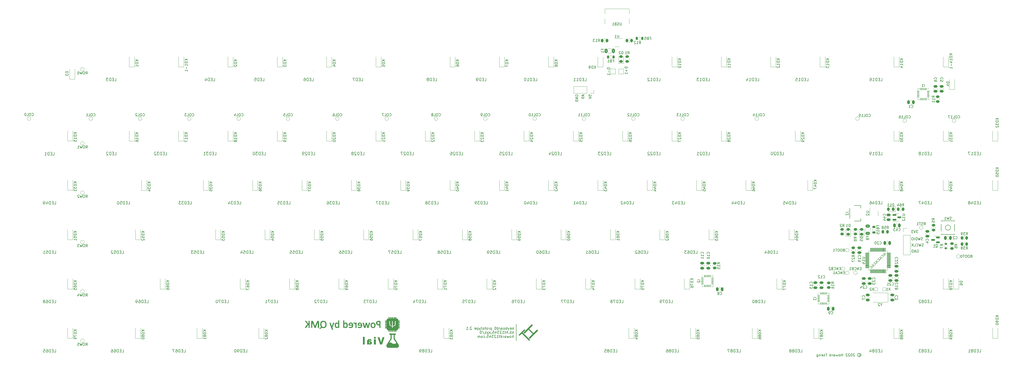
<source format=gbo>
%TF.GenerationSoftware,KiCad,Pcbnew,(6.0.0)*%
%TF.CreationDate,2022-03-06T17:03:46-05:00*%
%TF.ProjectId,keyboard0,6b657962-6f61-4726-9430-2e6b69636164,rev?*%
%TF.SameCoordinates,Original*%
%TF.FileFunction,Legend,Bot*%
%TF.FilePolarity,Positive*%
%FSLAX46Y46*%
G04 Gerber Fmt 4.6, Leading zero omitted, Abs format (unit mm)*
G04 Created by KiCad (PCBNEW (6.0.0)) date 2022-03-06 17:03:46*
%MOMM*%
%LPD*%
G01*
G04 APERTURE LIST*
G04 Aperture macros list*
%AMRoundRect*
0 Rectangle with rounded corners*
0 $1 Rounding radius*
0 $2 $3 $4 $5 $6 $7 $8 $9 X,Y pos of 4 corners*
0 Add a 4 corners polygon primitive as box body*
4,1,4,$2,$3,$4,$5,$6,$7,$8,$9,$2,$3,0*
0 Add four circle primitives for the rounded corners*
1,1,$1+$1,$2,$3*
1,1,$1+$1,$4,$5*
1,1,$1+$1,$6,$7*
1,1,$1+$1,$8,$9*
0 Add four rect primitives between the rounded corners*
20,1,$1+$1,$2,$3,$4,$5,0*
20,1,$1+$1,$4,$5,$6,$7,0*
20,1,$1+$1,$6,$7,$8,$9,0*
20,1,$1+$1,$8,$9,$2,$3,0*%
G04 Aperture macros list end*
%ADD10C,0.150000*%
%ADD11C,0.152000*%
%ADD12C,0.120000*%
%ADD13C,0.010000*%
%ADD14C,3.987800*%
%ADD15C,4.000000*%
%ADD16C,3.050000*%
%ADD17R,2.550000X2.500000*%
%ADD18C,1.750000*%
%ADD19R,0.800000X0.700000*%
%ADD20C,2.100000*%
%ADD21R,0.650000X1.560000*%
%ADD22O,1.000000X1.600000*%
%ADD23C,0.650000*%
%ADD24O,1.000000X2.100000*%
%ADD25R,0.300000X1.450000*%
%ADD26R,0.600000X1.450000*%
%ADD27RoundRect,0.250000X0.250000X0.475000X-0.250000X0.475000X-0.250000X-0.475000X0.250000X-0.475000X0*%
%ADD28RoundRect,0.075000X0.662500X-0.075000X0.662500X0.075000X-0.662500X0.075000X-0.662500X-0.075000X0*%
%ADD29RoundRect,0.075000X0.075000X-0.662500X0.075000X0.662500X-0.075000X0.662500X-0.075000X-0.662500X0*%
%ADD30RoundRect,0.243750X0.243750X0.456250X-0.243750X0.456250X-0.243750X-0.456250X0.243750X-0.456250X0*%
%ADD31RoundRect,0.250000X0.262500X0.450000X-0.262500X0.450000X-0.262500X-0.450000X0.262500X-0.450000X0*%
%ADD32R,1.560000X0.650000*%
%ADD33R,1.200000X0.900000*%
%ADD34RoundRect,0.050000X-0.050000X0.362500X-0.050000X-0.362500X0.050000X-0.362500X0.050000X0.362500X0*%
%ADD35RoundRect,0.050000X-0.362500X0.050000X-0.362500X-0.050000X0.362500X-0.050000X0.362500X0.050000X0*%
%ADD36R,2.300000X2.300000*%
%ADD37RoundRect,0.250000X0.475000X-0.250000X0.475000X0.250000X-0.475000X0.250000X-0.475000X-0.250000X0*%
%ADD38O,2.000000X3.000000*%
%ADD39C,1.524000*%
%ADD40O,1.524000X1.524000*%
%ADD41C,2.000000*%
%ADD42R,2.000000X3.200000*%
%ADD43R,2.000000X2.000000*%
%ADD44C,1.397000*%
%ADD45RoundRect,0.250000X-0.262500X-0.450000X0.262500X-0.450000X0.262500X0.450000X-0.262500X0.450000X0*%
%ADD46C,1.000000*%
%ADD47R,1.500000X1.500000*%
%ADD48RoundRect,0.218750X0.218750X0.381250X-0.218750X0.381250X-0.218750X-0.381250X0.218750X-0.381250X0*%
%ADD49RoundRect,0.250000X-0.475000X0.250000X-0.475000X-0.250000X0.475000X-0.250000X0.475000X0.250000X0*%
%ADD50RoundRect,0.250000X-0.625000X0.375000X-0.625000X-0.375000X0.625000X-0.375000X0.625000X0.375000X0*%
%ADD51RoundRect,0.218750X0.381250X-0.218750X0.381250X0.218750X-0.381250X0.218750X-0.381250X-0.218750X0*%
%ADD52R,1.700000X1.700000*%
%ADD53O,1.700000X1.700000*%
%ADD54RoundRect,0.250000X-0.450000X0.262500X-0.450000X-0.262500X0.450000X-0.262500X0.450000X0.262500X0*%
%ADD55RoundRect,0.150000X-0.587500X-0.150000X0.587500X-0.150000X0.587500X0.150000X-0.587500X0.150000X0*%
%ADD56R,2.000000X2.400000*%
%ADD57RoundRect,0.243750X0.456250X-0.243750X0.456250X0.243750X-0.456250X0.243750X-0.456250X-0.243750X0*%
%ADD58RoundRect,0.250000X-0.250000X-0.475000X0.250000X-0.475000X0.250000X0.475000X-0.250000X0.475000X0*%
%ADD59RoundRect,0.050000X0.362500X0.050000X-0.362500X0.050000X-0.362500X-0.050000X0.362500X-0.050000X0*%
%ADD60RoundRect,0.050000X0.050000X0.362500X-0.050000X0.362500X-0.050000X-0.362500X0.050000X-0.362500X0*%
%ADD61RoundRect,0.150000X0.587500X0.150000X-0.587500X0.150000X-0.587500X-0.150000X0.587500X-0.150000X0*%
%ADD62RoundRect,0.200000X-0.275000X0.200000X-0.275000X-0.200000X0.275000X-0.200000X0.275000X0.200000X0*%
%ADD63R,1.800000X1.100000*%
%ADD64R,1.550000X0.600000*%
%ADD65R,1.800000X1.200000*%
%ADD66RoundRect,0.250000X-0.375000X-0.625000X0.375000X-0.625000X0.375000X0.625000X-0.375000X0.625000X0*%
G04 APERTURE END LIST*
D10*
X210330500Y-199218700D02*
X210330500Y-205568300D01*
X367246971Y-166684911D02*
X367104114Y-166732530D01*
X366866019Y-166732530D01*
X366770780Y-166684911D01*
X366723161Y-166637292D01*
X366675542Y-166542054D01*
X366675542Y-166446816D01*
X366723161Y-166351578D01*
X366770780Y-166303959D01*
X366866019Y-166256340D01*
X367056495Y-166208721D01*
X367151733Y-166161102D01*
X367199352Y-166113483D01*
X367246971Y-166018245D01*
X367246971Y-165923007D01*
X367199352Y-165827769D01*
X367151733Y-165780150D01*
X367056495Y-165732530D01*
X366818400Y-165732530D01*
X366675542Y-165780150D01*
X366342209Y-165732530D02*
X366104114Y-166732530D01*
X365913638Y-166018245D01*
X365723161Y-166732530D01*
X365485066Y-165732530D01*
X365104114Y-166732530D02*
X365104114Y-165732530D01*
X364866019Y-165732530D01*
X364723161Y-165780150D01*
X364627923Y-165875388D01*
X364580304Y-165970626D01*
X364532685Y-166161102D01*
X364532685Y-166303959D01*
X364580304Y-166494435D01*
X364627923Y-166589673D01*
X364723161Y-166684911D01*
X364866019Y-166732530D01*
X365104114Y-166732530D01*
X364104114Y-166732530D02*
X364104114Y-165732530D01*
X363437447Y-165732530D02*
X363246971Y-165732530D01*
X363151733Y-165780150D01*
X363056495Y-165875388D01*
X363008876Y-166065864D01*
X363008876Y-166399197D01*
X363056495Y-166589673D01*
X363151733Y-166684911D01*
X363246971Y-166732530D01*
X363437447Y-166732530D01*
X363532685Y-166684911D01*
X363627923Y-166589673D01*
X363675542Y-166399197D01*
X363675542Y-166065864D01*
X363627923Y-165875388D01*
X363532685Y-165780150D01*
X363437447Y-165732530D01*
X367532685Y-169066011D02*
X367389828Y-169113630D01*
X367151733Y-169113630D01*
X367056495Y-169066011D01*
X367008876Y-169018392D01*
X366961257Y-168923154D01*
X366961257Y-168827916D01*
X367008876Y-168732678D01*
X367056495Y-168685059D01*
X367151733Y-168637440D01*
X367342209Y-168589821D01*
X367437447Y-168542202D01*
X367485066Y-168494583D01*
X367532685Y-168399345D01*
X367532685Y-168304107D01*
X367485066Y-168208869D01*
X367437447Y-168161250D01*
X367342209Y-168113630D01*
X367104114Y-168113630D01*
X366961257Y-168161250D01*
X366627923Y-168113630D02*
X366389828Y-169113630D01*
X366199352Y-168399345D01*
X366008876Y-169113630D01*
X365770780Y-168113630D01*
X364818400Y-169018392D02*
X364866019Y-169066011D01*
X365008876Y-169113630D01*
X365104114Y-169113630D01*
X365246971Y-169066011D01*
X365342209Y-168970773D01*
X365389828Y-168875535D01*
X365437447Y-168685059D01*
X365437447Y-168542202D01*
X365389828Y-168351726D01*
X365342209Y-168256488D01*
X365246971Y-168161250D01*
X365104114Y-168113630D01*
X365008876Y-168113630D01*
X364866019Y-168161250D01*
X364818400Y-168208869D01*
X363913638Y-169113630D02*
X364389828Y-169113630D01*
X364389828Y-168113630D01*
X363580304Y-169113630D02*
X363580304Y-168113630D01*
X363008876Y-169113630D02*
X363437447Y-168542202D01*
X363008876Y-168113630D02*
X363580304Y-168685059D01*
X365104114Y-170542350D02*
X365199352Y-170494730D01*
X365342209Y-170494730D01*
X365485066Y-170542350D01*
X365580304Y-170637588D01*
X365627923Y-170732826D01*
X365675542Y-170923302D01*
X365675542Y-171066159D01*
X365627923Y-171256635D01*
X365580304Y-171351873D01*
X365485066Y-171447111D01*
X365342209Y-171494730D01*
X365246971Y-171494730D01*
X365104114Y-171447111D01*
X365056495Y-171399492D01*
X365056495Y-171066159D01*
X365246971Y-171066159D01*
X364627923Y-171494730D02*
X364627923Y-170494730D01*
X364056495Y-171494730D01*
X364056495Y-170494730D01*
X363580304Y-171494730D02*
X363580304Y-170494730D01*
X363342209Y-170494730D01*
X363199352Y-170542350D01*
X363104114Y-170637588D01*
X363056495Y-170732826D01*
X363008876Y-170923302D01*
X363008876Y-171066159D01*
X363056495Y-171256635D01*
X363104114Y-171351873D01*
X363199352Y-171447111D01*
X363342209Y-171494730D01*
X363580304Y-171494730D01*
X209201204Y-201258480D02*
X209201204Y-200258480D01*
X209105966Y-200877528D02*
X208820252Y-201258480D01*
X208820252Y-200591814D02*
X209201204Y-200972766D01*
X208010728Y-201210861D02*
X208105966Y-201258480D01*
X208296442Y-201258480D01*
X208391680Y-201210861D01*
X208439300Y-201115623D01*
X208439300Y-200734671D01*
X208391680Y-200639433D01*
X208296442Y-200591814D01*
X208105966Y-200591814D01*
X208010728Y-200639433D01*
X207963109Y-200734671D01*
X207963109Y-200829909D01*
X208439300Y-200925147D01*
X207629776Y-200591814D02*
X207391680Y-201258480D01*
X207153585Y-200591814D02*
X207391680Y-201258480D01*
X207486919Y-201496576D01*
X207534538Y-201544195D01*
X207629776Y-201591814D01*
X206772633Y-201258480D02*
X206772633Y-200258480D01*
X206772633Y-200639433D02*
X206677395Y-200591814D01*
X206486919Y-200591814D01*
X206391680Y-200639433D01*
X206344061Y-200687052D01*
X206296442Y-200782290D01*
X206296442Y-201068004D01*
X206344061Y-201163242D01*
X206391680Y-201210861D01*
X206486919Y-201258480D01*
X206677395Y-201258480D01*
X206772633Y-201210861D01*
X205725014Y-201258480D02*
X205820252Y-201210861D01*
X205867871Y-201163242D01*
X205915490Y-201068004D01*
X205915490Y-200782290D01*
X205867871Y-200687052D01*
X205820252Y-200639433D01*
X205725014Y-200591814D01*
X205582157Y-200591814D01*
X205486919Y-200639433D01*
X205439300Y-200687052D01*
X205391680Y-200782290D01*
X205391680Y-201068004D01*
X205439300Y-201163242D01*
X205486919Y-201210861D01*
X205582157Y-201258480D01*
X205725014Y-201258480D01*
X204534538Y-201258480D02*
X204534538Y-200734671D01*
X204582157Y-200639433D01*
X204677395Y-200591814D01*
X204867871Y-200591814D01*
X204963109Y-200639433D01*
X204534538Y-201210861D02*
X204629776Y-201258480D01*
X204867871Y-201258480D01*
X204963109Y-201210861D01*
X205010728Y-201115623D01*
X205010728Y-201020385D01*
X204963109Y-200925147D01*
X204867871Y-200877528D01*
X204629776Y-200877528D01*
X204534538Y-200829909D01*
X204058347Y-201258480D02*
X204058347Y-200591814D01*
X204058347Y-200782290D02*
X204010728Y-200687052D01*
X203963109Y-200639433D01*
X203867871Y-200591814D01*
X203772633Y-200591814D01*
X203010728Y-201258480D02*
X203010728Y-200258480D01*
X203010728Y-201210861D02*
X203105966Y-201258480D01*
X203296442Y-201258480D01*
X203391680Y-201210861D01*
X203439300Y-201163242D01*
X203486919Y-201068004D01*
X203486919Y-200782290D01*
X203439300Y-200687052D01*
X203391680Y-200639433D01*
X203296442Y-200591814D01*
X203105966Y-200591814D01*
X203010728Y-200639433D01*
X202344061Y-200258480D02*
X202248823Y-200258480D01*
X202153585Y-200306100D01*
X202105966Y-200353719D01*
X202058347Y-200448957D01*
X202010728Y-200639433D01*
X202010728Y-200877528D01*
X202058347Y-201068004D01*
X202105966Y-201163242D01*
X202153585Y-201210861D01*
X202248823Y-201258480D01*
X202344061Y-201258480D01*
X202439300Y-201210861D01*
X202486919Y-201163242D01*
X202534538Y-201068004D01*
X202582157Y-200877528D01*
X202582157Y-200639433D01*
X202534538Y-200448957D01*
X202486919Y-200353719D01*
X202439300Y-200306100D01*
X202344061Y-200258480D01*
X200820252Y-200591814D02*
X200820252Y-201591814D01*
X200820252Y-200639433D02*
X200725014Y-200591814D01*
X200534538Y-200591814D01*
X200439300Y-200639433D01*
X200391680Y-200687052D01*
X200344061Y-200782290D01*
X200344061Y-201068004D01*
X200391680Y-201163242D01*
X200439300Y-201210861D01*
X200534538Y-201258480D01*
X200725014Y-201258480D01*
X200820252Y-201210861D01*
X199915490Y-201258480D02*
X199915490Y-200591814D01*
X199915490Y-200782290D02*
X199867871Y-200687052D01*
X199820252Y-200639433D01*
X199725014Y-200591814D01*
X199629776Y-200591814D01*
X199153585Y-201258480D02*
X199248823Y-201210861D01*
X199296442Y-201163242D01*
X199344061Y-201068004D01*
X199344061Y-200782290D01*
X199296442Y-200687052D01*
X199248823Y-200639433D01*
X199153585Y-200591814D01*
X199010728Y-200591814D01*
X198915490Y-200639433D01*
X198867871Y-200687052D01*
X198820252Y-200782290D01*
X198820252Y-201068004D01*
X198867871Y-201163242D01*
X198915490Y-201210861D01*
X199010728Y-201258480D01*
X199153585Y-201258480D01*
X198534538Y-200591814D02*
X198153585Y-200591814D01*
X198391680Y-200258480D02*
X198391680Y-201115623D01*
X198344061Y-201210861D01*
X198248823Y-201258480D01*
X198153585Y-201258480D01*
X197677395Y-201258480D02*
X197772633Y-201210861D01*
X197820252Y-201163242D01*
X197867871Y-201068004D01*
X197867871Y-200782290D01*
X197820252Y-200687052D01*
X197772633Y-200639433D01*
X197677395Y-200591814D01*
X197534538Y-200591814D01*
X197439300Y-200639433D01*
X197391680Y-200687052D01*
X197344061Y-200782290D01*
X197344061Y-201068004D01*
X197391680Y-201163242D01*
X197439300Y-201210861D01*
X197534538Y-201258480D01*
X197677395Y-201258480D01*
X197058347Y-200591814D02*
X196677395Y-200591814D01*
X196915490Y-200258480D02*
X196915490Y-201115623D01*
X196867871Y-201210861D01*
X196772633Y-201258480D01*
X196677395Y-201258480D01*
X196439300Y-200591814D02*
X196201204Y-201258480D01*
X195963109Y-200591814D02*
X196201204Y-201258480D01*
X196296442Y-201496576D01*
X196344061Y-201544195D01*
X196439300Y-201591814D01*
X195582157Y-200591814D02*
X195582157Y-201591814D01*
X195582157Y-200639433D02*
X195486919Y-200591814D01*
X195296442Y-200591814D01*
X195201204Y-200639433D01*
X195153585Y-200687052D01*
X195105966Y-200782290D01*
X195105966Y-201068004D01*
X195153585Y-201163242D01*
X195201204Y-201210861D01*
X195296442Y-201258480D01*
X195486919Y-201258480D01*
X195582157Y-201210861D01*
X194296442Y-201210861D02*
X194391680Y-201258480D01*
X194582157Y-201258480D01*
X194677395Y-201210861D01*
X194725014Y-201115623D01*
X194725014Y-200734671D01*
X194677395Y-200639433D01*
X194582157Y-200591814D01*
X194391680Y-200591814D01*
X194296442Y-200639433D01*
X194248823Y-200734671D01*
X194248823Y-200829909D01*
X194725014Y-200925147D01*
X193105966Y-200353719D02*
X193058347Y-200306100D01*
X192963109Y-200258480D01*
X192725014Y-200258480D01*
X192629776Y-200306100D01*
X192582157Y-200353719D01*
X192534538Y-200448957D01*
X192534538Y-200544195D01*
X192582157Y-200687052D01*
X193153585Y-201258480D01*
X192534538Y-201258480D01*
X192105966Y-201163242D02*
X192058347Y-201210861D01*
X192105966Y-201258480D01*
X192153585Y-201210861D01*
X192105966Y-201163242D01*
X192105966Y-201258480D01*
X191105966Y-201258480D02*
X191677395Y-201258480D01*
X191391680Y-201258480D02*
X191391680Y-200258480D01*
X191486919Y-200401338D01*
X191582157Y-200496576D01*
X191677395Y-200544195D01*
X209201204Y-202845880D02*
X209201204Y-201845880D01*
X209105966Y-202464928D02*
X208820252Y-202845880D01*
X208820252Y-202179214D02*
X209201204Y-202560166D01*
X208391680Y-202845880D02*
X208391680Y-201845880D01*
X208391680Y-202226833D02*
X208296442Y-202179214D01*
X208105966Y-202179214D01*
X208010728Y-202226833D01*
X207963109Y-202274452D01*
X207915490Y-202369690D01*
X207915490Y-202655404D01*
X207963109Y-202750642D01*
X208010728Y-202798261D01*
X208105966Y-202845880D01*
X208296442Y-202845880D01*
X208391680Y-202798261D01*
X207486919Y-202750642D02*
X207439300Y-202798261D01*
X207486919Y-202845880D01*
X207534538Y-202798261D01*
X207486919Y-202750642D01*
X207486919Y-202845880D01*
X207010728Y-202845880D02*
X207010728Y-201845880D01*
X206582157Y-202845880D02*
X206582157Y-202322071D01*
X206629776Y-202226833D01*
X206725014Y-202179214D01*
X206867871Y-202179214D01*
X206963109Y-202226833D01*
X207010728Y-202274452D01*
X206248823Y-202179214D02*
X205867871Y-202179214D01*
X206105966Y-201845880D02*
X206105966Y-202703023D01*
X206058347Y-202798261D01*
X205963109Y-202845880D01*
X205867871Y-202845880D01*
X205010728Y-202845880D02*
X205582157Y-202845880D01*
X205296442Y-202845880D02*
X205296442Y-201845880D01*
X205391680Y-201988738D01*
X205486919Y-202083976D01*
X205582157Y-202131595D01*
X204629776Y-201941119D02*
X204582157Y-201893500D01*
X204486919Y-201845880D01*
X204248823Y-201845880D01*
X204153585Y-201893500D01*
X204105966Y-201941119D01*
X204058347Y-202036357D01*
X204058347Y-202131595D01*
X204105966Y-202274452D01*
X204677395Y-202845880D01*
X204058347Y-202845880D01*
X203725014Y-201845880D02*
X203105966Y-201845880D01*
X203439300Y-202226833D01*
X203296442Y-202226833D01*
X203201204Y-202274452D01*
X203153585Y-202322071D01*
X203105966Y-202417309D01*
X203105966Y-202655404D01*
X203153585Y-202750642D01*
X203201204Y-202798261D01*
X203296442Y-202845880D01*
X203582157Y-202845880D01*
X203677395Y-202798261D01*
X203725014Y-202750642D01*
X202248823Y-202179214D02*
X202248823Y-202845880D01*
X202486919Y-201798261D02*
X202725014Y-202512547D01*
X202105966Y-202512547D01*
X201248823Y-201845880D02*
X201725014Y-201845880D01*
X201772633Y-202322071D01*
X201725014Y-202274452D01*
X201629776Y-202226833D01*
X201391680Y-202226833D01*
X201296442Y-202274452D01*
X201248823Y-202322071D01*
X201201204Y-202417309D01*
X201201204Y-202655404D01*
X201248823Y-202750642D01*
X201296442Y-202798261D01*
X201391680Y-202845880D01*
X201629776Y-202845880D01*
X201725014Y-202798261D01*
X201772633Y-202750642D01*
X200772633Y-202750642D02*
X200725014Y-202798261D01*
X200772633Y-202845880D01*
X200820252Y-202798261D01*
X200772633Y-202750642D01*
X200772633Y-202845880D01*
X200391680Y-202845880D02*
X199867871Y-202179214D01*
X200391680Y-202179214D02*
X199867871Y-202845880D01*
X199582157Y-202179214D02*
X199344061Y-202845880D01*
X199105966Y-202179214D02*
X199344061Y-202845880D01*
X199439300Y-203083976D01*
X199486919Y-203131595D01*
X199582157Y-203179214D01*
X198820252Y-202179214D02*
X198296442Y-202179214D01*
X198820252Y-202845880D01*
X198296442Y-202845880D01*
X197201204Y-201798261D02*
X198058347Y-203083976D01*
X196677395Y-201845880D02*
X196582157Y-201845880D01*
X196486919Y-201893500D01*
X196439300Y-201941119D01*
X196391680Y-202036357D01*
X196344061Y-202226833D01*
X196344061Y-202464928D01*
X196391680Y-202655404D01*
X196439300Y-202750642D01*
X196486919Y-202798261D01*
X196582157Y-202845880D01*
X196677395Y-202845880D01*
X196772633Y-202798261D01*
X196820252Y-202750642D01*
X196867871Y-202655404D01*
X196915490Y-202464928D01*
X196915490Y-202226833D01*
X196867871Y-202036357D01*
X196820252Y-201941119D01*
X196772633Y-201893500D01*
X196677395Y-201845880D01*
X209201204Y-204433280D02*
X209201204Y-203433280D01*
X208772633Y-204433280D02*
X208772633Y-203909471D01*
X208820252Y-203814233D01*
X208915490Y-203766614D01*
X209058347Y-203766614D01*
X209153585Y-203814233D01*
X209201204Y-203861852D01*
X208153585Y-204433280D02*
X208248823Y-204385661D01*
X208296442Y-204338042D01*
X208344061Y-204242804D01*
X208344061Y-203957090D01*
X208296442Y-203861852D01*
X208248823Y-203814233D01*
X208153585Y-203766614D01*
X208010728Y-203766614D01*
X207915490Y-203814233D01*
X207867871Y-203861852D01*
X207820252Y-203957090D01*
X207820252Y-204242804D01*
X207867871Y-204338042D01*
X207915490Y-204385661D01*
X208010728Y-204433280D01*
X208153585Y-204433280D01*
X207486919Y-203766614D02*
X207296442Y-204433280D01*
X207105966Y-203957090D01*
X206915490Y-204433280D01*
X206725014Y-203766614D01*
X205915490Y-204433280D02*
X205915490Y-203909471D01*
X205963109Y-203814233D01*
X206058347Y-203766614D01*
X206248823Y-203766614D01*
X206344061Y-203814233D01*
X205915490Y-204385661D02*
X206010728Y-204433280D01*
X206248823Y-204433280D01*
X206344061Y-204385661D01*
X206391680Y-204290423D01*
X206391680Y-204195185D01*
X206344061Y-204099947D01*
X206248823Y-204052328D01*
X206010728Y-204052328D01*
X205915490Y-204004709D01*
X205439300Y-204433280D02*
X205439300Y-203766614D01*
X205439300Y-203957090D02*
X205391680Y-203861852D01*
X205344061Y-203814233D01*
X205248823Y-203766614D01*
X205153585Y-203766614D01*
X204391680Y-204433280D02*
X204391680Y-203433280D01*
X204391680Y-204385661D02*
X204486919Y-204433280D01*
X204677395Y-204433280D01*
X204772633Y-204385661D01*
X204820252Y-204338042D01*
X204867871Y-204242804D01*
X204867871Y-203957090D01*
X204820252Y-203861852D01*
X204772633Y-203814233D01*
X204677395Y-203766614D01*
X204486919Y-203766614D01*
X204391680Y-203814233D01*
X204058347Y-203766614D02*
X203677395Y-203766614D01*
X203915490Y-203433280D02*
X203915490Y-204290423D01*
X203867871Y-204385661D01*
X203772633Y-204433280D01*
X203677395Y-204433280D01*
X202820252Y-204433280D02*
X203391680Y-204433280D01*
X203105966Y-204433280D02*
X203105966Y-203433280D01*
X203201204Y-203576138D01*
X203296442Y-203671376D01*
X203391680Y-203718995D01*
X202439300Y-203528519D02*
X202391680Y-203480900D01*
X202296442Y-203433280D01*
X202058347Y-203433280D01*
X201963109Y-203480900D01*
X201915490Y-203528519D01*
X201867871Y-203623757D01*
X201867871Y-203718995D01*
X201915490Y-203861852D01*
X202486919Y-204433280D01*
X201867871Y-204433280D01*
X201534538Y-203433280D02*
X200915490Y-203433280D01*
X201248823Y-203814233D01*
X201105966Y-203814233D01*
X201010728Y-203861852D01*
X200963109Y-203909471D01*
X200915490Y-204004709D01*
X200915490Y-204242804D01*
X200963109Y-204338042D01*
X201010728Y-204385661D01*
X201105966Y-204433280D01*
X201391680Y-204433280D01*
X201486919Y-204385661D01*
X201534538Y-204338042D01*
X200058347Y-203766614D02*
X200058347Y-204433280D01*
X200296442Y-203385661D02*
X200534538Y-204099947D01*
X199915490Y-204099947D01*
X199058347Y-203433280D02*
X199534538Y-203433280D01*
X199582157Y-203909471D01*
X199534538Y-203861852D01*
X199439300Y-203814233D01*
X199201204Y-203814233D01*
X199105966Y-203861852D01*
X199058347Y-203909471D01*
X199010728Y-204004709D01*
X199010728Y-204242804D01*
X199058347Y-204338042D01*
X199105966Y-204385661D01*
X199201204Y-204433280D01*
X199439300Y-204433280D01*
X199534538Y-204385661D01*
X199582157Y-204338042D01*
X198582157Y-204338042D02*
X198534538Y-204385661D01*
X198582157Y-204433280D01*
X198629776Y-204385661D01*
X198582157Y-204338042D01*
X198582157Y-204433280D01*
X197677395Y-204385661D02*
X197772633Y-204433280D01*
X197963109Y-204433280D01*
X198058347Y-204385661D01*
X198105966Y-204338042D01*
X198153585Y-204242804D01*
X198153585Y-203957090D01*
X198105966Y-203861852D01*
X198058347Y-203814233D01*
X197963109Y-203766614D01*
X197772633Y-203766614D01*
X197677395Y-203814233D01*
X197105966Y-204433280D02*
X197201204Y-204385661D01*
X197248823Y-204338042D01*
X197296442Y-204242804D01*
X197296442Y-203957090D01*
X197248823Y-203861852D01*
X197201204Y-203814233D01*
X197105966Y-203766614D01*
X196963109Y-203766614D01*
X196867871Y-203814233D01*
X196820252Y-203861852D01*
X196772633Y-203957090D01*
X196772633Y-204242804D01*
X196820252Y-204338042D01*
X196867871Y-204385661D01*
X196963109Y-204433280D01*
X197105966Y-204433280D01*
X196344061Y-204433280D02*
X196344061Y-203766614D01*
X196344061Y-203861852D02*
X196296442Y-203814233D01*
X196201204Y-203766614D01*
X196058347Y-203766614D01*
X195963109Y-203814233D01*
X195915490Y-203909471D01*
X195915490Y-204433280D01*
X195915490Y-203909471D02*
X195867871Y-203814233D01*
X195772633Y-203766614D01*
X195629776Y-203766614D01*
X195534538Y-203814233D01*
X195486919Y-203909471D01*
X195486919Y-204433280D01*
X342631876Y-210814676D02*
X342727114Y-210767057D01*
X342917590Y-210767057D01*
X343012828Y-210814676D01*
X343108066Y-210909914D01*
X343155685Y-211005152D01*
X343155685Y-211195628D01*
X343108066Y-211290866D01*
X343012828Y-211386104D01*
X342917590Y-211433723D01*
X342727114Y-211433723D01*
X342631876Y-211386104D01*
X342822352Y-210433723D02*
X343060447Y-210481342D01*
X343298542Y-210624200D01*
X343441400Y-210862295D01*
X343489019Y-211100390D01*
X343441400Y-211338485D01*
X343298542Y-211576580D01*
X343060447Y-211719438D01*
X342822352Y-211767057D01*
X342584257Y-211719438D01*
X342346161Y-211576580D01*
X342203304Y-211338485D01*
X342155685Y-211100390D01*
X342203304Y-210862295D01*
X342346161Y-210624200D01*
X342584257Y-210481342D01*
X342822352Y-210433723D01*
X341012828Y-210671819D02*
X340965209Y-210624200D01*
X340869971Y-210576580D01*
X340631876Y-210576580D01*
X340536638Y-210624200D01*
X340489019Y-210671819D01*
X340441400Y-210767057D01*
X340441400Y-210862295D01*
X340489019Y-211005152D01*
X341060447Y-211576580D01*
X340441400Y-211576580D01*
X339822352Y-210576580D02*
X339727114Y-210576580D01*
X339631876Y-210624200D01*
X339584257Y-210671819D01*
X339536638Y-210767057D01*
X339489019Y-210957533D01*
X339489019Y-211195628D01*
X339536638Y-211386104D01*
X339584257Y-211481342D01*
X339631876Y-211528961D01*
X339727114Y-211576580D01*
X339822352Y-211576580D01*
X339917590Y-211528961D01*
X339965209Y-211481342D01*
X340012828Y-211386104D01*
X340060447Y-211195628D01*
X340060447Y-210957533D01*
X340012828Y-210767057D01*
X339965209Y-210671819D01*
X339917590Y-210624200D01*
X339822352Y-210576580D01*
X339108066Y-210671819D02*
X339060447Y-210624200D01*
X338965209Y-210576580D01*
X338727114Y-210576580D01*
X338631876Y-210624200D01*
X338584257Y-210671819D01*
X338536638Y-210767057D01*
X338536638Y-210862295D01*
X338584257Y-211005152D01*
X339155685Y-211576580D01*
X338536638Y-211576580D01*
X338155685Y-210671819D02*
X338108066Y-210624200D01*
X338012828Y-210576580D01*
X337774733Y-210576580D01*
X337679495Y-210624200D01*
X337631876Y-210671819D01*
X337584257Y-210767057D01*
X337584257Y-210862295D01*
X337631876Y-211005152D01*
X338203304Y-211576580D01*
X337584257Y-211576580D01*
X336393780Y-211576580D02*
X336393780Y-210576580D01*
X336393780Y-211052771D02*
X335822352Y-211052771D01*
X335822352Y-211576580D02*
X335822352Y-210576580D01*
X335203304Y-211576580D02*
X335298542Y-211528961D01*
X335346161Y-211481342D01*
X335393780Y-211386104D01*
X335393780Y-211100390D01*
X335346161Y-211005152D01*
X335298542Y-210957533D01*
X335203304Y-210909914D01*
X335060447Y-210909914D01*
X334965209Y-210957533D01*
X334917590Y-211005152D01*
X334869971Y-211100390D01*
X334869971Y-211386104D01*
X334917590Y-211481342D01*
X334965209Y-211528961D01*
X335060447Y-211576580D01*
X335203304Y-211576580D01*
X334536638Y-210909914D02*
X334346161Y-211576580D01*
X334155685Y-211100390D01*
X333965209Y-211576580D01*
X333774733Y-210909914D01*
X332965209Y-211576580D02*
X332965209Y-211052771D01*
X333012828Y-210957533D01*
X333108066Y-210909914D01*
X333298542Y-210909914D01*
X333393780Y-210957533D01*
X332965209Y-211528961D02*
X333060447Y-211576580D01*
X333298542Y-211576580D01*
X333393780Y-211528961D01*
X333441400Y-211433723D01*
X333441400Y-211338485D01*
X333393780Y-211243247D01*
X333298542Y-211195628D01*
X333060447Y-211195628D01*
X332965209Y-211148009D01*
X332489019Y-211576580D02*
X332489019Y-210909914D01*
X332489019Y-211100390D02*
X332441400Y-211005152D01*
X332393780Y-210957533D01*
X332298542Y-210909914D01*
X332203304Y-210909914D01*
X331441400Y-211576580D02*
X331441400Y-210576580D01*
X331441400Y-211528961D02*
X331536638Y-211576580D01*
X331727114Y-211576580D01*
X331822352Y-211528961D01*
X331869971Y-211481342D01*
X331917590Y-211386104D01*
X331917590Y-211100390D01*
X331869971Y-211005152D01*
X331822352Y-210957533D01*
X331727114Y-210909914D01*
X331536638Y-210909914D01*
X331441400Y-210957533D01*
X330346161Y-210576580D02*
X329774733Y-210576580D01*
X330060447Y-211576580D02*
X330060447Y-210576580D01*
X329489019Y-211528961D02*
X329393780Y-211576580D01*
X329203304Y-211576580D01*
X329108066Y-211528961D01*
X329060447Y-211433723D01*
X329060447Y-211386104D01*
X329108066Y-211290866D01*
X329203304Y-211243247D01*
X329346161Y-211243247D01*
X329441400Y-211195628D01*
X329489019Y-211100390D01*
X329489019Y-211052771D01*
X329441400Y-210957533D01*
X329346161Y-210909914D01*
X329203304Y-210909914D01*
X329108066Y-210957533D01*
X328250923Y-211528961D02*
X328346161Y-211576580D01*
X328536638Y-211576580D01*
X328631876Y-211528961D01*
X328679495Y-211433723D01*
X328679495Y-211052771D01*
X328631876Y-210957533D01*
X328536638Y-210909914D01*
X328346161Y-210909914D01*
X328250923Y-210957533D01*
X328203304Y-211052771D01*
X328203304Y-211148009D01*
X328679495Y-211243247D01*
X327774733Y-210909914D02*
X327774733Y-211576580D01*
X327774733Y-211005152D02*
X327727114Y-210957533D01*
X327631876Y-210909914D01*
X327489019Y-210909914D01*
X327393780Y-210957533D01*
X327346161Y-211052771D01*
X327346161Y-211576580D01*
X326441400Y-210909914D02*
X326441400Y-211719438D01*
X326489019Y-211814676D01*
X326536638Y-211862295D01*
X326631876Y-211909914D01*
X326774733Y-211909914D01*
X326869971Y-211862295D01*
X326441400Y-211528961D02*
X326536638Y-211576580D01*
X326727114Y-211576580D01*
X326822352Y-211528961D01*
X326869971Y-211481342D01*
X326917590Y-211386104D01*
X326917590Y-211100390D01*
X326869971Y-211005152D01*
X326822352Y-210957533D01*
X326727114Y-210909914D01*
X326536638Y-210909914D01*
X326441400Y-210957533D01*
X365437447Y-162954580D02*
X364818400Y-162954580D01*
X365151733Y-163335533D01*
X365008876Y-163335533D01*
X364913638Y-163383152D01*
X364866019Y-163430771D01*
X364818400Y-163526009D01*
X364818400Y-163764104D01*
X364866019Y-163859342D01*
X364913638Y-163906961D01*
X365008876Y-163954580D01*
X365294590Y-163954580D01*
X365389828Y-163906961D01*
X365437447Y-163859342D01*
X364532685Y-162954580D02*
X364199352Y-163954580D01*
X363866019Y-162954580D01*
X363627923Y-162954580D02*
X363008876Y-162954580D01*
X363342209Y-163335533D01*
X363199352Y-163335533D01*
X363104114Y-163383152D01*
X363056495Y-163430771D01*
X363008876Y-163526009D01*
X363008876Y-163764104D01*
X363056495Y-163859342D01*
X363104114Y-163906961D01*
X363199352Y-163954580D01*
X363485066Y-163954580D01*
X363580304Y-163906961D01*
X363627923Y-163859342D01*
X236292416Y-110612276D02*
X236292416Y-111088466D01*
X236578130Y-110517038D02*
X235578130Y-110850371D01*
X236578130Y-111183704D01*
X236578130Y-111564657D02*
X236578130Y-111755133D01*
X236530511Y-111850371D01*
X236482892Y-111897990D01*
X236340035Y-111993228D01*
X236149559Y-112040847D01*
X235768607Y-112040847D01*
X235673369Y-111993228D01*
X235625750Y-111945609D01*
X235578130Y-111850371D01*
X235578130Y-111659895D01*
X235625750Y-111564657D01*
X235673369Y-111517038D01*
X235768607Y-111469419D01*
X236006702Y-111469419D01*
X236101940Y-111517038D01*
X236149559Y-111564657D01*
X236197178Y-111659895D01*
X236197178Y-111850371D01*
X236149559Y-111945609D01*
X236101940Y-111993228D01*
X236006702Y-112040847D01*
X238356080Y-111136085D02*
X238356080Y-110659895D01*
X238832271Y-110612276D01*
X238784652Y-110659895D01*
X238737033Y-110755133D01*
X238737033Y-110993228D01*
X238784652Y-111088466D01*
X238832271Y-111136085D01*
X238927509Y-111183704D01*
X239165604Y-111183704D01*
X239260842Y-111136085D01*
X239308461Y-111088466D01*
X239356080Y-110993228D01*
X239356080Y-110755133D01*
X239308461Y-110659895D01*
X239260842Y-110612276D01*
X238356080Y-111469419D02*
X239356080Y-111802752D01*
X238356080Y-112136085D01*
X233244650Y-111183704D02*
X233197030Y-111088466D01*
X233197030Y-110945609D01*
X233244650Y-110802752D01*
X233339888Y-110707514D01*
X233435126Y-110659895D01*
X233625602Y-110612276D01*
X233768459Y-110612276D01*
X233958935Y-110659895D01*
X234054173Y-110707514D01*
X234149411Y-110802752D01*
X234197030Y-110945609D01*
X234197030Y-111040847D01*
X234149411Y-111183704D01*
X234101792Y-111231323D01*
X233768459Y-111231323D01*
X233768459Y-111040847D01*
X234197030Y-111659895D02*
X233197030Y-111659895D01*
X234197030Y-112231323D01*
X233197030Y-112231323D01*
X234197030Y-112707514D02*
X233197030Y-112707514D01*
X233197030Y-112945609D01*
X233244650Y-113088466D01*
X233339888Y-113183704D01*
X233435126Y-113231323D01*
X233625602Y-113278942D01*
X233768459Y-113278942D01*
X233958935Y-113231323D01*
X234054173Y-113183704D01*
X234149411Y-113088466D01*
X234197030Y-112945609D01*
X234197030Y-112707514D01*
X352324847Y-171691291D02*
X352728908Y-172095352D01*
X352836658Y-172149227D01*
X352944408Y-172149227D01*
X353052157Y-172095352D01*
X353106032Y-172041478D01*
X352351785Y-172795725D02*
X352621159Y-172526351D01*
X352055473Y-171960665D01*
X351786099Y-173253661D02*
X351839974Y-173253661D01*
X351947724Y-173199786D01*
X352001598Y-173145911D01*
X352055473Y-173038162D01*
X352055473Y-172930412D01*
X352028536Y-172849600D01*
X351947724Y-172714913D01*
X351866911Y-172634101D01*
X351732224Y-172553288D01*
X351651412Y-172526351D01*
X351543663Y-172526351D01*
X351435913Y-172580226D01*
X351382038Y-172634101D01*
X351328163Y-172741850D01*
X351328163Y-172795725D01*
X350870228Y-173145911D02*
X351274289Y-173549972D01*
X351382038Y-173603847D01*
X351489788Y-173603847D01*
X351597537Y-173549972D01*
X351651412Y-173496097D01*
X350897165Y-174250345D02*
X351166539Y-173980971D01*
X350600854Y-173415285D01*
X350331480Y-174708280D02*
X350385354Y-174708280D01*
X350493104Y-174654406D01*
X350546979Y-174600531D01*
X350600854Y-174492781D01*
X350600854Y-174385032D01*
X350573916Y-174304219D01*
X350493104Y-174169532D01*
X350412292Y-174088720D01*
X350277605Y-174007908D01*
X350196793Y-173980971D01*
X350089043Y-173980971D01*
X349981293Y-174034845D01*
X349927419Y-174088720D01*
X349873544Y-174196470D01*
X349873544Y-174250345D01*
X349415608Y-174600531D02*
X349819669Y-175004592D01*
X349927419Y-175058467D01*
X350035168Y-175058467D01*
X350142918Y-175004592D01*
X350196793Y-174950717D01*
X349442545Y-175704964D02*
X349711919Y-175435590D01*
X349146234Y-174869905D01*
X348876860Y-176162900D02*
X348930735Y-176162900D01*
X349038484Y-176109025D01*
X349092359Y-176055150D01*
X349146234Y-175947401D01*
X349146234Y-175839651D01*
X349119297Y-175758839D01*
X349038484Y-175624152D01*
X348957672Y-175543340D01*
X348822985Y-175462528D01*
X348742173Y-175435590D01*
X348634423Y-175435590D01*
X348526674Y-175489465D01*
X348472799Y-175543340D01*
X348418924Y-175651089D01*
X348418924Y-175704964D01*
X347960988Y-176055150D02*
X348365049Y-176459211D01*
X348472799Y-176513086D01*
X348580549Y-176513086D01*
X348688298Y-176459211D01*
X348742173Y-176405337D01*
X347987926Y-177159584D02*
X348257300Y-176890210D01*
X347691614Y-176324524D01*
X347422240Y-177617520D02*
X347476115Y-177617520D01*
X347583865Y-177563645D01*
X347637739Y-177509770D01*
X347691614Y-177402021D01*
X347691614Y-177294271D01*
X347664677Y-177213459D01*
X347583865Y-177078772D01*
X347503052Y-176997960D01*
X347368365Y-176917147D01*
X347287553Y-176890210D01*
X347179804Y-176890210D01*
X347072054Y-176944085D01*
X347018179Y-176997960D01*
X346964304Y-177105709D01*
X346964304Y-177159584D01*
D11*
%TO.C,LED85*%
X248664057Y-210053871D02*
X249208342Y-210053871D01*
X249208342Y-208910871D01*
X248283057Y-209455157D02*
X247902057Y-209455157D01*
X247738771Y-210053871D02*
X248283057Y-210053871D01*
X248283057Y-208910871D01*
X247738771Y-208910871D01*
X247248914Y-210053871D02*
X247248914Y-208910871D01*
X246976771Y-208910871D01*
X246813485Y-208965300D01*
X246704628Y-209074157D01*
X246650200Y-209183014D01*
X246595771Y-209400728D01*
X246595771Y-209564014D01*
X246650200Y-209781728D01*
X246704628Y-209890585D01*
X246813485Y-209999442D01*
X246976771Y-210053871D01*
X247248914Y-210053871D01*
X245942628Y-209400728D02*
X246051485Y-209346300D01*
X246105914Y-209291871D01*
X246160342Y-209183014D01*
X246160342Y-209128585D01*
X246105914Y-209019728D01*
X246051485Y-208965300D01*
X245942628Y-208910871D01*
X245724914Y-208910871D01*
X245616057Y-208965300D01*
X245561628Y-209019728D01*
X245507200Y-209128585D01*
X245507200Y-209183014D01*
X245561628Y-209291871D01*
X245616057Y-209346300D01*
X245724914Y-209400728D01*
X245942628Y-209400728D01*
X246051485Y-209455157D01*
X246105914Y-209509585D01*
X246160342Y-209618442D01*
X246160342Y-209836157D01*
X246105914Y-209945014D01*
X246051485Y-209999442D01*
X245942628Y-210053871D01*
X245724914Y-210053871D01*
X245616057Y-209999442D01*
X245561628Y-209945014D01*
X245507200Y-209836157D01*
X245507200Y-209618442D01*
X245561628Y-209509585D01*
X245616057Y-209455157D01*
X245724914Y-209400728D01*
X244473057Y-208910871D02*
X245017342Y-208910871D01*
X245071771Y-209455157D01*
X245017342Y-209400728D01*
X244908485Y-209346300D01*
X244636342Y-209346300D01*
X244527485Y-209400728D01*
X244473057Y-209455157D01*
X244418628Y-209564014D01*
X244418628Y-209836157D01*
X244473057Y-209945014D01*
X244527485Y-209999442D01*
X244636342Y-210053871D01*
X244908485Y-210053871D01*
X245017342Y-209999442D01*
X245071771Y-209945014D01*
D10*
%TO.C,U2*%
X345505580Y-155596995D02*
X346315104Y-155596995D01*
X346410342Y-155644614D01*
X346457961Y-155692233D01*
X346505580Y-155787471D01*
X346505580Y-155977947D01*
X346457961Y-156073185D01*
X346410342Y-156120804D01*
X346315104Y-156168423D01*
X345505580Y-156168423D01*
X345600819Y-156596995D02*
X345553200Y-156644614D01*
X345505580Y-156739852D01*
X345505580Y-156977947D01*
X345553200Y-157073185D01*
X345600819Y-157120804D01*
X345696057Y-157168423D01*
X345791295Y-157168423D01*
X345934152Y-157120804D01*
X346505580Y-156549376D01*
X346505580Y-157168423D01*
%TO.C,USB1*%
X250959895Y-82790880D02*
X250959895Y-83600404D01*
X250912276Y-83695642D01*
X250864657Y-83743261D01*
X250769419Y-83790880D01*
X250578942Y-83790880D01*
X250483704Y-83743261D01*
X250436085Y-83695642D01*
X250388466Y-83600404D01*
X250388466Y-82790880D01*
X249959895Y-83743261D02*
X249817038Y-83790880D01*
X249578942Y-83790880D01*
X249483704Y-83743261D01*
X249436085Y-83695642D01*
X249388466Y-83600404D01*
X249388466Y-83505166D01*
X249436085Y-83409928D01*
X249483704Y-83362309D01*
X249578942Y-83314690D01*
X249769419Y-83267071D01*
X249864657Y-83219452D01*
X249912276Y-83171833D01*
X249959895Y-83076595D01*
X249959895Y-82981357D01*
X249912276Y-82886119D01*
X249864657Y-82838500D01*
X249769419Y-82790880D01*
X249531323Y-82790880D01*
X249388466Y-82838500D01*
X248626561Y-83267071D02*
X248483704Y-83314690D01*
X248436085Y-83362309D01*
X248388466Y-83457547D01*
X248388466Y-83600404D01*
X248436085Y-83695642D01*
X248483704Y-83743261D01*
X248578942Y-83790880D01*
X248959895Y-83790880D01*
X248959895Y-82790880D01*
X248626561Y-82790880D01*
X248531323Y-82838500D01*
X248483704Y-82886119D01*
X248436085Y-82981357D01*
X248436085Y-83076595D01*
X248483704Y-83171833D01*
X248531323Y-83219452D01*
X248626561Y-83267071D01*
X248959895Y-83267071D01*
X247436085Y-83790880D02*
X248007514Y-83790880D01*
X247721800Y-83790880D02*
X247721800Y-82790880D01*
X247817038Y-82933738D01*
X247912276Y-83028976D01*
X248007514Y-83076595D01*
%TO.C,C20*%
X350664557Y-168224692D02*
X350712176Y-168272311D01*
X350855033Y-168319930D01*
X350950271Y-168319930D01*
X351093128Y-168272311D01*
X351188366Y-168177073D01*
X351235985Y-168081835D01*
X351283604Y-167891359D01*
X351283604Y-167748502D01*
X351235985Y-167558026D01*
X351188366Y-167462788D01*
X351093128Y-167367550D01*
X350950271Y-167319930D01*
X350855033Y-167319930D01*
X350712176Y-167367550D01*
X350664557Y-167415169D01*
X350283604Y-167415169D02*
X350235985Y-167367550D01*
X350140747Y-167319930D01*
X349902652Y-167319930D01*
X349807414Y-167367550D01*
X349759795Y-167415169D01*
X349712176Y-167510407D01*
X349712176Y-167605645D01*
X349759795Y-167748502D01*
X350331223Y-168319930D01*
X349712176Y-168319930D01*
X349093128Y-167319930D02*
X348997890Y-167319930D01*
X348902652Y-167367550D01*
X348855033Y-167415169D01*
X348807414Y-167510407D01*
X348759795Y-167700883D01*
X348759795Y-167938978D01*
X348807414Y-168129454D01*
X348855033Y-168224692D01*
X348902652Y-168272311D01*
X348997890Y-168319930D01*
X349093128Y-168319930D01*
X349188366Y-168272311D01*
X349235985Y-168224692D01*
X349283604Y-168129454D01*
X349331223Y-167938978D01*
X349331223Y-167700883D01*
X349283604Y-167510407D01*
X349235985Y-167415169D01*
X349188366Y-167367550D01*
X349093128Y-167319930D01*
%TO.C,U14*%
X343918180Y-173375904D02*
X344727704Y-173375904D01*
X344822942Y-173423523D01*
X344870561Y-173471142D01*
X344918180Y-173566380D01*
X344918180Y-173756857D01*
X344870561Y-173852095D01*
X344822942Y-173899714D01*
X344727704Y-173947333D01*
X343918180Y-173947333D01*
X344918180Y-174947333D02*
X344918180Y-174375904D01*
X344918180Y-174661619D02*
X343918180Y-174661619D01*
X344061038Y-174566380D01*
X344156276Y-174471142D01*
X344203895Y-174375904D01*
X344251514Y-175804476D02*
X344918180Y-175804476D01*
X343870561Y-175566380D02*
X344584847Y-175328285D01*
X344584847Y-175947333D01*
%TO.C,D11*%
X356141985Y-153636480D02*
X356141985Y-152636480D01*
X355903890Y-152636480D01*
X355761033Y-152684100D01*
X355665795Y-152779338D01*
X355618176Y-152874576D01*
X355570557Y-153065052D01*
X355570557Y-153207909D01*
X355618176Y-153398385D01*
X355665795Y-153493623D01*
X355761033Y-153588861D01*
X355903890Y-153636480D01*
X356141985Y-153636480D01*
X354618176Y-153636480D02*
X355189604Y-153636480D01*
X354903890Y-153636480D02*
X354903890Y-152636480D01*
X354999128Y-152779338D01*
X355094366Y-152874576D01*
X355189604Y-152922195D01*
X353665795Y-153636480D02*
X354237223Y-153636480D01*
X353951509Y-153636480D02*
X353951509Y-152636480D01*
X354046747Y-152779338D01*
X354141985Y-152874576D01*
X354237223Y-152922195D01*
%TO.C,R64*%
X359395257Y-153636480D02*
X359728590Y-153160290D01*
X359966685Y-153636480D02*
X359966685Y-152636480D01*
X359585733Y-152636480D01*
X359490495Y-152684100D01*
X359442876Y-152731719D01*
X359395257Y-152826957D01*
X359395257Y-152969814D01*
X359442876Y-153065052D01*
X359490495Y-153112671D01*
X359585733Y-153160290D01*
X359966685Y-153160290D01*
X358538114Y-152636480D02*
X358728590Y-152636480D01*
X358823828Y-152684100D01*
X358871447Y-152731719D01*
X358966685Y-152874576D01*
X359014304Y-153065052D01*
X359014304Y-153446004D01*
X358966685Y-153541242D01*
X358919066Y-153588861D01*
X358823828Y-153636480D01*
X358633352Y-153636480D01*
X358538114Y-153588861D01*
X358490495Y-153541242D01*
X358442876Y-153446004D01*
X358442876Y-153207909D01*
X358490495Y-153112671D01*
X358538114Y-153065052D01*
X358633352Y-153017433D01*
X358823828Y-153017433D01*
X358919066Y-153065052D01*
X358966685Y-153112671D01*
X359014304Y-153207909D01*
X357585733Y-152969814D02*
X357585733Y-153636480D01*
X357823828Y-152588861D02*
X358061923Y-153303147D01*
X357442876Y-153303147D01*
%TO.C,U1*%
X249983704Y-87553080D02*
X249983704Y-88362604D01*
X249936085Y-88457842D01*
X249888466Y-88505461D01*
X249793228Y-88553080D01*
X249602752Y-88553080D01*
X249507514Y-88505461D01*
X249459895Y-88457842D01*
X249412276Y-88362604D01*
X249412276Y-87553080D01*
X248412276Y-88553080D02*
X248983704Y-88553080D01*
X248697990Y-88553080D02*
X248697990Y-87553080D01*
X248793228Y-87695938D01*
X248888466Y-87791176D01*
X248983704Y-87838795D01*
%TO.C,KD14-1*%
X378666180Y-94815576D02*
X377666180Y-94815576D01*
X378666180Y-95387004D02*
X378094752Y-94958433D01*
X377666180Y-95387004D02*
X378237609Y-94815576D01*
X378666180Y-95815576D02*
X377666180Y-95815576D01*
X377666180Y-96053671D01*
X377713800Y-96196528D01*
X377809038Y-96291766D01*
X377904276Y-96339385D01*
X378094752Y-96387004D01*
X378237609Y-96387004D01*
X378428085Y-96339385D01*
X378523323Y-96291766D01*
X378618561Y-96196528D01*
X378666180Y-96053671D01*
X378666180Y-95815576D01*
X378666180Y-97339385D02*
X378666180Y-96767957D01*
X378666180Y-97053671D02*
X377666180Y-97053671D01*
X377809038Y-96958433D01*
X377904276Y-96863195D01*
X377951895Y-96767957D01*
X377999514Y-98196528D02*
X378666180Y-98196528D01*
X377618561Y-97958433D02*
X378332847Y-97720338D01*
X378332847Y-98339385D01*
X378285228Y-98720338D02*
X378285228Y-99482242D01*
X378666180Y-100482242D02*
X378666180Y-99910814D01*
X378666180Y-100196528D02*
X377666180Y-100196528D01*
X377809038Y-100101290D01*
X377904276Y-100006052D01*
X377951895Y-99910814D01*
%TO.C,KD1-1*%
X83409780Y-96879166D02*
X82409780Y-96879166D01*
X83409780Y-97450595D02*
X82838352Y-97022023D01*
X82409780Y-97450595D02*
X82981209Y-96879166D01*
X83409780Y-97879166D02*
X82409780Y-97879166D01*
X82409780Y-98117261D01*
X82457400Y-98260119D01*
X82552638Y-98355357D01*
X82647876Y-98402976D01*
X82838352Y-98450595D01*
X82981209Y-98450595D01*
X83171685Y-98402976D01*
X83266923Y-98355357D01*
X83362161Y-98260119D01*
X83409780Y-98117261D01*
X83409780Y-97879166D01*
X83409780Y-99402976D02*
X83409780Y-98831547D01*
X83409780Y-99117261D02*
X82409780Y-99117261D01*
X82552638Y-99022023D01*
X82647876Y-98926785D01*
X82695495Y-98831547D01*
X83028828Y-99831547D02*
X83028828Y-100593452D01*
X83409780Y-101593452D02*
X83409780Y-101022023D01*
X83409780Y-101307738D02*
X82409780Y-101307738D01*
X82552638Y-101212500D01*
X82647876Y-101117261D01*
X82695495Y-101022023D01*
%TO.C,I3*%
X326141030Y-188821259D02*
X325141030Y-188821259D01*
X325141030Y-189202211D02*
X325141030Y-189821259D01*
X325521983Y-189487926D01*
X325521983Y-189630783D01*
X325569602Y-189726021D01*
X325617221Y-189773640D01*
X325712459Y-189821259D01*
X325950554Y-189821259D01*
X326045792Y-189773640D01*
X326093411Y-189726021D01*
X326141030Y-189630783D01*
X326141030Y-189345069D01*
X326093411Y-189249830D01*
X326045792Y-189202211D01*
%TO.C,C10*%
X284898592Y-171986892D02*
X284946211Y-171939273D01*
X284993830Y-171796416D01*
X284993830Y-171701178D01*
X284946211Y-171558321D01*
X284850973Y-171463083D01*
X284755735Y-171415464D01*
X284565259Y-171367845D01*
X284422402Y-171367845D01*
X284231926Y-171415464D01*
X284136688Y-171463083D01*
X284041450Y-171558321D01*
X283993830Y-171701178D01*
X283993830Y-171796416D01*
X284041450Y-171939273D01*
X284089069Y-171986892D01*
X284993830Y-172939273D02*
X284993830Y-172367845D01*
X284993830Y-172653559D02*
X283993830Y-172653559D01*
X284136688Y-172558321D01*
X284231926Y-172463083D01*
X284279545Y-172367845D01*
X283993830Y-173558321D02*
X283993830Y-173653559D01*
X284041450Y-173748797D01*
X284089069Y-173796416D01*
X284184307Y-173844035D01*
X284374783Y-173891654D01*
X284612878Y-173891654D01*
X284803354Y-173844035D01*
X284898592Y-173796416D01*
X284946211Y-173748797D01*
X284993830Y-173653559D01*
X284993830Y-173558321D01*
X284946211Y-173463083D01*
X284898592Y-173415464D01*
X284803354Y-173367845D01*
X284612878Y-173320226D01*
X284374783Y-173320226D01*
X284184307Y-173367845D01*
X284089069Y-173415464D01*
X284041450Y-173463083D01*
X283993830Y-173558321D01*
%TO.C,D6*%
X382634680Y-182606604D02*
X381634680Y-182606604D01*
X381634680Y-182844700D01*
X381682300Y-182987557D01*
X381777538Y-183082795D01*
X381872776Y-183130414D01*
X382063252Y-183178033D01*
X382206109Y-183178033D01*
X382396585Y-183130414D01*
X382491823Y-183082795D01*
X382587061Y-182987557D01*
X382634680Y-182844700D01*
X382634680Y-182606604D01*
X381634680Y-184035176D02*
X381634680Y-183844700D01*
X381682300Y-183749461D01*
X381729919Y-183701842D01*
X381872776Y-183606604D01*
X382063252Y-183558985D01*
X382444204Y-183558985D01*
X382539442Y-183606604D01*
X382587061Y-183654223D01*
X382634680Y-183749461D01*
X382634680Y-183939938D01*
X382587061Y-184035176D01*
X382539442Y-184082795D01*
X382444204Y-184130414D01*
X382206109Y-184130414D01*
X382110871Y-184082795D01*
X382063252Y-184035176D01*
X382015633Y-183939938D01*
X382015633Y-183749461D01*
X382063252Y-183654223D01*
X382110871Y-183606604D01*
X382206109Y-183558985D01*
%TO.C,KD15*%
X40549980Y-125215114D02*
X39549980Y-125215114D01*
X40549980Y-125786542D02*
X39978552Y-125357971D01*
X39549980Y-125786542D02*
X40121409Y-125215114D01*
X40549980Y-126215114D02*
X39549980Y-126215114D01*
X39549980Y-126453209D01*
X39597600Y-126596066D01*
X39692838Y-126691304D01*
X39788076Y-126738923D01*
X39978552Y-126786542D01*
X40121409Y-126786542D01*
X40311885Y-126738923D01*
X40407123Y-126691304D01*
X40502361Y-126596066D01*
X40549980Y-126453209D01*
X40549980Y-126215114D01*
X40549980Y-127738923D02*
X40549980Y-127167495D01*
X40549980Y-127453209D02*
X39549980Y-127453209D01*
X39692838Y-127357971D01*
X39788076Y-127262733D01*
X39835695Y-127167495D01*
X39549980Y-128643685D02*
X39549980Y-128167495D01*
X40026171Y-128119876D01*
X39978552Y-128167495D01*
X39930933Y-128262733D01*
X39930933Y-128500828D01*
X39978552Y-128596066D01*
X40026171Y-128643685D01*
X40121409Y-128691304D01*
X40359504Y-128691304D01*
X40454742Y-128643685D01*
X40502361Y-128596066D01*
X40549980Y-128500828D01*
X40549980Y-128262733D01*
X40502361Y-128167495D01*
X40454742Y-128119876D01*
%TO.C,KD33*%
X40549980Y-144263914D02*
X39549980Y-144263914D01*
X40549980Y-144835342D02*
X39978552Y-144406771D01*
X39549980Y-144835342D02*
X40121409Y-144263914D01*
X40549980Y-145263914D02*
X39549980Y-145263914D01*
X39549980Y-145502009D01*
X39597600Y-145644866D01*
X39692838Y-145740104D01*
X39788076Y-145787723D01*
X39978552Y-145835342D01*
X40121409Y-145835342D01*
X40311885Y-145787723D01*
X40407123Y-145740104D01*
X40502361Y-145644866D01*
X40549980Y-145502009D01*
X40549980Y-145263914D01*
X39549980Y-146168676D02*
X39549980Y-146787723D01*
X39930933Y-146454390D01*
X39930933Y-146597247D01*
X39978552Y-146692485D01*
X40026171Y-146740104D01*
X40121409Y-146787723D01*
X40359504Y-146787723D01*
X40454742Y-146740104D01*
X40502361Y-146692485D01*
X40549980Y-146597247D01*
X40549980Y-146311533D01*
X40502361Y-146216295D01*
X40454742Y-146168676D01*
X39549980Y-147121057D02*
X39549980Y-147740104D01*
X39930933Y-147406771D01*
X39930933Y-147549628D01*
X39978552Y-147644866D01*
X40026171Y-147692485D01*
X40121409Y-147740104D01*
X40359504Y-147740104D01*
X40454742Y-147692485D01*
X40502361Y-147644866D01*
X40549980Y-147549628D01*
X40549980Y-147263914D01*
X40502361Y-147168676D01*
X40454742Y-147121057D01*
%TO.C,KD51*%
X40549980Y-163375314D02*
X39549980Y-163375314D01*
X40549980Y-163946742D02*
X39978552Y-163518171D01*
X39549980Y-163946742D02*
X40121409Y-163375314D01*
X40549980Y-164375314D02*
X39549980Y-164375314D01*
X39549980Y-164613409D01*
X39597600Y-164756266D01*
X39692838Y-164851504D01*
X39788076Y-164899123D01*
X39978552Y-164946742D01*
X40121409Y-164946742D01*
X40311885Y-164899123D01*
X40407123Y-164851504D01*
X40502361Y-164756266D01*
X40549980Y-164613409D01*
X40549980Y-164375314D01*
X39549980Y-165851504D02*
X39549980Y-165375314D01*
X40026171Y-165327695D01*
X39978552Y-165375314D01*
X39930933Y-165470552D01*
X39930933Y-165708647D01*
X39978552Y-165803885D01*
X40026171Y-165851504D01*
X40121409Y-165899123D01*
X40359504Y-165899123D01*
X40454742Y-165851504D01*
X40502361Y-165803885D01*
X40549980Y-165708647D01*
X40549980Y-165470552D01*
X40502361Y-165375314D01*
X40454742Y-165327695D01*
X40549980Y-166851504D02*
X40549980Y-166280076D01*
X40549980Y-166565790D02*
X39549980Y-166565790D01*
X39692838Y-166470552D01*
X39788076Y-166375314D01*
X39835695Y-166280076D01*
%TO.C,KD65*%
X40549980Y-182424114D02*
X39549980Y-182424114D01*
X40549980Y-182995542D02*
X39978552Y-182566971D01*
X39549980Y-182995542D02*
X40121409Y-182424114D01*
X40549980Y-183424114D02*
X39549980Y-183424114D01*
X39549980Y-183662209D01*
X39597600Y-183805066D01*
X39692838Y-183900304D01*
X39788076Y-183947923D01*
X39978552Y-183995542D01*
X40121409Y-183995542D01*
X40311885Y-183947923D01*
X40407123Y-183900304D01*
X40502361Y-183805066D01*
X40549980Y-183662209D01*
X40549980Y-183424114D01*
X39549980Y-184852685D02*
X39549980Y-184662209D01*
X39597600Y-184566971D01*
X39645219Y-184519352D01*
X39788076Y-184424114D01*
X39978552Y-184376495D01*
X40359504Y-184376495D01*
X40454742Y-184424114D01*
X40502361Y-184471733D01*
X40549980Y-184566971D01*
X40549980Y-184757447D01*
X40502361Y-184852685D01*
X40454742Y-184900304D01*
X40359504Y-184947923D01*
X40121409Y-184947923D01*
X40026171Y-184900304D01*
X39978552Y-184852685D01*
X39930933Y-184757447D01*
X39930933Y-184566971D01*
X39978552Y-184471733D01*
X40026171Y-184424114D01*
X40121409Y-184376495D01*
X39549980Y-185852685D02*
X39549980Y-185376495D01*
X40026171Y-185328876D01*
X39978552Y-185376495D01*
X39930933Y-185471733D01*
X39930933Y-185709828D01*
X39978552Y-185805066D01*
X40026171Y-185852685D01*
X40121409Y-185900304D01*
X40359504Y-185900304D01*
X40454742Y-185852685D01*
X40502361Y-185805066D01*
X40549980Y-185709828D01*
X40549980Y-185471733D01*
X40502361Y-185376495D01*
X40454742Y-185328876D01*
%TO.C,KD80*%
X66742080Y-201472914D02*
X65742080Y-201472914D01*
X66742080Y-202044342D02*
X66170652Y-201615771D01*
X65742080Y-202044342D02*
X66313509Y-201472914D01*
X66742080Y-202472914D02*
X65742080Y-202472914D01*
X65742080Y-202711009D01*
X65789700Y-202853866D01*
X65884938Y-202949104D01*
X65980176Y-202996723D01*
X66170652Y-203044342D01*
X66313509Y-203044342D01*
X66503985Y-202996723D01*
X66599223Y-202949104D01*
X66694461Y-202853866D01*
X66742080Y-202711009D01*
X66742080Y-202472914D01*
X66170652Y-203615771D02*
X66123033Y-203520533D01*
X66075414Y-203472914D01*
X65980176Y-203425295D01*
X65932557Y-203425295D01*
X65837319Y-203472914D01*
X65789700Y-203520533D01*
X65742080Y-203615771D01*
X65742080Y-203806247D01*
X65789700Y-203901485D01*
X65837319Y-203949104D01*
X65932557Y-203996723D01*
X65980176Y-203996723D01*
X66075414Y-203949104D01*
X66123033Y-203901485D01*
X66170652Y-203806247D01*
X66170652Y-203615771D01*
X66218271Y-203520533D01*
X66265890Y-203472914D01*
X66361128Y-203425295D01*
X66551604Y-203425295D01*
X66646842Y-203472914D01*
X66694461Y-203520533D01*
X66742080Y-203615771D01*
X66742080Y-203806247D01*
X66694461Y-203901485D01*
X66646842Y-203949104D01*
X66551604Y-203996723D01*
X66361128Y-203996723D01*
X66265890Y-203949104D01*
X66218271Y-203901485D01*
X66170652Y-203806247D01*
X65742080Y-204615771D02*
X65742080Y-204711009D01*
X65789700Y-204806247D01*
X65837319Y-204853866D01*
X65932557Y-204901485D01*
X66123033Y-204949104D01*
X66361128Y-204949104D01*
X66551604Y-204901485D01*
X66646842Y-204853866D01*
X66694461Y-204806247D01*
X66742080Y-204711009D01*
X66742080Y-204615771D01*
X66694461Y-204520533D01*
X66646842Y-204472914D01*
X66551604Y-204425295D01*
X66361128Y-204377676D01*
X66123033Y-204377676D01*
X65932557Y-204425295D01*
X65837319Y-204472914D01*
X65789700Y-204520533D01*
X65742080Y-204615771D01*
%TO.C,KD1*%
X64360980Y-97180704D02*
X63360980Y-97180704D01*
X64360980Y-97752133D02*
X63789552Y-97323561D01*
X63360980Y-97752133D02*
X63932409Y-97180704D01*
X64360980Y-98180704D02*
X63360980Y-98180704D01*
X63360980Y-98418800D01*
X63408600Y-98561657D01*
X63503838Y-98656895D01*
X63599076Y-98704514D01*
X63789552Y-98752133D01*
X63932409Y-98752133D01*
X64122885Y-98704514D01*
X64218123Y-98656895D01*
X64313361Y-98561657D01*
X64360980Y-98418800D01*
X64360980Y-98180704D01*
X64360980Y-99704514D02*
X64360980Y-99133085D01*
X64360980Y-99418800D02*
X63360980Y-99418800D01*
X63503838Y-99323561D01*
X63599076Y-99228323D01*
X63646695Y-99133085D01*
%TO.C,KD16*%
X64360980Y-125277714D02*
X63360980Y-125277714D01*
X64360980Y-125849142D02*
X63789552Y-125420571D01*
X63360980Y-125849142D02*
X63932409Y-125277714D01*
X64360980Y-126277714D02*
X63360980Y-126277714D01*
X63360980Y-126515809D01*
X63408600Y-126658666D01*
X63503838Y-126753904D01*
X63599076Y-126801523D01*
X63789552Y-126849142D01*
X63932409Y-126849142D01*
X64122885Y-126801523D01*
X64218123Y-126753904D01*
X64313361Y-126658666D01*
X64360980Y-126515809D01*
X64360980Y-126277714D01*
X64360980Y-127801523D02*
X64360980Y-127230095D01*
X64360980Y-127515809D02*
X63360980Y-127515809D01*
X63503838Y-127420571D01*
X63599076Y-127325333D01*
X63646695Y-127230095D01*
X63360980Y-128658666D02*
X63360980Y-128468190D01*
X63408600Y-128372952D01*
X63456219Y-128325333D01*
X63599076Y-128230095D01*
X63789552Y-128182476D01*
X64170504Y-128182476D01*
X64265742Y-128230095D01*
X64313361Y-128277714D01*
X64360980Y-128372952D01*
X64360980Y-128563428D01*
X64313361Y-128658666D01*
X64265742Y-128706285D01*
X64170504Y-128753904D01*
X63932409Y-128753904D01*
X63837171Y-128706285D01*
X63789552Y-128658666D01*
X63741933Y-128563428D01*
X63741933Y-128372952D01*
X63789552Y-128277714D01*
X63837171Y-128230095D01*
X63932409Y-128182476D01*
%TO.C,KD34*%
X69123180Y-144326514D02*
X68123180Y-144326514D01*
X69123180Y-144897942D02*
X68551752Y-144469371D01*
X68123180Y-144897942D02*
X68694609Y-144326514D01*
X69123180Y-145326514D02*
X68123180Y-145326514D01*
X68123180Y-145564609D01*
X68170800Y-145707466D01*
X68266038Y-145802704D01*
X68361276Y-145850323D01*
X68551752Y-145897942D01*
X68694609Y-145897942D01*
X68885085Y-145850323D01*
X68980323Y-145802704D01*
X69075561Y-145707466D01*
X69123180Y-145564609D01*
X69123180Y-145326514D01*
X68123180Y-146231276D02*
X68123180Y-146850323D01*
X68504133Y-146516990D01*
X68504133Y-146659847D01*
X68551752Y-146755085D01*
X68599371Y-146802704D01*
X68694609Y-146850323D01*
X68932704Y-146850323D01*
X69027942Y-146802704D01*
X69075561Y-146755085D01*
X69123180Y-146659847D01*
X69123180Y-146374133D01*
X69075561Y-146278895D01*
X69027942Y-146231276D01*
X68456514Y-147707466D02*
X69123180Y-147707466D01*
X68075561Y-147469371D02*
X68789847Y-147231276D01*
X68789847Y-147850323D01*
%TO.C,KD52*%
X66742080Y-163375314D02*
X65742080Y-163375314D01*
X66742080Y-163946742D02*
X66170652Y-163518171D01*
X65742080Y-163946742D02*
X66313509Y-163375314D01*
X66742080Y-164375314D02*
X65742080Y-164375314D01*
X65742080Y-164613409D01*
X65789700Y-164756266D01*
X65884938Y-164851504D01*
X65980176Y-164899123D01*
X66170652Y-164946742D01*
X66313509Y-164946742D01*
X66503985Y-164899123D01*
X66599223Y-164851504D01*
X66694461Y-164756266D01*
X66742080Y-164613409D01*
X66742080Y-164375314D01*
X65742080Y-165851504D02*
X65742080Y-165375314D01*
X66218271Y-165327695D01*
X66170652Y-165375314D01*
X66123033Y-165470552D01*
X66123033Y-165708647D01*
X66170652Y-165803885D01*
X66218271Y-165851504D01*
X66313509Y-165899123D01*
X66551604Y-165899123D01*
X66646842Y-165851504D01*
X66694461Y-165803885D01*
X66742080Y-165708647D01*
X66742080Y-165470552D01*
X66694461Y-165375314D01*
X66646842Y-165327695D01*
X65837319Y-166280076D02*
X65789700Y-166327695D01*
X65742080Y-166422933D01*
X65742080Y-166661028D01*
X65789700Y-166756266D01*
X65837319Y-166803885D01*
X65932557Y-166851504D01*
X66027795Y-166851504D01*
X66170652Y-166803885D01*
X66742080Y-166232457D01*
X66742080Y-166851504D01*
%TO.C,KD79*%
X40549980Y-201410314D02*
X39549980Y-201410314D01*
X40549980Y-201981742D02*
X39978552Y-201553171D01*
X39549980Y-201981742D02*
X40121409Y-201410314D01*
X40549980Y-202410314D02*
X39549980Y-202410314D01*
X39549980Y-202648409D01*
X39597600Y-202791266D01*
X39692838Y-202886504D01*
X39788076Y-202934123D01*
X39978552Y-202981742D01*
X40121409Y-202981742D01*
X40311885Y-202934123D01*
X40407123Y-202886504D01*
X40502361Y-202791266D01*
X40549980Y-202648409D01*
X40549980Y-202410314D01*
X39549980Y-203315076D02*
X39549980Y-203981742D01*
X40549980Y-203553171D01*
X40549980Y-204410314D02*
X40549980Y-204600790D01*
X40502361Y-204696028D01*
X40454742Y-204743647D01*
X40311885Y-204838885D01*
X40121409Y-204886504D01*
X39740457Y-204886504D01*
X39645219Y-204838885D01*
X39597600Y-204791266D01*
X39549980Y-204696028D01*
X39549980Y-204505552D01*
X39597600Y-204410314D01*
X39645219Y-204362695D01*
X39740457Y-204315076D01*
X39978552Y-204315076D01*
X40073790Y-204362695D01*
X40121409Y-204410314D01*
X40169028Y-204505552D01*
X40169028Y-204696028D01*
X40121409Y-204791266D01*
X40073790Y-204838885D01*
X39978552Y-204886504D01*
%TO.C,KD2*%
X102458580Y-97180704D02*
X101458580Y-97180704D01*
X102458580Y-97752133D02*
X101887152Y-97323561D01*
X101458580Y-97752133D02*
X102030009Y-97180704D01*
X102458580Y-98180704D02*
X101458580Y-98180704D01*
X101458580Y-98418800D01*
X101506200Y-98561657D01*
X101601438Y-98656895D01*
X101696676Y-98704514D01*
X101887152Y-98752133D01*
X102030009Y-98752133D01*
X102220485Y-98704514D01*
X102315723Y-98656895D01*
X102410961Y-98561657D01*
X102458580Y-98418800D01*
X102458580Y-98180704D01*
X101553819Y-99133085D02*
X101506200Y-99180704D01*
X101458580Y-99275942D01*
X101458580Y-99514038D01*
X101506200Y-99609276D01*
X101553819Y-99656895D01*
X101649057Y-99704514D01*
X101744295Y-99704514D01*
X101887152Y-99656895D01*
X102458580Y-99085466D01*
X102458580Y-99704514D01*
%TO.C,KD18*%
X102458580Y-125277714D02*
X101458580Y-125277714D01*
X102458580Y-125849142D02*
X101887152Y-125420571D01*
X101458580Y-125849142D02*
X102030009Y-125277714D01*
X102458580Y-126277714D02*
X101458580Y-126277714D01*
X101458580Y-126515809D01*
X101506200Y-126658666D01*
X101601438Y-126753904D01*
X101696676Y-126801523D01*
X101887152Y-126849142D01*
X102030009Y-126849142D01*
X102220485Y-126801523D01*
X102315723Y-126753904D01*
X102410961Y-126658666D01*
X102458580Y-126515809D01*
X102458580Y-126277714D01*
X102458580Y-127801523D02*
X102458580Y-127230095D01*
X102458580Y-127515809D02*
X101458580Y-127515809D01*
X101601438Y-127420571D01*
X101696676Y-127325333D01*
X101744295Y-127230095D01*
X101887152Y-128372952D02*
X101839533Y-128277714D01*
X101791914Y-128230095D01*
X101696676Y-128182476D01*
X101649057Y-128182476D01*
X101553819Y-128230095D01*
X101506200Y-128277714D01*
X101458580Y-128372952D01*
X101458580Y-128563428D01*
X101506200Y-128658666D01*
X101553819Y-128706285D01*
X101649057Y-128753904D01*
X101696676Y-128753904D01*
X101791914Y-128706285D01*
X101839533Y-128658666D01*
X101887152Y-128563428D01*
X101887152Y-128372952D01*
X101934771Y-128277714D01*
X101982390Y-128230095D01*
X102077628Y-128182476D01*
X102268104Y-128182476D01*
X102363342Y-128230095D01*
X102410961Y-128277714D01*
X102458580Y-128372952D01*
X102458580Y-128563428D01*
X102410961Y-128658666D01*
X102363342Y-128706285D01*
X102268104Y-128753904D01*
X102077628Y-128753904D01*
X101982390Y-128706285D01*
X101934771Y-128658666D01*
X101887152Y-128563428D01*
%TO.C,KD36*%
X111982980Y-144326514D02*
X110982980Y-144326514D01*
X111982980Y-144897942D02*
X111411552Y-144469371D01*
X110982980Y-144897942D02*
X111554409Y-144326514D01*
X111982980Y-145326514D02*
X110982980Y-145326514D01*
X110982980Y-145564609D01*
X111030600Y-145707466D01*
X111125838Y-145802704D01*
X111221076Y-145850323D01*
X111411552Y-145897942D01*
X111554409Y-145897942D01*
X111744885Y-145850323D01*
X111840123Y-145802704D01*
X111935361Y-145707466D01*
X111982980Y-145564609D01*
X111982980Y-145326514D01*
X110982980Y-146231276D02*
X110982980Y-146850323D01*
X111363933Y-146516990D01*
X111363933Y-146659847D01*
X111411552Y-146755085D01*
X111459171Y-146802704D01*
X111554409Y-146850323D01*
X111792504Y-146850323D01*
X111887742Y-146802704D01*
X111935361Y-146755085D01*
X111982980Y-146659847D01*
X111982980Y-146374133D01*
X111935361Y-146278895D01*
X111887742Y-146231276D01*
X110982980Y-147707466D02*
X110982980Y-147516990D01*
X111030600Y-147421752D01*
X111078219Y-147374133D01*
X111221076Y-147278895D01*
X111411552Y-147231276D01*
X111792504Y-147231276D01*
X111887742Y-147278895D01*
X111935361Y-147326514D01*
X111982980Y-147421752D01*
X111982980Y-147612228D01*
X111935361Y-147707466D01*
X111887742Y-147755085D01*
X111792504Y-147802704D01*
X111554409Y-147802704D01*
X111459171Y-147755085D01*
X111411552Y-147707466D01*
X111363933Y-147612228D01*
X111363933Y-147421752D01*
X111411552Y-147326514D01*
X111459171Y-147278895D01*
X111554409Y-147231276D01*
%TO.C,KD54*%
X116745180Y-163375314D02*
X115745180Y-163375314D01*
X116745180Y-163946742D02*
X116173752Y-163518171D01*
X115745180Y-163946742D02*
X116316609Y-163375314D01*
X116745180Y-164375314D02*
X115745180Y-164375314D01*
X115745180Y-164613409D01*
X115792800Y-164756266D01*
X115888038Y-164851504D01*
X115983276Y-164899123D01*
X116173752Y-164946742D01*
X116316609Y-164946742D01*
X116507085Y-164899123D01*
X116602323Y-164851504D01*
X116697561Y-164756266D01*
X116745180Y-164613409D01*
X116745180Y-164375314D01*
X115745180Y-165851504D02*
X115745180Y-165375314D01*
X116221371Y-165327695D01*
X116173752Y-165375314D01*
X116126133Y-165470552D01*
X116126133Y-165708647D01*
X116173752Y-165803885D01*
X116221371Y-165851504D01*
X116316609Y-165899123D01*
X116554704Y-165899123D01*
X116649942Y-165851504D01*
X116697561Y-165803885D01*
X116745180Y-165708647D01*
X116745180Y-165470552D01*
X116697561Y-165375314D01*
X116649942Y-165327695D01*
X116078514Y-166756266D02*
X116745180Y-166756266D01*
X115697561Y-166518171D02*
X116411847Y-166280076D01*
X116411847Y-166899123D01*
%TO.C,KD67*%
X107220780Y-182424114D02*
X106220780Y-182424114D01*
X107220780Y-182995542D02*
X106649352Y-182566971D01*
X106220780Y-182995542D02*
X106792209Y-182424114D01*
X107220780Y-183424114D02*
X106220780Y-183424114D01*
X106220780Y-183662209D01*
X106268400Y-183805066D01*
X106363638Y-183900304D01*
X106458876Y-183947923D01*
X106649352Y-183995542D01*
X106792209Y-183995542D01*
X106982685Y-183947923D01*
X107077923Y-183900304D01*
X107173161Y-183805066D01*
X107220780Y-183662209D01*
X107220780Y-183424114D01*
X106220780Y-184852685D02*
X106220780Y-184662209D01*
X106268400Y-184566971D01*
X106316019Y-184519352D01*
X106458876Y-184424114D01*
X106649352Y-184376495D01*
X107030304Y-184376495D01*
X107125542Y-184424114D01*
X107173161Y-184471733D01*
X107220780Y-184566971D01*
X107220780Y-184757447D01*
X107173161Y-184852685D01*
X107125542Y-184900304D01*
X107030304Y-184947923D01*
X106792209Y-184947923D01*
X106696971Y-184900304D01*
X106649352Y-184852685D01*
X106601733Y-184757447D01*
X106601733Y-184566971D01*
X106649352Y-184471733D01*
X106696971Y-184424114D01*
X106792209Y-184376495D01*
X106220780Y-185281257D02*
X106220780Y-185947923D01*
X107220780Y-185519352D01*
%TO.C,KD82*%
X114364080Y-201472914D02*
X113364080Y-201472914D01*
X114364080Y-202044342D02*
X113792652Y-201615771D01*
X113364080Y-202044342D02*
X113935509Y-201472914D01*
X114364080Y-202472914D02*
X113364080Y-202472914D01*
X113364080Y-202711009D01*
X113411700Y-202853866D01*
X113506938Y-202949104D01*
X113602176Y-202996723D01*
X113792652Y-203044342D01*
X113935509Y-203044342D01*
X114125985Y-202996723D01*
X114221223Y-202949104D01*
X114316461Y-202853866D01*
X114364080Y-202711009D01*
X114364080Y-202472914D01*
X113792652Y-203615771D02*
X113745033Y-203520533D01*
X113697414Y-203472914D01*
X113602176Y-203425295D01*
X113554557Y-203425295D01*
X113459319Y-203472914D01*
X113411700Y-203520533D01*
X113364080Y-203615771D01*
X113364080Y-203806247D01*
X113411700Y-203901485D01*
X113459319Y-203949104D01*
X113554557Y-203996723D01*
X113602176Y-203996723D01*
X113697414Y-203949104D01*
X113745033Y-203901485D01*
X113792652Y-203806247D01*
X113792652Y-203615771D01*
X113840271Y-203520533D01*
X113887890Y-203472914D01*
X113983128Y-203425295D01*
X114173604Y-203425295D01*
X114268842Y-203472914D01*
X114316461Y-203520533D01*
X114364080Y-203615771D01*
X114364080Y-203806247D01*
X114316461Y-203901485D01*
X114268842Y-203949104D01*
X114173604Y-203996723D01*
X113983128Y-203996723D01*
X113887890Y-203949104D01*
X113840271Y-203901485D01*
X113792652Y-203806247D01*
X113459319Y-204377676D02*
X113411700Y-204425295D01*
X113364080Y-204520533D01*
X113364080Y-204758628D01*
X113411700Y-204853866D01*
X113459319Y-204901485D01*
X113554557Y-204949104D01*
X113649795Y-204949104D01*
X113792652Y-204901485D01*
X114364080Y-204330057D01*
X114364080Y-204949104D01*
%TO.C,KD17*%
X83409780Y-125277714D02*
X82409780Y-125277714D01*
X83409780Y-125849142D02*
X82838352Y-125420571D01*
X82409780Y-125849142D02*
X82981209Y-125277714D01*
X83409780Y-126277714D02*
X82409780Y-126277714D01*
X82409780Y-126515809D01*
X82457400Y-126658666D01*
X82552638Y-126753904D01*
X82647876Y-126801523D01*
X82838352Y-126849142D01*
X82981209Y-126849142D01*
X83171685Y-126801523D01*
X83266923Y-126753904D01*
X83362161Y-126658666D01*
X83409780Y-126515809D01*
X83409780Y-126277714D01*
X83409780Y-127801523D02*
X83409780Y-127230095D01*
X83409780Y-127515809D02*
X82409780Y-127515809D01*
X82552638Y-127420571D01*
X82647876Y-127325333D01*
X82695495Y-127230095D01*
X82409780Y-128134857D02*
X82409780Y-128801523D01*
X83409780Y-128372952D01*
%TO.C,KD35*%
X92934180Y-144326514D02*
X91934180Y-144326514D01*
X92934180Y-144897942D02*
X92362752Y-144469371D01*
X91934180Y-144897942D02*
X92505609Y-144326514D01*
X92934180Y-145326514D02*
X91934180Y-145326514D01*
X91934180Y-145564609D01*
X91981800Y-145707466D01*
X92077038Y-145802704D01*
X92172276Y-145850323D01*
X92362752Y-145897942D01*
X92505609Y-145897942D01*
X92696085Y-145850323D01*
X92791323Y-145802704D01*
X92886561Y-145707466D01*
X92934180Y-145564609D01*
X92934180Y-145326514D01*
X91934180Y-146231276D02*
X91934180Y-146850323D01*
X92315133Y-146516990D01*
X92315133Y-146659847D01*
X92362752Y-146755085D01*
X92410371Y-146802704D01*
X92505609Y-146850323D01*
X92743704Y-146850323D01*
X92838942Y-146802704D01*
X92886561Y-146755085D01*
X92934180Y-146659847D01*
X92934180Y-146374133D01*
X92886561Y-146278895D01*
X92838942Y-146231276D01*
X91934180Y-147755085D02*
X91934180Y-147278895D01*
X92410371Y-147231276D01*
X92362752Y-147278895D01*
X92315133Y-147374133D01*
X92315133Y-147612228D01*
X92362752Y-147707466D01*
X92410371Y-147755085D01*
X92505609Y-147802704D01*
X92743704Y-147802704D01*
X92838942Y-147755085D01*
X92886561Y-147707466D01*
X92934180Y-147612228D01*
X92934180Y-147374133D01*
X92886561Y-147278895D01*
X92838942Y-147231276D01*
%TO.C,KD53*%
X97696380Y-163375314D02*
X96696380Y-163375314D01*
X97696380Y-163946742D02*
X97124952Y-163518171D01*
X96696380Y-163946742D02*
X97267809Y-163375314D01*
X97696380Y-164375314D02*
X96696380Y-164375314D01*
X96696380Y-164613409D01*
X96744000Y-164756266D01*
X96839238Y-164851504D01*
X96934476Y-164899123D01*
X97124952Y-164946742D01*
X97267809Y-164946742D01*
X97458285Y-164899123D01*
X97553523Y-164851504D01*
X97648761Y-164756266D01*
X97696380Y-164613409D01*
X97696380Y-164375314D01*
X96696380Y-165851504D02*
X96696380Y-165375314D01*
X97172571Y-165327695D01*
X97124952Y-165375314D01*
X97077333Y-165470552D01*
X97077333Y-165708647D01*
X97124952Y-165803885D01*
X97172571Y-165851504D01*
X97267809Y-165899123D01*
X97505904Y-165899123D01*
X97601142Y-165851504D01*
X97648761Y-165803885D01*
X97696380Y-165708647D01*
X97696380Y-165470552D01*
X97648761Y-165375314D01*
X97601142Y-165327695D01*
X96696380Y-166232457D02*
X96696380Y-166851504D01*
X97077333Y-166518171D01*
X97077333Y-166661028D01*
X97124952Y-166756266D01*
X97172571Y-166803885D01*
X97267809Y-166851504D01*
X97505904Y-166851504D01*
X97601142Y-166803885D01*
X97648761Y-166756266D01*
X97696380Y-166661028D01*
X97696380Y-166375314D01*
X97648761Y-166280076D01*
X97601142Y-166232457D01*
%TO.C,KD66*%
X76266480Y-182424114D02*
X75266480Y-182424114D01*
X76266480Y-182995542D02*
X75695052Y-182566971D01*
X75266480Y-182995542D02*
X75837909Y-182424114D01*
X76266480Y-183424114D02*
X75266480Y-183424114D01*
X75266480Y-183662209D01*
X75314100Y-183805066D01*
X75409338Y-183900304D01*
X75504576Y-183947923D01*
X75695052Y-183995542D01*
X75837909Y-183995542D01*
X76028385Y-183947923D01*
X76123623Y-183900304D01*
X76218861Y-183805066D01*
X76266480Y-183662209D01*
X76266480Y-183424114D01*
X75266480Y-184852685D02*
X75266480Y-184662209D01*
X75314100Y-184566971D01*
X75361719Y-184519352D01*
X75504576Y-184424114D01*
X75695052Y-184376495D01*
X76076004Y-184376495D01*
X76171242Y-184424114D01*
X76218861Y-184471733D01*
X76266480Y-184566971D01*
X76266480Y-184757447D01*
X76218861Y-184852685D01*
X76171242Y-184900304D01*
X76076004Y-184947923D01*
X75837909Y-184947923D01*
X75742671Y-184900304D01*
X75695052Y-184852685D01*
X75647433Y-184757447D01*
X75647433Y-184566971D01*
X75695052Y-184471733D01*
X75742671Y-184424114D01*
X75837909Y-184376495D01*
X75266480Y-185805066D02*
X75266480Y-185614590D01*
X75314100Y-185519352D01*
X75361719Y-185471733D01*
X75504576Y-185376495D01*
X75695052Y-185328876D01*
X76076004Y-185328876D01*
X76171242Y-185376495D01*
X76218861Y-185424114D01*
X76266480Y-185519352D01*
X76266480Y-185709828D01*
X76218861Y-185805066D01*
X76171242Y-185852685D01*
X76076004Y-185900304D01*
X75837909Y-185900304D01*
X75742671Y-185852685D01*
X75695052Y-185805066D01*
X75647433Y-185709828D01*
X75647433Y-185519352D01*
X75695052Y-185424114D01*
X75742671Y-185376495D01*
X75837909Y-185328876D01*
%TO.C,KD81*%
X90553080Y-201472914D02*
X89553080Y-201472914D01*
X90553080Y-202044342D02*
X89981652Y-201615771D01*
X89553080Y-202044342D02*
X90124509Y-201472914D01*
X90553080Y-202472914D02*
X89553080Y-202472914D01*
X89553080Y-202711009D01*
X89600700Y-202853866D01*
X89695938Y-202949104D01*
X89791176Y-202996723D01*
X89981652Y-203044342D01*
X90124509Y-203044342D01*
X90314985Y-202996723D01*
X90410223Y-202949104D01*
X90505461Y-202853866D01*
X90553080Y-202711009D01*
X90553080Y-202472914D01*
X89981652Y-203615771D02*
X89934033Y-203520533D01*
X89886414Y-203472914D01*
X89791176Y-203425295D01*
X89743557Y-203425295D01*
X89648319Y-203472914D01*
X89600700Y-203520533D01*
X89553080Y-203615771D01*
X89553080Y-203806247D01*
X89600700Y-203901485D01*
X89648319Y-203949104D01*
X89743557Y-203996723D01*
X89791176Y-203996723D01*
X89886414Y-203949104D01*
X89934033Y-203901485D01*
X89981652Y-203806247D01*
X89981652Y-203615771D01*
X90029271Y-203520533D01*
X90076890Y-203472914D01*
X90172128Y-203425295D01*
X90362604Y-203425295D01*
X90457842Y-203472914D01*
X90505461Y-203520533D01*
X90553080Y-203615771D01*
X90553080Y-203806247D01*
X90505461Y-203901485D01*
X90457842Y-203949104D01*
X90362604Y-203996723D01*
X90172128Y-203996723D01*
X90076890Y-203949104D01*
X90029271Y-203901485D01*
X89981652Y-203806247D01*
X90553080Y-204949104D02*
X90553080Y-204377676D01*
X90553080Y-204663390D02*
X89553080Y-204663390D01*
X89695938Y-204568152D01*
X89791176Y-204472914D01*
X89838795Y-204377676D01*
%TO.C,KD3*%
X121507380Y-97180704D02*
X120507380Y-97180704D01*
X121507380Y-97752133D02*
X120935952Y-97323561D01*
X120507380Y-97752133D02*
X121078809Y-97180704D01*
X121507380Y-98180704D02*
X120507380Y-98180704D01*
X120507380Y-98418800D01*
X120555000Y-98561657D01*
X120650238Y-98656895D01*
X120745476Y-98704514D01*
X120935952Y-98752133D01*
X121078809Y-98752133D01*
X121269285Y-98704514D01*
X121364523Y-98656895D01*
X121459761Y-98561657D01*
X121507380Y-98418800D01*
X121507380Y-98180704D01*
X120507380Y-99085466D02*
X120507380Y-99704514D01*
X120888333Y-99371180D01*
X120888333Y-99514038D01*
X120935952Y-99609276D01*
X120983571Y-99656895D01*
X121078809Y-99704514D01*
X121316904Y-99704514D01*
X121412142Y-99656895D01*
X121459761Y-99609276D01*
X121507380Y-99514038D01*
X121507380Y-99228323D01*
X121459761Y-99133085D01*
X121412142Y-99085466D01*
%TO.C,KD19*%
X121507380Y-125277714D02*
X120507380Y-125277714D01*
X121507380Y-125849142D02*
X120935952Y-125420571D01*
X120507380Y-125849142D02*
X121078809Y-125277714D01*
X121507380Y-126277714D02*
X120507380Y-126277714D01*
X120507380Y-126515809D01*
X120555000Y-126658666D01*
X120650238Y-126753904D01*
X120745476Y-126801523D01*
X120935952Y-126849142D01*
X121078809Y-126849142D01*
X121269285Y-126801523D01*
X121364523Y-126753904D01*
X121459761Y-126658666D01*
X121507380Y-126515809D01*
X121507380Y-126277714D01*
X121507380Y-127801523D02*
X121507380Y-127230095D01*
X121507380Y-127515809D02*
X120507380Y-127515809D01*
X120650238Y-127420571D01*
X120745476Y-127325333D01*
X120793095Y-127230095D01*
X121507380Y-128277714D02*
X121507380Y-128468190D01*
X121459761Y-128563428D01*
X121412142Y-128611047D01*
X121269285Y-128706285D01*
X121078809Y-128753904D01*
X120697857Y-128753904D01*
X120602619Y-128706285D01*
X120555000Y-128658666D01*
X120507380Y-128563428D01*
X120507380Y-128372952D01*
X120555000Y-128277714D01*
X120602619Y-128230095D01*
X120697857Y-128182476D01*
X120935952Y-128182476D01*
X121031190Y-128230095D01*
X121078809Y-128277714D01*
X121126428Y-128372952D01*
X121126428Y-128563428D01*
X121078809Y-128658666D01*
X121031190Y-128706285D01*
X120935952Y-128753904D01*
%TO.C,KD37*%
X131031780Y-144326514D02*
X130031780Y-144326514D01*
X131031780Y-144897942D02*
X130460352Y-144469371D01*
X130031780Y-144897942D02*
X130603209Y-144326514D01*
X131031780Y-145326514D02*
X130031780Y-145326514D01*
X130031780Y-145564609D01*
X130079400Y-145707466D01*
X130174638Y-145802704D01*
X130269876Y-145850323D01*
X130460352Y-145897942D01*
X130603209Y-145897942D01*
X130793685Y-145850323D01*
X130888923Y-145802704D01*
X130984161Y-145707466D01*
X131031780Y-145564609D01*
X131031780Y-145326514D01*
X130031780Y-146231276D02*
X130031780Y-146850323D01*
X130412733Y-146516990D01*
X130412733Y-146659847D01*
X130460352Y-146755085D01*
X130507971Y-146802704D01*
X130603209Y-146850323D01*
X130841304Y-146850323D01*
X130936542Y-146802704D01*
X130984161Y-146755085D01*
X131031780Y-146659847D01*
X131031780Y-146374133D01*
X130984161Y-146278895D01*
X130936542Y-146231276D01*
X130031780Y-147183657D02*
X130031780Y-147850323D01*
X131031780Y-147421752D01*
%TO.C,KD55*%
X135793980Y-163375314D02*
X134793980Y-163375314D01*
X135793980Y-163946742D02*
X135222552Y-163518171D01*
X134793980Y-163946742D02*
X135365409Y-163375314D01*
X135793980Y-164375314D02*
X134793980Y-164375314D01*
X134793980Y-164613409D01*
X134841600Y-164756266D01*
X134936838Y-164851504D01*
X135032076Y-164899123D01*
X135222552Y-164946742D01*
X135365409Y-164946742D01*
X135555885Y-164899123D01*
X135651123Y-164851504D01*
X135746361Y-164756266D01*
X135793980Y-164613409D01*
X135793980Y-164375314D01*
X134793980Y-165851504D02*
X134793980Y-165375314D01*
X135270171Y-165327695D01*
X135222552Y-165375314D01*
X135174933Y-165470552D01*
X135174933Y-165708647D01*
X135222552Y-165803885D01*
X135270171Y-165851504D01*
X135365409Y-165899123D01*
X135603504Y-165899123D01*
X135698742Y-165851504D01*
X135746361Y-165803885D01*
X135793980Y-165708647D01*
X135793980Y-165470552D01*
X135746361Y-165375314D01*
X135698742Y-165327695D01*
X134793980Y-166803885D02*
X134793980Y-166327695D01*
X135270171Y-166280076D01*
X135222552Y-166327695D01*
X135174933Y-166422933D01*
X135174933Y-166661028D01*
X135222552Y-166756266D01*
X135270171Y-166803885D01*
X135365409Y-166851504D01*
X135603504Y-166851504D01*
X135698742Y-166803885D01*
X135746361Y-166756266D01*
X135793980Y-166661028D01*
X135793980Y-166422933D01*
X135746361Y-166327695D01*
X135698742Y-166280076D01*
%TO.C,KD68*%
X126269580Y-182424114D02*
X125269580Y-182424114D01*
X126269580Y-182995542D02*
X125698152Y-182566971D01*
X125269580Y-182995542D02*
X125841009Y-182424114D01*
X126269580Y-183424114D02*
X125269580Y-183424114D01*
X125269580Y-183662209D01*
X125317200Y-183805066D01*
X125412438Y-183900304D01*
X125507676Y-183947923D01*
X125698152Y-183995542D01*
X125841009Y-183995542D01*
X126031485Y-183947923D01*
X126126723Y-183900304D01*
X126221961Y-183805066D01*
X126269580Y-183662209D01*
X126269580Y-183424114D01*
X125269580Y-184852685D02*
X125269580Y-184662209D01*
X125317200Y-184566971D01*
X125364819Y-184519352D01*
X125507676Y-184424114D01*
X125698152Y-184376495D01*
X126079104Y-184376495D01*
X126174342Y-184424114D01*
X126221961Y-184471733D01*
X126269580Y-184566971D01*
X126269580Y-184757447D01*
X126221961Y-184852685D01*
X126174342Y-184900304D01*
X126079104Y-184947923D01*
X125841009Y-184947923D01*
X125745771Y-184900304D01*
X125698152Y-184852685D01*
X125650533Y-184757447D01*
X125650533Y-184566971D01*
X125698152Y-184471733D01*
X125745771Y-184424114D01*
X125841009Y-184376495D01*
X125698152Y-185519352D02*
X125650533Y-185424114D01*
X125602914Y-185376495D01*
X125507676Y-185328876D01*
X125460057Y-185328876D01*
X125364819Y-185376495D01*
X125317200Y-185424114D01*
X125269580Y-185519352D01*
X125269580Y-185709828D01*
X125317200Y-185805066D01*
X125364819Y-185852685D01*
X125460057Y-185900304D01*
X125507676Y-185900304D01*
X125602914Y-185852685D01*
X125650533Y-185805066D01*
X125698152Y-185709828D01*
X125698152Y-185519352D01*
X125745771Y-185424114D01*
X125793390Y-185376495D01*
X125888628Y-185328876D01*
X126079104Y-185328876D01*
X126174342Y-185376495D01*
X126221961Y-185424114D01*
X126269580Y-185519352D01*
X126269580Y-185709828D01*
X126221961Y-185805066D01*
X126174342Y-185852685D01*
X126079104Y-185900304D01*
X125888628Y-185900304D01*
X125793390Y-185852685D01*
X125745771Y-185805066D01*
X125698152Y-185709828D01*
%TO.C,KD70*%
X164367180Y-182424114D02*
X163367180Y-182424114D01*
X164367180Y-182995542D02*
X163795752Y-182566971D01*
X163367180Y-182995542D02*
X163938609Y-182424114D01*
X164367180Y-183424114D02*
X163367180Y-183424114D01*
X163367180Y-183662209D01*
X163414800Y-183805066D01*
X163510038Y-183900304D01*
X163605276Y-183947923D01*
X163795752Y-183995542D01*
X163938609Y-183995542D01*
X164129085Y-183947923D01*
X164224323Y-183900304D01*
X164319561Y-183805066D01*
X164367180Y-183662209D01*
X164367180Y-183424114D01*
X163367180Y-184328876D02*
X163367180Y-184995542D01*
X164367180Y-184566971D01*
X163367180Y-185566971D02*
X163367180Y-185662209D01*
X163414800Y-185757447D01*
X163462419Y-185805066D01*
X163557657Y-185852685D01*
X163748133Y-185900304D01*
X163986228Y-185900304D01*
X164176704Y-185852685D01*
X164271942Y-185805066D01*
X164319561Y-185757447D01*
X164367180Y-185662209D01*
X164367180Y-185566971D01*
X164319561Y-185471733D01*
X164271942Y-185424114D01*
X164176704Y-185376495D01*
X163986228Y-185328876D01*
X163748133Y-185328876D01*
X163557657Y-185376495D01*
X163462419Y-185424114D01*
X163414800Y-185471733D01*
X163367180Y-185566971D01*
%TO.C,KD4*%
X140556180Y-97180704D02*
X139556180Y-97180704D01*
X140556180Y-97752133D02*
X139984752Y-97323561D01*
X139556180Y-97752133D02*
X140127609Y-97180704D01*
X140556180Y-98180704D02*
X139556180Y-98180704D01*
X139556180Y-98418800D01*
X139603800Y-98561657D01*
X139699038Y-98656895D01*
X139794276Y-98704514D01*
X139984752Y-98752133D01*
X140127609Y-98752133D01*
X140318085Y-98704514D01*
X140413323Y-98656895D01*
X140508561Y-98561657D01*
X140556180Y-98418800D01*
X140556180Y-98180704D01*
X139889514Y-99609276D02*
X140556180Y-99609276D01*
X139508561Y-99371180D02*
X140222847Y-99133085D01*
X140222847Y-99752133D01*
%TO.C,KD20*%
X140556180Y-125277714D02*
X139556180Y-125277714D01*
X140556180Y-125849142D02*
X139984752Y-125420571D01*
X139556180Y-125849142D02*
X140127609Y-125277714D01*
X140556180Y-126277714D02*
X139556180Y-126277714D01*
X139556180Y-126515809D01*
X139603800Y-126658666D01*
X139699038Y-126753904D01*
X139794276Y-126801523D01*
X139984752Y-126849142D01*
X140127609Y-126849142D01*
X140318085Y-126801523D01*
X140413323Y-126753904D01*
X140508561Y-126658666D01*
X140556180Y-126515809D01*
X140556180Y-126277714D01*
X139651419Y-127230095D02*
X139603800Y-127277714D01*
X139556180Y-127372952D01*
X139556180Y-127611047D01*
X139603800Y-127706285D01*
X139651419Y-127753904D01*
X139746657Y-127801523D01*
X139841895Y-127801523D01*
X139984752Y-127753904D01*
X140556180Y-127182476D01*
X140556180Y-127801523D01*
X139556180Y-128420571D02*
X139556180Y-128515809D01*
X139603800Y-128611047D01*
X139651419Y-128658666D01*
X139746657Y-128706285D01*
X139937133Y-128753904D01*
X140175228Y-128753904D01*
X140365704Y-128706285D01*
X140460942Y-128658666D01*
X140508561Y-128611047D01*
X140556180Y-128515809D01*
X140556180Y-128420571D01*
X140508561Y-128325333D01*
X140460942Y-128277714D01*
X140365704Y-128230095D01*
X140175228Y-128182476D01*
X139937133Y-128182476D01*
X139746657Y-128230095D01*
X139651419Y-128277714D01*
X139603800Y-128325333D01*
X139556180Y-128420571D01*
%TO.C,KD38*%
X150080580Y-144326514D02*
X149080580Y-144326514D01*
X150080580Y-144897942D02*
X149509152Y-144469371D01*
X149080580Y-144897942D02*
X149652009Y-144326514D01*
X150080580Y-145326514D02*
X149080580Y-145326514D01*
X149080580Y-145564609D01*
X149128200Y-145707466D01*
X149223438Y-145802704D01*
X149318676Y-145850323D01*
X149509152Y-145897942D01*
X149652009Y-145897942D01*
X149842485Y-145850323D01*
X149937723Y-145802704D01*
X150032961Y-145707466D01*
X150080580Y-145564609D01*
X150080580Y-145326514D01*
X149080580Y-146231276D02*
X149080580Y-146850323D01*
X149461533Y-146516990D01*
X149461533Y-146659847D01*
X149509152Y-146755085D01*
X149556771Y-146802704D01*
X149652009Y-146850323D01*
X149890104Y-146850323D01*
X149985342Y-146802704D01*
X150032961Y-146755085D01*
X150080580Y-146659847D01*
X150080580Y-146374133D01*
X150032961Y-146278895D01*
X149985342Y-146231276D01*
X149509152Y-147421752D02*
X149461533Y-147326514D01*
X149413914Y-147278895D01*
X149318676Y-147231276D01*
X149271057Y-147231276D01*
X149175819Y-147278895D01*
X149128200Y-147326514D01*
X149080580Y-147421752D01*
X149080580Y-147612228D01*
X149128200Y-147707466D01*
X149175819Y-147755085D01*
X149271057Y-147802704D01*
X149318676Y-147802704D01*
X149413914Y-147755085D01*
X149461533Y-147707466D01*
X149509152Y-147612228D01*
X149509152Y-147421752D01*
X149556771Y-147326514D01*
X149604390Y-147278895D01*
X149699628Y-147231276D01*
X149890104Y-147231276D01*
X149985342Y-147278895D01*
X150032961Y-147326514D01*
X150080580Y-147421752D01*
X150080580Y-147612228D01*
X150032961Y-147707466D01*
X149985342Y-147755085D01*
X149890104Y-147802704D01*
X149699628Y-147802704D01*
X149604390Y-147755085D01*
X149556771Y-147707466D01*
X149509152Y-147612228D01*
%TO.C,KD56*%
X154842780Y-163375314D02*
X153842780Y-163375314D01*
X154842780Y-163946742D02*
X154271352Y-163518171D01*
X153842780Y-163946742D02*
X154414209Y-163375314D01*
X154842780Y-164375314D02*
X153842780Y-164375314D01*
X153842780Y-164613409D01*
X153890400Y-164756266D01*
X153985638Y-164851504D01*
X154080876Y-164899123D01*
X154271352Y-164946742D01*
X154414209Y-164946742D01*
X154604685Y-164899123D01*
X154699923Y-164851504D01*
X154795161Y-164756266D01*
X154842780Y-164613409D01*
X154842780Y-164375314D01*
X153842780Y-165851504D02*
X153842780Y-165375314D01*
X154318971Y-165327695D01*
X154271352Y-165375314D01*
X154223733Y-165470552D01*
X154223733Y-165708647D01*
X154271352Y-165803885D01*
X154318971Y-165851504D01*
X154414209Y-165899123D01*
X154652304Y-165899123D01*
X154747542Y-165851504D01*
X154795161Y-165803885D01*
X154842780Y-165708647D01*
X154842780Y-165470552D01*
X154795161Y-165375314D01*
X154747542Y-165327695D01*
X153842780Y-166756266D02*
X153842780Y-166565790D01*
X153890400Y-166470552D01*
X153938019Y-166422933D01*
X154080876Y-166327695D01*
X154271352Y-166280076D01*
X154652304Y-166280076D01*
X154747542Y-166327695D01*
X154795161Y-166375314D01*
X154842780Y-166470552D01*
X154842780Y-166661028D01*
X154795161Y-166756266D01*
X154747542Y-166803885D01*
X154652304Y-166851504D01*
X154414209Y-166851504D01*
X154318971Y-166803885D01*
X154271352Y-166756266D01*
X154223733Y-166661028D01*
X154223733Y-166470552D01*
X154271352Y-166375314D01*
X154318971Y-166327695D01*
X154414209Y-166280076D01*
%TO.C,KD69*%
X145318380Y-182424114D02*
X144318380Y-182424114D01*
X145318380Y-182995542D02*
X144746952Y-182566971D01*
X144318380Y-182995542D02*
X144889809Y-182424114D01*
X145318380Y-183424114D02*
X144318380Y-183424114D01*
X144318380Y-183662209D01*
X144366000Y-183805066D01*
X144461238Y-183900304D01*
X144556476Y-183947923D01*
X144746952Y-183995542D01*
X144889809Y-183995542D01*
X145080285Y-183947923D01*
X145175523Y-183900304D01*
X145270761Y-183805066D01*
X145318380Y-183662209D01*
X145318380Y-183424114D01*
X144318380Y-184852685D02*
X144318380Y-184662209D01*
X144366000Y-184566971D01*
X144413619Y-184519352D01*
X144556476Y-184424114D01*
X144746952Y-184376495D01*
X145127904Y-184376495D01*
X145223142Y-184424114D01*
X145270761Y-184471733D01*
X145318380Y-184566971D01*
X145318380Y-184757447D01*
X145270761Y-184852685D01*
X145223142Y-184900304D01*
X145127904Y-184947923D01*
X144889809Y-184947923D01*
X144794571Y-184900304D01*
X144746952Y-184852685D01*
X144699333Y-184757447D01*
X144699333Y-184566971D01*
X144746952Y-184471733D01*
X144794571Y-184424114D01*
X144889809Y-184376495D01*
X145318380Y-185424114D02*
X145318380Y-185614590D01*
X145270761Y-185709828D01*
X145223142Y-185757447D01*
X145080285Y-185852685D01*
X144889809Y-185900304D01*
X144508857Y-185900304D01*
X144413619Y-185852685D01*
X144366000Y-185805066D01*
X144318380Y-185709828D01*
X144318380Y-185519352D01*
X144366000Y-185424114D01*
X144413619Y-185376495D01*
X144508857Y-185328876D01*
X144746952Y-185328876D01*
X144842190Y-185376495D01*
X144889809Y-185424114D01*
X144937428Y-185519352D01*
X144937428Y-185709828D01*
X144889809Y-185805066D01*
X144842190Y-185852685D01*
X144746952Y-185900304D01*
%TO.C,KD5*%
X159604980Y-97180704D02*
X158604980Y-97180704D01*
X159604980Y-97752133D02*
X159033552Y-97323561D01*
X158604980Y-97752133D02*
X159176409Y-97180704D01*
X159604980Y-98180704D02*
X158604980Y-98180704D01*
X158604980Y-98418800D01*
X158652600Y-98561657D01*
X158747838Y-98656895D01*
X158843076Y-98704514D01*
X159033552Y-98752133D01*
X159176409Y-98752133D01*
X159366885Y-98704514D01*
X159462123Y-98656895D01*
X159557361Y-98561657D01*
X159604980Y-98418800D01*
X159604980Y-98180704D01*
X158604980Y-99656895D02*
X158604980Y-99180704D01*
X159081171Y-99133085D01*
X159033552Y-99180704D01*
X158985933Y-99275942D01*
X158985933Y-99514038D01*
X159033552Y-99609276D01*
X159081171Y-99656895D01*
X159176409Y-99704514D01*
X159414504Y-99704514D01*
X159509742Y-99656895D01*
X159557361Y-99609276D01*
X159604980Y-99514038D01*
X159604980Y-99275942D01*
X159557361Y-99180704D01*
X159509742Y-99133085D01*
%TO.C,KD21*%
X159604980Y-125277714D02*
X158604980Y-125277714D01*
X159604980Y-125849142D02*
X159033552Y-125420571D01*
X158604980Y-125849142D02*
X159176409Y-125277714D01*
X159604980Y-126277714D02*
X158604980Y-126277714D01*
X158604980Y-126515809D01*
X158652600Y-126658666D01*
X158747838Y-126753904D01*
X158843076Y-126801523D01*
X159033552Y-126849142D01*
X159176409Y-126849142D01*
X159366885Y-126801523D01*
X159462123Y-126753904D01*
X159557361Y-126658666D01*
X159604980Y-126515809D01*
X159604980Y-126277714D01*
X158700219Y-127230095D02*
X158652600Y-127277714D01*
X158604980Y-127372952D01*
X158604980Y-127611047D01*
X158652600Y-127706285D01*
X158700219Y-127753904D01*
X158795457Y-127801523D01*
X158890695Y-127801523D01*
X159033552Y-127753904D01*
X159604980Y-127182476D01*
X159604980Y-127801523D01*
X159604980Y-128753904D02*
X159604980Y-128182476D01*
X159604980Y-128468190D02*
X158604980Y-128468190D01*
X158747838Y-128372952D01*
X158843076Y-128277714D01*
X158890695Y-128182476D01*
%TO.C,KD39*%
X169129380Y-144326514D02*
X168129380Y-144326514D01*
X169129380Y-144897942D02*
X168557952Y-144469371D01*
X168129380Y-144897942D02*
X168700809Y-144326514D01*
X169129380Y-145326514D02*
X168129380Y-145326514D01*
X168129380Y-145564609D01*
X168177000Y-145707466D01*
X168272238Y-145802704D01*
X168367476Y-145850323D01*
X168557952Y-145897942D01*
X168700809Y-145897942D01*
X168891285Y-145850323D01*
X168986523Y-145802704D01*
X169081761Y-145707466D01*
X169129380Y-145564609D01*
X169129380Y-145326514D01*
X168129380Y-146231276D02*
X168129380Y-146850323D01*
X168510333Y-146516990D01*
X168510333Y-146659847D01*
X168557952Y-146755085D01*
X168605571Y-146802704D01*
X168700809Y-146850323D01*
X168938904Y-146850323D01*
X169034142Y-146802704D01*
X169081761Y-146755085D01*
X169129380Y-146659847D01*
X169129380Y-146374133D01*
X169081761Y-146278895D01*
X169034142Y-146231276D01*
X169129380Y-147326514D02*
X169129380Y-147516990D01*
X169081761Y-147612228D01*
X169034142Y-147659847D01*
X168891285Y-147755085D01*
X168700809Y-147802704D01*
X168319857Y-147802704D01*
X168224619Y-147755085D01*
X168177000Y-147707466D01*
X168129380Y-147612228D01*
X168129380Y-147421752D01*
X168177000Y-147326514D01*
X168224619Y-147278895D01*
X168319857Y-147231276D01*
X168557952Y-147231276D01*
X168653190Y-147278895D01*
X168700809Y-147326514D01*
X168748428Y-147421752D01*
X168748428Y-147612228D01*
X168700809Y-147707466D01*
X168653190Y-147755085D01*
X168557952Y-147802704D01*
%TO.C,KD57*%
X173891580Y-163375314D02*
X172891580Y-163375314D01*
X173891580Y-163946742D02*
X173320152Y-163518171D01*
X172891580Y-163946742D02*
X173463009Y-163375314D01*
X173891580Y-164375314D02*
X172891580Y-164375314D01*
X172891580Y-164613409D01*
X172939200Y-164756266D01*
X173034438Y-164851504D01*
X173129676Y-164899123D01*
X173320152Y-164946742D01*
X173463009Y-164946742D01*
X173653485Y-164899123D01*
X173748723Y-164851504D01*
X173843961Y-164756266D01*
X173891580Y-164613409D01*
X173891580Y-164375314D01*
X172891580Y-165851504D02*
X172891580Y-165375314D01*
X173367771Y-165327695D01*
X173320152Y-165375314D01*
X173272533Y-165470552D01*
X173272533Y-165708647D01*
X173320152Y-165803885D01*
X173367771Y-165851504D01*
X173463009Y-165899123D01*
X173701104Y-165899123D01*
X173796342Y-165851504D01*
X173843961Y-165803885D01*
X173891580Y-165708647D01*
X173891580Y-165470552D01*
X173843961Y-165375314D01*
X173796342Y-165327695D01*
X172891580Y-166232457D02*
X172891580Y-166899123D01*
X173891580Y-166470552D01*
%TO.C,KD71*%
X183415980Y-182424114D02*
X182415980Y-182424114D01*
X183415980Y-182995542D02*
X182844552Y-182566971D01*
X182415980Y-182995542D02*
X182987409Y-182424114D01*
X183415980Y-183424114D02*
X182415980Y-183424114D01*
X182415980Y-183662209D01*
X182463600Y-183805066D01*
X182558838Y-183900304D01*
X182654076Y-183947923D01*
X182844552Y-183995542D01*
X182987409Y-183995542D01*
X183177885Y-183947923D01*
X183273123Y-183900304D01*
X183368361Y-183805066D01*
X183415980Y-183662209D01*
X183415980Y-183424114D01*
X182415980Y-184328876D02*
X182415980Y-184995542D01*
X183415980Y-184566971D01*
X183415980Y-185900304D02*
X183415980Y-185328876D01*
X183415980Y-185614590D02*
X182415980Y-185614590D01*
X182558838Y-185519352D01*
X182654076Y-185424114D01*
X182701695Y-185328876D01*
%TO.C,KD83*%
X185797080Y-201472914D02*
X184797080Y-201472914D01*
X185797080Y-202044342D02*
X185225652Y-201615771D01*
X184797080Y-202044342D02*
X185368509Y-201472914D01*
X185797080Y-202472914D02*
X184797080Y-202472914D01*
X184797080Y-202711009D01*
X184844700Y-202853866D01*
X184939938Y-202949104D01*
X185035176Y-202996723D01*
X185225652Y-203044342D01*
X185368509Y-203044342D01*
X185558985Y-202996723D01*
X185654223Y-202949104D01*
X185749461Y-202853866D01*
X185797080Y-202711009D01*
X185797080Y-202472914D01*
X185225652Y-203615771D02*
X185178033Y-203520533D01*
X185130414Y-203472914D01*
X185035176Y-203425295D01*
X184987557Y-203425295D01*
X184892319Y-203472914D01*
X184844700Y-203520533D01*
X184797080Y-203615771D01*
X184797080Y-203806247D01*
X184844700Y-203901485D01*
X184892319Y-203949104D01*
X184987557Y-203996723D01*
X185035176Y-203996723D01*
X185130414Y-203949104D01*
X185178033Y-203901485D01*
X185225652Y-203806247D01*
X185225652Y-203615771D01*
X185273271Y-203520533D01*
X185320890Y-203472914D01*
X185416128Y-203425295D01*
X185606604Y-203425295D01*
X185701842Y-203472914D01*
X185749461Y-203520533D01*
X185797080Y-203615771D01*
X185797080Y-203806247D01*
X185749461Y-203901485D01*
X185701842Y-203949104D01*
X185606604Y-203996723D01*
X185416128Y-203996723D01*
X185320890Y-203949104D01*
X185273271Y-203901485D01*
X185225652Y-203806247D01*
X184797080Y-204330057D02*
X184797080Y-204949104D01*
X185178033Y-204615771D01*
X185178033Y-204758628D01*
X185225652Y-204853866D01*
X185273271Y-204901485D01*
X185368509Y-204949104D01*
X185606604Y-204949104D01*
X185701842Y-204901485D01*
X185749461Y-204853866D01*
X185797080Y-204758628D01*
X185797080Y-204472914D01*
X185749461Y-204377676D01*
X185701842Y-204330057D01*
%TO.C,KD6*%
X188178180Y-97180704D02*
X187178180Y-97180704D01*
X188178180Y-97752133D02*
X187606752Y-97323561D01*
X187178180Y-97752133D02*
X187749609Y-97180704D01*
X188178180Y-98180704D02*
X187178180Y-98180704D01*
X187178180Y-98418800D01*
X187225800Y-98561657D01*
X187321038Y-98656895D01*
X187416276Y-98704514D01*
X187606752Y-98752133D01*
X187749609Y-98752133D01*
X187940085Y-98704514D01*
X188035323Y-98656895D01*
X188130561Y-98561657D01*
X188178180Y-98418800D01*
X188178180Y-98180704D01*
X187178180Y-99609276D02*
X187178180Y-99418800D01*
X187225800Y-99323561D01*
X187273419Y-99275942D01*
X187416276Y-99180704D01*
X187606752Y-99133085D01*
X187987704Y-99133085D01*
X188082942Y-99180704D01*
X188130561Y-99228323D01*
X188178180Y-99323561D01*
X188178180Y-99514038D01*
X188130561Y-99609276D01*
X188082942Y-99656895D01*
X187987704Y-99704514D01*
X187749609Y-99704514D01*
X187654371Y-99656895D01*
X187606752Y-99609276D01*
X187559133Y-99514038D01*
X187559133Y-99323561D01*
X187606752Y-99228323D01*
X187654371Y-99180704D01*
X187749609Y-99133085D01*
%TO.C,KD22*%
X178653780Y-125277714D02*
X177653780Y-125277714D01*
X178653780Y-125849142D02*
X178082352Y-125420571D01*
X177653780Y-125849142D02*
X178225209Y-125277714D01*
X178653780Y-126277714D02*
X177653780Y-126277714D01*
X177653780Y-126515809D01*
X177701400Y-126658666D01*
X177796638Y-126753904D01*
X177891876Y-126801523D01*
X178082352Y-126849142D01*
X178225209Y-126849142D01*
X178415685Y-126801523D01*
X178510923Y-126753904D01*
X178606161Y-126658666D01*
X178653780Y-126515809D01*
X178653780Y-126277714D01*
X177749019Y-127230095D02*
X177701400Y-127277714D01*
X177653780Y-127372952D01*
X177653780Y-127611047D01*
X177701400Y-127706285D01*
X177749019Y-127753904D01*
X177844257Y-127801523D01*
X177939495Y-127801523D01*
X178082352Y-127753904D01*
X178653780Y-127182476D01*
X178653780Y-127801523D01*
X177749019Y-128182476D02*
X177701400Y-128230095D01*
X177653780Y-128325333D01*
X177653780Y-128563428D01*
X177701400Y-128658666D01*
X177749019Y-128706285D01*
X177844257Y-128753904D01*
X177939495Y-128753904D01*
X178082352Y-128706285D01*
X178653780Y-128134857D01*
X178653780Y-128753904D01*
%TO.C,KD40*%
X188178180Y-144326514D02*
X187178180Y-144326514D01*
X188178180Y-144897942D02*
X187606752Y-144469371D01*
X187178180Y-144897942D02*
X187749609Y-144326514D01*
X188178180Y-145326514D02*
X187178180Y-145326514D01*
X187178180Y-145564609D01*
X187225800Y-145707466D01*
X187321038Y-145802704D01*
X187416276Y-145850323D01*
X187606752Y-145897942D01*
X187749609Y-145897942D01*
X187940085Y-145850323D01*
X188035323Y-145802704D01*
X188130561Y-145707466D01*
X188178180Y-145564609D01*
X188178180Y-145326514D01*
X187511514Y-146755085D02*
X188178180Y-146755085D01*
X187130561Y-146516990D02*
X187844847Y-146278895D01*
X187844847Y-146897942D01*
X187178180Y-147469371D02*
X187178180Y-147564609D01*
X187225800Y-147659847D01*
X187273419Y-147707466D01*
X187368657Y-147755085D01*
X187559133Y-147802704D01*
X187797228Y-147802704D01*
X187987704Y-147755085D01*
X188082942Y-147707466D01*
X188130561Y-147659847D01*
X188178180Y-147564609D01*
X188178180Y-147469371D01*
X188130561Y-147374133D01*
X188082942Y-147326514D01*
X187987704Y-147278895D01*
X187797228Y-147231276D01*
X187559133Y-147231276D01*
X187368657Y-147278895D01*
X187273419Y-147326514D01*
X187225800Y-147374133D01*
X187178180Y-147469371D01*
%TO.C,KD58*%
X192940380Y-163375314D02*
X191940380Y-163375314D01*
X192940380Y-163946742D02*
X192368952Y-163518171D01*
X191940380Y-163946742D02*
X192511809Y-163375314D01*
X192940380Y-164375314D02*
X191940380Y-164375314D01*
X191940380Y-164613409D01*
X191988000Y-164756266D01*
X192083238Y-164851504D01*
X192178476Y-164899123D01*
X192368952Y-164946742D01*
X192511809Y-164946742D01*
X192702285Y-164899123D01*
X192797523Y-164851504D01*
X192892761Y-164756266D01*
X192940380Y-164613409D01*
X192940380Y-164375314D01*
X191940380Y-165851504D02*
X191940380Y-165375314D01*
X192416571Y-165327695D01*
X192368952Y-165375314D01*
X192321333Y-165470552D01*
X192321333Y-165708647D01*
X192368952Y-165803885D01*
X192416571Y-165851504D01*
X192511809Y-165899123D01*
X192749904Y-165899123D01*
X192845142Y-165851504D01*
X192892761Y-165803885D01*
X192940380Y-165708647D01*
X192940380Y-165470552D01*
X192892761Y-165375314D01*
X192845142Y-165327695D01*
X192368952Y-166470552D02*
X192321333Y-166375314D01*
X192273714Y-166327695D01*
X192178476Y-166280076D01*
X192130857Y-166280076D01*
X192035619Y-166327695D01*
X191988000Y-166375314D01*
X191940380Y-166470552D01*
X191940380Y-166661028D01*
X191988000Y-166756266D01*
X192035619Y-166803885D01*
X192130857Y-166851504D01*
X192178476Y-166851504D01*
X192273714Y-166803885D01*
X192321333Y-166756266D01*
X192368952Y-166661028D01*
X192368952Y-166470552D01*
X192416571Y-166375314D01*
X192464190Y-166327695D01*
X192559428Y-166280076D01*
X192749904Y-166280076D01*
X192845142Y-166327695D01*
X192892761Y-166375314D01*
X192940380Y-166470552D01*
X192940380Y-166661028D01*
X192892761Y-166756266D01*
X192845142Y-166803885D01*
X192749904Y-166851504D01*
X192559428Y-166851504D01*
X192464190Y-166803885D01*
X192416571Y-166756266D01*
X192368952Y-166661028D01*
%TO.C,KD72*%
X202464780Y-182424114D02*
X201464780Y-182424114D01*
X202464780Y-182995542D02*
X201893352Y-182566971D01*
X201464780Y-182995542D02*
X202036209Y-182424114D01*
X202464780Y-183424114D02*
X201464780Y-183424114D01*
X201464780Y-183662209D01*
X201512400Y-183805066D01*
X201607638Y-183900304D01*
X201702876Y-183947923D01*
X201893352Y-183995542D01*
X202036209Y-183995542D01*
X202226685Y-183947923D01*
X202321923Y-183900304D01*
X202417161Y-183805066D01*
X202464780Y-183662209D01*
X202464780Y-183424114D01*
X201464780Y-184328876D02*
X201464780Y-184995542D01*
X202464780Y-184566971D01*
X201560019Y-185328876D02*
X201512400Y-185376495D01*
X201464780Y-185471733D01*
X201464780Y-185709828D01*
X201512400Y-185805066D01*
X201560019Y-185852685D01*
X201655257Y-185900304D01*
X201750495Y-185900304D01*
X201893352Y-185852685D01*
X202464780Y-185281257D01*
X202464780Y-185900304D01*
%TO.C,KD7*%
X207226980Y-97180704D02*
X206226980Y-97180704D01*
X207226980Y-97752133D02*
X206655552Y-97323561D01*
X206226980Y-97752133D02*
X206798409Y-97180704D01*
X207226980Y-98180704D02*
X206226980Y-98180704D01*
X206226980Y-98418800D01*
X206274600Y-98561657D01*
X206369838Y-98656895D01*
X206465076Y-98704514D01*
X206655552Y-98752133D01*
X206798409Y-98752133D01*
X206988885Y-98704514D01*
X207084123Y-98656895D01*
X207179361Y-98561657D01*
X207226980Y-98418800D01*
X207226980Y-98180704D01*
X206226980Y-99085466D02*
X206226980Y-99752133D01*
X207226980Y-99323561D01*
%TO.C,KD23*%
X197702580Y-125277714D02*
X196702580Y-125277714D01*
X197702580Y-125849142D02*
X197131152Y-125420571D01*
X196702580Y-125849142D02*
X197274009Y-125277714D01*
X197702580Y-126277714D02*
X196702580Y-126277714D01*
X196702580Y-126515809D01*
X196750200Y-126658666D01*
X196845438Y-126753904D01*
X196940676Y-126801523D01*
X197131152Y-126849142D01*
X197274009Y-126849142D01*
X197464485Y-126801523D01*
X197559723Y-126753904D01*
X197654961Y-126658666D01*
X197702580Y-126515809D01*
X197702580Y-126277714D01*
X196797819Y-127230095D02*
X196750200Y-127277714D01*
X196702580Y-127372952D01*
X196702580Y-127611047D01*
X196750200Y-127706285D01*
X196797819Y-127753904D01*
X196893057Y-127801523D01*
X196988295Y-127801523D01*
X197131152Y-127753904D01*
X197702580Y-127182476D01*
X197702580Y-127801523D01*
X196702580Y-128134857D02*
X196702580Y-128753904D01*
X197083533Y-128420571D01*
X197083533Y-128563428D01*
X197131152Y-128658666D01*
X197178771Y-128706285D01*
X197274009Y-128753904D01*
X197512104Y-128753904D01*
X197607342Y-128706285D01*
X197654961Y-128658666D01*
X197702580Y-128563428D01*
X197702580Y-128277714D01*
X197654961Y-128182476D01*
X197607342Y-128134857D01*
%TO.C,KD41*%
X207226980Y-144326514D02*
X206226980Y-144326514D01*
X207226980Y-144897942D02*
X206655552Y-144469371D01*
X206226980Y-144897942D02*
X206798409Y-144326514D01*
X207226980Y-145326514D02*
X206226980Y-145326514D01*
X206226980Y-145564609D01*
X206274600Y-145707466D01*
X206369838Y-145802704D01*
X206465076Y-145850323D01*
X206655552Y-145897942D01*
X206798409Y-145897942D01*
X206988885Y-145850323D01*
X207084123Y-145802704D01*
X207179361Y-145707466D01*
X207226980Y-145564609D01*
X207226980Y-145326514D01*
X206560314Y-146755085D02*
X207226980Y-146755085D01*
X206179361Y-146516990D02*
X206893647Y-146278895D01*
X206893647Y-146897942D01*
X207226980Y-147802704D02*
X207226980Y-147231276D01*
X207226980Y-147516990D02*
X206226980Y-147516990D01*
X206369838Y-147421752D01*
X206465076Y-147326514D01*
X206512695Y-147231276D01*
%TO.C,KD59*%
X211989180Y-163375314D02*
X210989180Y-163375314D01*
X211989180Y-163946742D02*
X211417752Y-163518171D01*
X210989180Y-163946742D02*
X211560609Y-163375314D01*
X211989180Y-164375314D02*
X210989180Y-164375314D01*
X210989180Y-164613409D01*
X211036800Y-164756266D01*
X211132038Y-164851504D01*
X211227276Y-164899123D01*
X211417752Y-164946742D01*
X211560609Y-164946742D01*
X211751085Y-164899123D01*
X211846323Y-164851504D01*
X211941561Y-164756266D01*
X211989180Y-164613409D01*
X211989180Y-164375314D01*
X210989180Y-165851504D02*
X210989180Y-165375314D01*
X211465371Y-165327695D01*
X211417752Y-165375314D01*
X211370133Y-165470552D01*
X211370133Y-165708647D01*
X211417752Y-165803885D01*
X211465371Y-165851504D01*
X211560609Y-165899123D01*
X211798704Y-165899123D01*
X211893942Y-165851504D01*
X211941561Y-165803885D01*
X211989180Y-165708647D01*
X211989180Y-165470552D01*
X211941561Y-165375314D01*
X211893942Y-165327695D01*
X211989180Y-166375314D02*
X211989180Y-166565790D01*
X211941561Y-166661028D01*
X211893942Y-166708647D01*
X211751085Y-166803885D01*
X211560609Y-166851504D01*
X211179657Y-166851504D01*
X211084419Y-166803885D01*
X211036800Y-166756266D01*
X210989180Y-166661028D01*
X210989180Y-166470552D01*
X211036800Y-166375314D01*
X211084419Y-166327695D01*
X211179657Y-166280076D01*
X211417752Y-166280076D01*
X211512990Y-166327695D01*
X211560609Y-166375314D01*
X211608228Y-166470552D01*
X211608228Y-166661028D01*
X211560609Y-166756266D01*
X211512990Y-166803885D01*
X211417752Y-166851504D01*
%TO.C,KD73*%
X221513580Y-182424114D02*
X220513580Y-182424114D01*
X221513580Y-182995542D02*
X220942152Y-182566971D01*
X220513580Y-182995542D02*
X221085009Y-182424114D01*
X221513580Y-183424114D02*
X220513580Y-183424114D01*
X220513580Y-183662209D01*
X220561200Y-183805066D01*
X220656438Y-183900304D01*
X220751676Y-183947923D01*
X220942152Y-183995542D01*
X221085009Y-183995542D01*
X221275485Y-183947923D01*
X221370723Y-183900304D01*
X221465961Y-183805066D01*
X221513580Y-183662209D01*
X221513580Y-183424114D01*
X220513580Y-184328876D02*
X220513580Y-184995542D01*
X221513580Y-184566971D01*
X220513580Y-185281257D02*
X220513580Y-185900304D01*
X220894533Y-185566971D01*
X220894533Y-185709828D01*
X220942152Y-185805066D01*
X220989771Y-185852685D01*
X221085009Y-185900304D01*
X221323104Y-185900304D01*
X221418342Y-185852685D01*
X221465961Y-185805066D01*
X221513580Y-185709828D01*
X221513580Y-185424114D01*
X221465961Y-185328876D01*
X221418342Y-185281257D01*
%TO.C,KD8*%
X226275780Y-97180704D02*
X225275780Y-97180704D01*
X226275780Y-97752133D02*
X225704352Y-97323561D01*
X225275780Y-97752133D02*
X225847209Y-97180704D01*
X226275780Y-98180704D02*
X225275780Y-98180704D01*
X225275780Y-98418800D01*
X225323400Y-98561657D01*
X225418638Y-98656895D01*
X225513876Y-98704514D01*
X225704352Y-98752133D01*
X225847209Y-98752133D01*
X226037685Y-98704514D01*
X226132923Y-98656895D01*
X226228161Y-98561657D01*
X226275780Y-98418800D01*
X226275780Y-98180704D01*
X225704352Y-99323561D02*
X225656733Y-99228323D01*
X225609114Y-99180704D01*
X225513876Y-99133085D01*
X225466257Y-99133085D01*
X225371019Y-99180704D01*
X225323400Y-99228323D01*
X225275780Y-99323561D01*
X225275780Y-99514038D01*
X225323400Y-99609276D01*
X225371019Y-99656895D01*
X225466257Y-99704514D01*
X225513876Y-99704514D01*
X225609114Y-99656895D01*
X225656733Y-99609276D01*
X225704352Y-99514038D01*
X225704352Y-99323561D01*
X225751971Y-99228323D01*
X225799590Y-99180704D01*
X225894828Y-99133085D01*
X226085304Y-99133085D01*
X226180542Y-99180704D01*
X226228161Y-99228323D01*
X226275780Y-99323561D01*
X226275780Y-99514038D01*
X226228161Y-99609276D01*
X226180542Y-99656895D01*
X226085304Y-99704514D01*
X225894828Y-99704514D01*
X225799590Y-99656895D01*
X225751971Y-99609276D01*
X225704352Y-99514038D01*
%TO.C,KD24*%
X216751380Y-125277714D02*
X215751380Y-125277714D01*
X216751380Y-125849142D02*
X216179952Y-125420571D01*
X215751380Y-125849142D02*
X216322809Y-125277714D01*
X216751380Y-126277714D02*
X215751380Y-126277714D01*
X215751380Y-126515809D01*
X215799000Y-126658666D01*
X215894238Y-126753904D01*
X215989476Y-126801523D01*
X216179952Y-126849142D01*
X216322809Y-126849142D01*
X216513285Y-126801523D01*
X216608523Y-126753904D01*
X216703761Y-126658666D01*
X216751380Y-126515809D01*
X216751380Y-126277714D01*
X215846619Y-127230095D02*
X215799000Y-127277714D01*
X215751380Y-127372952D01*
X215751380Y-127611047D01*
X215799000Y-127706285D01*
X215846619Y-127753904D01*
X215941857Y-127801523D01*
X216037095Y-127801523D01*
X216179952Y-127753904D01*
X216751380Y-127182476D01*
X216751380Y-127801523D01*
X216084714Y-128658666D02*
X216751380Y-128658666D01*
X215703761Y-128420571D02*
X216418047Y-128182476D01*
X216418047Y-128801523D01*
%TO.C,KD42*%
X226275780Y-144326514D02*
X225275780Y-144326514D01*
X226275780Y-144897942D02*
X225704352Y-144469371D01*
X225275780Y-144897942D02*
X225847209Y-144326514D01*
X226275780Y-145326514D02*
X225275780Y-145326514D01*
X225275780Y-145564609D01*
X225323400Y-145707466D01*
X225418638Y-145802704D01*
X225513876Y-145850323D01*
X225704352Y-145897942D01*
X225847209Y-145897942D01*
X226037685Y-145850323D01*
X226132923Y-145802704D01*
X226228161Y-145707466D01*
X226275780Y-145564609D01*
X226275780Y-145326514D01*
X225609114Y-146755085D02*
X226275780Y-146755085D01*
X225228161Y-146516990D02*
X225942447Y-146278895D01*
X225942447Y-146897942D01*
X225371019Y-147231276D02*
X225323400Y-147278895D01*
X225275780Y-147374133D01*
X225275780Y-147612228D01*
X225323400Y-147707466D01*
X225371019Y-147755085D01*
X225466257Y-147802704D01*
X225561495Y-147802704D01*
X225704352Y-147755085D01*
X226275780Y-147183657D01*
X226275780Y-147802704D01*
%TO.C,KD60*%
X231037980Y-163375314D02*
X230037980Y-163375314D01*
X231037980Y-163946742D02*
X230466552Y-163518171D01*
X230037980Y-163946742D02*
X230609409Y-163375314D01*
X231037980Y-164375314D02*
X230037980Y-164375314D01*
X230037980Y-164613409D01*
X230085600Y-164756266D01*
X230180838Y-164851504D01*
X230276076Y-164899123D01*
X230466552Y-164946742D01*
X230609409Y-164946742D01*
X230799885Y-164899123D01*
X230895123Y-164851504D01*
X230990361Y-164756266D01*
X231037980Y-164613409D01*
X231037980Y-164375314D01*
X230037980Y-165803885D02*
X230037980Y-165613409D01*
X230085600Y-165518171D01*
X230133219Y-165470552D01*
X230276076Y-165375314D01*
X230466552Y-165327695D01*
X230847504Y-165327695D01*
X230942742Y-165375314D01*
X230990361Y-165422933D01*
X231037980Y-165518171D01*
X231037980Y-165708647D01*
X230990361Y-165803885D01*
X230942742Y-165851504D01*
X230847504Y-165899123D01*
X230609409Y-165899123D01*
X230514171Y-165851504D01*
X230466552Y-165803885D01*
X230418933Y-165708647D01*
X230418933Y-165518171D01*
X230466552Y-165422933D01*
X230514171Y-165375314D01*
X230609409Y-165327695D01*
X230037980Y-166518171D02*
X230037980Y-166613409D01*
X230085600Y-166708647D01*
X230133219Y-166756266D01*
X230228457Y-166803885D01*
X230418933Y-166851504D01*
X230657028Y-166851504D01*
X230847504Y-166803885D01*
X230942742Y-166756266D01*
X230990361Y-166708647D01*
X231037980Y-166613409D01*
X231037980Y-166518171D01*
X230990361Y-166422933D01*
X230942742Y-166375314D01*
X230847504Y-166327695D01*
X230657028Y-166280076D01*
X230418933Y-166280076D01*
X230228457Y-166327695D01*
X230133219Y-166375314D01*
X230085600Y-166422933D01*
X230037980Y-166518171D01*
%TO.C,KD74*%
X240562380Y-182424114D02*
X239562380Y-182424114D01*
X240562380Y-182995542D02*
X239990952Y-182566971D01*
X239562380Y-182995542D02*
X240133809Y-182424114D01*
X240562380Y-183424114D02*
X239562380Y-183424114D01*
X239562380Y-183662209D01*
X239610000Y-183805066D01*
X239705238Y-183900304D01*
X239800476Y-183947923D01*
X239990952Y-183995542D01*
X240133809Y-183995542D01*
X240324285Y-183947923D01*
X240419523Y-183900304D01*
X240514761Y-183805066D01*
X240562380Y-183662209D01*
X240562380Y-183424114D01*
X239562380Y-184328876D02*
X239562380Y-184995542D01*
X240562380Y-184566971D01*
X239895714Y-185805066D02*
X240562380Y-185805066D01*
X239514761Y-185566971D02*
X240229047Y-185328876D01*
X240229047Y-185947923D01*
%TO.C,KD25*%
X235800180Y-125277714D02*
X234800180Y-125277714D01*
X235800180Y-125849142D02*
X235228752Y-125420571D01*
X234800180Y-125849142D02*
X235371609Y-125277714D01*
X235800180Y-126277714D02*
X234800180Y-126277714D01*
X234800180Y-126515809D01*
X234847800Y-126658666D01*
X234943038Y-126753904D01*
X235038276Y-126801523D01*
X235228752Y-126849142D01*
X235371609Y-126849142D01*
X235562085Y-126801523D01*
X235657323Y-126753904D01*
X235752561Y-126658666D01*
X235800180Y-126515809D01*
X235800180Y-126277714D01*
X234895419Y-127230095D02*
X234847800Y-127277714D01*
X234800180Y-127372952D01*
X234800180Y-127611047D01*
X234847800Y-127706285D01*
X234895419Y-127753904D01*
X234990657Y-127801523D01*
X235085895Y-127801523D01*
X235228752Y-127753904D01*
X235800180Y-127182476D01*
X235800180Y-127801523D01*
X234800180Y-128706285D02*
X234800180Y-128230095D01*
X235276371Y-128182476D01*
X235228752Y-128230095D01*
X235181133Y-128325333D01*
X235181133Y-128563428D01*
X235228752Y-128658666D01*
X235276371Y-128706285D01*
X235371609Y-128753904D01*
X235609704Y-128753904D01*
X235704942Y-128706285D01*
X235752561Y-128658666D01*
X235800180Y-128563428D01*
X235800180Y-128325333D01*
X235752561Y-128230095D01*
X235704942Y-128182476D01*
%TO.C,KD43*%
X245324580Y-144326514D02*
X244324580Y-144326514D01*
X245324580Y-144897942D02*
X244753152Y-144469371D01*
X244324580Y-144897942D02*
X244896009Y-144326514D01*
X245324580Y-145326514D02*
X244324580Y-145326514D01*
X244324580Y-145564609D01*
X244372200Y-145707466D01*
X244467438Y-145802704D01*
X244562676Y-145850323D01*
X244753152Y-145897942D01*
X244896009Y-145897942D01*
X245086485Y-145850323D01*
X245181723Y-145802704D01*
X245276961Y-145707466D01*
X245324580Y-145564609D01*
X245324580Y-145326514D01*
X244657914Y-146755085D02*
X245324580Y-146755085D01*
X244276961Y-146516990D02*
X244991247Y-146278895D01*
X244991247Y-146897942D01*
X244324580Y-147183657D02*
X244324580Y-147802704D01*
X244705533Y-147469371D01*
X244705533Y-147612228D01*
X244753152Y-147707466D01*
X244800771Y-147755085D01*
X244896009Y-147802704D01*
X245134104Y-147802704D01*
X245229342Y-147755085D01*
X245276961Y-147707466D01*
X245324580Y-147612228D01*
X245324580Y-147326514D01*
X245276961Y-147231276D01*
X245229342Y-147183657D01*
%TO.C,KD61*%
X250086780Y-163375314D02*
X249086780Y-163375314D01*
X250086780Y-163946742D02*
X249515352Y-163518171D01*
X249086780Y-163946742D02*
X249658209Y-163375314D01*
X250086780Y-164375314D02*
X249086780Y-164375314D01*
X249086780Y-164613409D01*
X249134400Y-164756266D01*
X249229638Y-164851504D01*
X249324876Y-164899123D01*
X249515352Y-164946742D01*
X249658209Y-164946742D01*
X249848685Y-164899123D01*
X249943923Y-164851504D01*
X250039161Y-164756266D01*
X250086780Y-164613409D01*
X250086780Y-164375314D01*
X249086780Y-165803885D02*
X249086780Y-165613409D01*
X249134400Y-165518171D01*
X249182019Y-165470552D01*
X249324876Y-165375314D01*
X249515352Y-165327695D01*
X249896304Y-165327695D01*
X249991542Y-165375314D01*
X250039161Y-165422933D01*
X250086780Y-165518171D01*
X250086780Y-165708647D01*
X250039161Y-165803885D01*
X249991542Y-165851504D01*
X249896304Y-165899123D01*
X249658209Y-165899123D01*
X249562971Y-165851504D01*
X249515352Y-165803885D01*
X249467733Y-165708647D01*
X249467733Y-165518171D01*
X249515352Y-165422933D01*
X249562971Y-165375314D01*
X249658209Y-165327695D01*
X250086780Y-166851504D02*
X250086780Y-166280076D01*
X250086780Y-166565790D02*
X249086780Y-166565790D01*
X249229638Y-166470552D01*
X249324876Y-166375314D01*
X249372495Y-166280076D01*
%TO.C,KD75*%
X259611180Y-182424114D02*
X258611180Y-182424114D01*
X259611180Y-182995542D02*
X259039752Y-182566971D01*
X258611180Y-182995542D02*
X259182609Y-182424114D01*
X259611180Y-183424114D02*
X258611180Y-183424114D01*
X258611180Y-183662209D01*
X258658800Y-183805066D01*
X258754038Y-183900304D01*
X258849276Y-183947923D01*
X259039752Y-183995542D01*
X259182609Y-183995542D01*
X259373085Y-183947923D01*
X259468323Y-183900304D01*
X259563561Y-183805066D01*
X259611180Y-183662209D01*
X259611180Y-183424114D01*
X258611180Y-184328876D02*
X258611180Y-184995542D01*
X259611180Y-184566971D01*
X258611180Y-185852685D02*
X258611180Y-185376495D01*
X259087371Y-185328876D01*
X259039752Y-185376495D01*
X258992133Y-185471733D01*
X258992133Y-185709828D01*
X259039752Y-185805066D01*
X259087371Y-185852685D01*
X259182609Y-185900304D01*
X259420704Y-185900304D01*
X259515942Y-185852685D01*
X259563561Y-185805066D01*
X259611180Y-185709828D01*
X259611180Y-185471733D01*
X259563561Y-185376495D01*
X259515942Y-185328876D01*
%TO.C,KD84*%
X257230080Y-201472914D02*
X256230080Y-201472914D01*
X257230080Y-202044342D02*
X256658652Y-201615771D01*
X256230080Y-202044342D02*
X256801509Y-201472914D01*
X257230080Y-202472914D02*
X256230080Y-202472914D01*
X256230080Y-202711009D01*
X256277700Y-202853866D01*
X256372938Y-202949104D01*
X256468176Y-202996723D01*
X256658652Y-203044342D01*
X256801509Y-203044342D01*
X256991985Y-202996723D01*
X257087223Y-202949104D01*
X257182461Y-202853866D01*
X257230080Y-202711009D01*
X257230080Y-202472914D01*
X256658652Y-203615771D02*
X256611033Y-203520533D01*
X256563414Y-203472914D01*
X256468176Y-203425295D01*
X256420557Y-203425295D01*
X256325319Y-203472914D01*
X256277700Y-203520533D01*
X256230080Y-203615771D01*
X256230080Y-203806247D01*
X256277700Y-203901485D01*
X256325319Y-203949104D01*
X256420557Y-203996723D01*
X256468176Y-203996723D01*
X256563414Y-203949104D01*
X256611033Y-203901485D01*
X256658652Y-203806247D01*
X256658652Y-203615771D01*
X256706271Y-203520533D01*
X256753890Y-203472914D01*
X256849128Y-203425295D01*
X257039604Y-203425295D01*
X257134842Y-203472914D01*
X257182461Y-203520533D01*
X257230080Y-203615771D01*
X257230080Y-203806247D01*
X257182461Y-203901485D01*
X257134842Y-203949104D01*
X257039604Y-203996723D01*
X256849128Y-203996723D01*
X256753890Y-203949104D01*
X256706271Y-203901485D01*
X256658652Y-203806247D01*
X256563414Y-204853866D02*
X257230080Y-204853866D01*
X256182461Y-204615771D02*
X256896747Y-204377676D01*
X256896747Y-204996723D01*
%TO.C,KD10*%
X273897780Y-96704514D02*
X272897780Y-96704514D01*
X273897780Y-97275942D02*
X273326352Y-96847371D01*
X272897780Y-97275942D02*
X273469209Y-96704514D01*
X273897780Y-97704514D02*
X272897780Y-97704514D01*
X272897780Y-97942609D01*
X272945400Y-98085466D01*
X273040638Y-98180704D01*
X273135876Y-98228323D01*
X273326352Y-98275942D01*
X273469209Y-98275942D01*
X273659685Y-98228323D01*
X273754923Y-98180704D01*
X273850161Y-98085466D01*
X273897780Y-97942609D01*
X273897780Y-97704514D01*
X273897780Y-99228323D02*
X273897780Y-98656895D01*
X273897780Y-98942609D02*
X272897780Y-98942609D01*
X273040638Y-98847371D01*
X273135876Y-98752133D01*
X273183495Y-98656895D01*
X272897780Y-99847371D02*
X272897780Y-99942609D01*
X272945400Y-100037847D01*
X272993019Y-100085466D01*
X273088257Y-100133085D01*
X273278733Y-100180704D01*
X273516828Y-100180704D01*
X273707304Y-100133085D01*
X273802542Y-100085466D01*
X273850161Y-100037847D01*
X273897780Y-99942609D01*
X273897780Y-99847371D01*
X273850161Y-99752133D01*
X273802542Y-99704514D01*
X273707304Y-99656895D01*
X273516828Y-99609276D01*
X273278733Y-99609276D01*
X273088257Y-99656895D01*
X272993019Y-99704514D01*
X272945400Y-99752133D01*
X272897780Y-99847371D01*
%TO.C,KD26*%
X254848980Y-125277714D02*
X253848980Y-125277714D01*
X254848980Y-125849142D02*
X254277552Y-125420571D01*
X253848980Y-125849142D02*
X254420409Y-125277714D01*
X254848980Y-126277714D02*
X253848980Y-126277714D01*
X253848980Y-126515809D01*
X253896600Y-126658666D01*
X253991838Y-126753904D01*
X254087076Y-126801523D01*
X254277552Y-126849142D01*
X254420409Y-126849142D01*
X254610885Y-126801523D01*
X254706123Y-126753904D01*
X254801361Y-126658666D01*
X254848980Y-126515809D01*
X254848980Y-126277714D01*
X253944219Y-127230095D02*
X253896600Y-127277714D01*
X253848980Y-127372952D01*
X253848980Y-127611047D01*
X253896600Y-127706285D01*
X253944219Y-127753904D01*
X254039457Y-127801523D01*
X254134695Y-127801523D01*
X254277552Y-127753904D01*
X254848980Y-127182476D01*
X254848980Y-127801523D01*
X253848980Y-128658666D02*
X253848980Y-128468190D01*
X253896600Y-128372952D01*
X253944219Y-128325333D01*
X254087076Y-128230095D01*
X254277552Y-128182476D01*
X254658504Y-128182476D01*
X254753742Y-128230095D01*
X254801361Y-128277714D01*
X254848980Y-128372952D01*
X254848980Y-128563428D01*
X254801361Y-128658666D01*
X254753742Y-128706285D01*
X254658504Y-128753904D01*
X254420409Y-128753904D01*
X254325171Y-128706285D01*
X254277552Y-128658666D01*
X254229933Y-128563428D01*
X254229933Y-128372952D01*
X254277552Y-128277714D01*
X254325171Y-128230095D01*
X254420409Y-128182476D01*
%TO.C,KD44*%
X264373380Y-144326514D02*
X263373380Y-144326514D01*
X264373380Y-144897942D02*
X263801952Y-144469371D01*
X263373380Y-144897942D02*
X263944809Y-144326514D01*
X264373380Y-145326514D02*
X263373380Y-145326514D01*
X263373380Y-145564609D01*
X263421000Y-145707466D01*
X263516238Y-145802704D01*
X263611476Y-145850323D01*
X263801952Y-145897942D01*
X263944809Y-145897942D01*
X264135285Y-145850323D01*
X264230523Y-145802704D01*
X264325761Y-145707466D01*
X264373380Y-145564609D01*
X264373380Y-145326514D01*
X263706714Y-146755085D02*
X264373380Y-146755085D01*
X263325761Y-146516990D02*
X264040047Y-146278895D01*
X264040047Y-146897942D01*
X263706714Y-147707466D02*
X264373380Y-147707466D01*
X263325761Y-147469371D02*
X264040047Y-147231276D01*
X264040047Y-147850323D01*
%TO.C,KD62*%
X269135580Y-163375314D02*
X268135580Y-163375314D01*
X269135580Y-163946742D02*
X268564152Y-163518171D01*
X268135580Y-163946742D02*
X268707009Y-163375314D01*
X269135580Y-164375314D02*
X268135580Y-164375314D01*
X268135580Y-164613409D01*
X268183200Y-164756266D01*
X268278438Y-164851504D01*
X268373676Y-164899123D01*
X268564152Y-164946742D01*
X268707009Y-164946742D01*
X268897485Y-164899123D01*
X268992723Y-164851504D01*
X269087961Y-164756266D01*
X269135580Y-164613409D01*
X269135580Y-164375314D01*
X268135580Y-165803885D02*
X268135580Y-165613409D01*
X268183200Y-165518171D01*
X268230819Y-165470552D01*
X268373676Y-165375314D01*
X268564152Y-165327695D01*
X268945104Y-165327695D01*
X269040342Y-165375314D01*
X269087961Y-165422933D01*
X269135580Y-165518171D01*
X269135580Y-165708647D01*
X269087961Y-165803885D01*
X269040342Y-165851504D01*
X268945104Y-165899123D01*
X268707009Y-165899123D01*
X268611771Y-165851504D01*
X268564152Y-165803885D01*
X268516533Y-165708647D01*
X268516533Y-165518171D01*
X268564152Y-165422933D01*
X268611771Y-165375314D01*
X268707009Y-165327695D01*
X268230819Y-166280076D02*
X268183200Y-166327695D01*
X268135580Y-166422933D01*
X268135580Y-166661028D01*
X268183200Y-166756266D01*
X268230819Y-166803885D01*
X268326057Y-166851504D01*
X268421295Y-166851504D01*
X268564152Y-166803885D01*
X269135580Y-166232457D01*
X269135580Y-166851504D01*
%TO.C,KD11*%
X292946580Y-96704514D02*
X291946580Y-96704514D01*
X292946580Y-97275942D02*
X292375152Y-96847371D01*
X291946580Y-97275942D02*
X292518009Y-96704514D01*
X292946580Y-97704514D02*
X291946580Y-97704514D01*
X291946580Y-97942609D01*
X291994200Y-98085466D01*
X292089438Y-98180704D01*
X292184676Y-98228323D01*
X292375152Y-98275942D01*
X292518009Y-98275942D01*
X292708485Y-98228323D01*
X292803723Y-98180704D01*
X292898961Y-98085466D01*
X292946580Y-97942609D01*
X292946580Y-97704514D01*
X292946580Y-99228323D02*
X292946580Y-98656895D01*
X292946580Y-98942609D02*
X291946580Y-98942609D01*
X292089438Y-98847371D01*
X292184676Y-98752133D01*
X292232295Y-98656895D01*
X292946580Y-100180704D02*
X292946580Y-99609276D01*
X292946580Y-99894990D02*
X291946580Y-99894990D01*
X292089438Y-99799752D01*
X292184676Y-99704514D01*
X292232295Y-99609276D01*
%TO.C,KD27*%
X273897780Y-125277714D02*
X272897780Y-125277714D01*
X273897780Y-125849142D02*
X273326352Y-125420571D01*
X272897780Y-125849142D02*
X273469209Y-125277714D01*
X273897780Y-126277714D02*
X272897780Y-126277714D01*
X272897780Y-126515809D01*
X272945400Y-126658666D01*
X273040638Y-126753904D01*
X273135876Y-126801523D01*
X273326352Y-126849142D01*
X273469209Y-126849142D01*
X273659685Y-126801523D01*
X273754923Y-126753904D01*
X273850161Y-126658666D01*
X273897780Y-126515809D01*
X273897780Y-126277714D01*
X272993019Y-127230095D02*
X272945400Y-127277714D01*
X272897780Y-127372952D01*
X272897780Y-127611047D01*
X272945400Y-127706285D01*
X272993019Y-127753904D01*
X273088257Y-127801523D01*
X273183495Y-127801523D01*
X273326352Y-127753904D01*
X273897780Y-127182476D01*
X273897780Y-127801523D01*
X272897780Y-128134857D02*
X272897780Y-128801523D01*
X273897780Y-128372952D01*
%TO.C,KD45*%
X283422180Y-144326514D02*
X282422180Y-144326514D01*
X283422180Y-144897942D02*
X282850752Y-144469371D01*
X282422180Y-144897942D02*
X282993609Y-144326514D01*
X283422180Y-145326514D02*
X282422180Y-145326514D01*
X282422180Y-145564609D01*
X282469800Y-145707466D01*
X282565038Y-145802704D01*
X282660276Y-145850323D01*
X282850752Y-145897942D01*
X282993609Y-145897942D01*
X283184085Y-145850323D01*
X283279323Y-145802704D01*
X283374561Y-145707466D01*
X283422180Y-145564609D01*
X283422180Y-145326514D01*
X282755514Y-146755085D02*
X283422180Y-146755085D01*
X282374561Y-146516990D02*
X283088847Y-146278895D01*
X283088847Y-146897942D01*
X282422180Y-147755085D02*
X282422180Y-147278895D01*
X282898371Y-147231276D01*
X282850752Y-147278895D01*
X282803133Y-147374133D01*
X282803133Y-147612228D01*
X282850752Y-147707466D01*
X282898371Y-147755085D01*
X282993609Y-147802704D01*
X283231704Y-147802704D01*
X283326942Y-147755085D01*
X283374561Y-147707466D01*
X283422180Y-147612228D01*
X283422180Y-147374133D01*
X283374561Y-147278895D01*
X283326942Y-147231276D01*
%TO.C,KD63*%
X288184380Y-163375314D02*
X287184380Y-163375314D01*
X288184380Y-163946742D02*
X287612952Y-163518171D01*
X287184380Y-163946742D02*
X287755809Y-163375314D01*
X288184380Y-164375314D02*
X287184380Y-164375314D01*
X287184380Y-164613409D01*
X287232000Y-164756266D01*
X287327238Y-164851504D01*
X287422476Y-164899123D01*
X287612952Y-164946742D01*
X287755809Y-164946742D01*
X287946285Y-164899123D01*
X288041523Y-164851504D01*
X288136761Y-164756266D01*
X288184380Y-164613409D01*
X288184380Y-164375314D01*
X287184380Y-165803885D02*
X287184380Y-165613409D01*
X287232000Y-165518171D01*
X287279619Y-165470552D01*
X287422476Y-165375314D01*
X287612952Y-165327695D01*
X287993904Y-165327695D01*
X288089142Y-165375314D01*
X288136761Y-165422933D01*
X288184380Y-165518171D01*
X288184380Y-165708647D01*
X288136761Y-165803885D01*
X288089142Y-165851504D01*
X287993904Y-165899123D01*
X287755809Y-165899123D01*
X287660571Y-165851504D01*
X287612952Y-165803885D01*
X287565333Y-165708647D01*
X287565333Y-165518171D01*
X287612952Y-165422933D01*
X287660571Y-165375314D01*
X287755809Y-165327695D01*
X287184380Y-166232457D02*
X287184380Y-166851504D01*
X287565333Y-166518171D01*
X287565333Y-166661028D01*
X287612952Y-166756266D01*
X287660571Y-166803885D01*
X287755809Y-166851504D01*
X287993904Y-166851504D01*
X288089142Y-166803885D01*
X288136761Y-166756266D01*
X288184380Y-166661028D01*
X288184380Y-166375314D01*
X288136761Y-166280076D01*
X288089142Y-166232457D01*
%TO.C,KD85*%
X281041080Y-201472914D02*
X280041080Y-201472914D01*
X281041080Y-202044342D02*
X280469652Y-201615771D01*
X280041080Y-202044342D02*
X280612509Y-201472914D01*
X281041080Y-202472914D02*
X280041080Y-202472914D01*
X280041080Y-202711009D01*
X280088700Y-202853866D01*
X280183938Y-202949104D01*
X280279176Y-202996723D01*
X280469652Y-203044342D01*
X280612509Y-203044342D01*
X280802985Y-202996723D01*
X280898223Y-202949104D01*
X280993461Y-202853866D01*
X281041080Y-202711009D01*
X281041080Y-202472914D01*
X280469652Y-203615771D02*
X280422033Y-203520533D01*
X280374414Y-203472914D01*
X280279176Y-203425295D01*
X280231557Y-203425295D01*
X280136319Y-203472914D01*
X280088700Y-203520533D01*
X280041080Y-203615771D01*
X280041080Y-203806247D01*
X280088700Y-203901485D01*
X280136319Y-203949104D01*
X280231557Y-203996723D01*
X280279176Y-203996723D01*
X280374414Y-203949104D01*
X280422033Y-203901485D01*
X280469652Y-203806247D01*
X280469652Y-203615771D01*
X280517271Y-203520533D01*
X280564890Y-203472914D01*
X280660128Y-203425295D01*
X280850604Y-203425295D01*
X280945842Y-203472914D01*
X280993461Y-203520533D01*
X281041080Y-203615771D01*
X281041080Y-203806247D01*
X280993461Y-203901485D01*
X280945842Y-203949104D01*
X280850604Y-203996723D01*
X280660128Y-203996723D01*
X280564890Y-203949104D01*
X280517271Y-203901485D01*
X280469652Y-203806247D01*
X280041080Y-204901485D02*
X280041080Y-204425295D01*
X280517271Y-204377676D01*
X280469652Y-204425295D01*
X280422033Y-204520533D01*
X280422033Y-204758628D01*
X280469652Y-204853866D01*
X280517271Y-204901485D01*
X280612509Y-204949104D01*
X280850604Y-204949104D01*
X280945842Y-204901485D01*
X280993461Y-204853866D01*
X281041080Y-204758628D01*
X281041080Y-204520533D01*
X280993461Y-204425295D01*
X280945842Y-204377676D01*
%TO.C,KD86*%
X304852080Y-201472914D02*
X303852080Y-201472914D01*
X304852080Y-202044342D02*
X304280652Y-201615771D01*
X303852080Y-202044342D02*
X304423509Y-201472914D01*
X304852080Y-202472914D02*
X303852080Y-202472914D01*
X303852080Y-202711009D01*
X303899700Y-202853866D01*
X303994938Y-202949104D01*
X304090176Y-202996723D01*
X304280652Y-203044342D01*
X304423509Y-203044342D01*
X304613985Y-202996723D01*
X304709223Y-202949104D01*
X304804461Y-202853866D01*
X304852080Y-202711009D01*
X304852080Y-202472914D01*
X304280652Y-203615771D02*
X304233033Y-203520533D01*
X304185414Y-203472914D01*
X304090176Y-203425295D01*
X304042557Y-203425295D01*
X303947319Y-203472914D01*
X303899700Y-203520533D01*
X303852080Y-203615771D01*
X303852080Y-203806247D01*
X303899700Y-203901485D01*
X303947319Y-203949104D01*
X304042557Y-203996723D01*
X304090176Y-203996723D01*
X304185414Y-203949104D01*
X304233033Y-203901485D01*
X304280652Y-203806247D01*
X304280652Y-203615771D01*
X304328271Y-203520533D01*
X304375890Y-203472914D01*
X304471128Y-203425295D01*
X304661604Y-203425295D01*
X304756842Y-203472914D01*
X304804461Y-203520533D01*
X304852080Y-203615771D01*
X304852080Y-203806247D01*
X304804461Y-203901485D01*
X304756842Y-203949104D01*
X304661604Y-203996723D01*
X304471128Y-203996723D01*
X304375890Y-203949104D01*
X304328271Y-203901485D01*
X304280652Y-203806247D01*
X303852080Y-204853866D02*
X303852080Y-204663390D01*
X303899700Y-204568152D01*
X303947319Y-204520533D01*
X304090176Y-204425295D01*
X304280652Y-204377676D01*
X304661604Y-204377676D01*
X304756842Y-204425295D01*
X304804461Y-204472914D01*
X304852080Y-204568152D01*
X304852080Y-204758628D01*
X304804461Y-204853866D01*
X304756842Y-204901485D01*
X304661604Y-204949104D01*
X304423509Y-204949104D01*
X304328271Y-204901485D01*
X304280652Y-204853866D01*
X304233033Y-204758628D01*
X304233033Y-204568152D01*
X304280652Y-204472914D01*
X304328271Y-204425295D01*
X304423509Y-204377676D01*
%TO.C,KD12*%
X311995380Y-96704514D02*
X310995380Y-96704514D01*
X311995380Y-97275942D02*
X311423952Y-96847371D01*
X310995380Y-97275942D02*
X311566809Y-96704514D01*
X311995380Y-97704514D02*
X310995380Y-97704514D01*
X310995380Y-97942609D01*
X311043000Y-98085466D01*
X311138238Y-98180704D01*
X311233476Y-98228323D01*
X311423952Y-98275942D01*
X311566809Y-98275942D01*
X311757285Y-98228323D01*
X311852523Y-98180704D01*
X311947761Y-98085466D01*
X311995380Y-97942609D01*
X311995380Y-97704514D01*
X311995380Y-99228323D02*
X311995380Y-98656895D01*
X311995380Y-98942609D02*
X310995380Y-98942609D01*
X311138238Y-98847371D01*
X311233476Y-98752133D01*
X311281095Y-98656895D01*
X311090619Y-99609276D02*
X311043000Y-99656895D01*
X310995380Y-99752133D01*
X310995380Y-99990228D01*
X311043000Y-100085466D01*
X311090619Y-100133085D01*
X311185857Y-100180704D01*
X311281095Y-100180704D01*
X311423952Y-100133085D01*
X311995380Y-99561657D01*
X311995380Y-100180704D01*
%TO.C,KD28*%
X292946580Y-125277714D02*
X291946580Y-125277714D01*
X292946580Y-125849142D02*
X292375152Y-125420571D01*
X291946580Y-125849142D02*
X292518009Y-125277714D01*
X292946580Y-126277714D02*
X291946580Y-126277714D01*
X291946580Y-126515809D01*
X291994200Y-126658666D01*
X292089438Y-126753904D01*
X292184676Y-126801523D01*
X292375152Y-126849142D01*
X292518009Y-126849142D01*
X292708485Y-126801523D01*
X292803723Y-126753904D01*
X292898961Y-126658666D01*
X292946580Y-126515809D01*
X292946580Y-126277714D01*
X292041819Y-127230095D02*
X291994200Y-127277714D01*
X291946580Y-127372952D01*
X291946580Y-127611047D01*
X291994200Y-127706285D01*
X292041819Y-127753904D01*
X292137057Y-127801523D01*
X292232295Y-127801523D01*
X292375152Y-127753904D01*
X292946580Y-127182476D01*
X292946580Y-127801523D01*
X292375152Y-128372952D02*
X292327533Y-128277714D01*
X292279914Y-128230095D01*
X292184676Y-128182476D01*
X292137057Y-128182476D01*
X292041819Y-128230095D01*
X291994200Y-128277714D01*
X291946580Y-128372952D01*
X291946580Y-128563428D01*
X291994200Y-128658666D01*
X292041819Y-128706285D01*
X292137057Y-128753904D01*
X292184676Y-128753904D01*
X292279914Y-128706285D01*
X292327533Y-128658666D01*
X292375152Y-128563428D01*
X292375152Y-128372952D01*
X292422771Y-128277714D01*
X292470390Y-128230095D01*
X292565628Y-128182476D01*
X292756104Y-128182476D01*
X292851342Y-128230095D01*
X292898961Y-128277714D01*
X292946580Y-128372952D01*
X292946580Y-128563428D01*
X292898961Y-128658666D01*
X292851342Y-128706285D01*
X292756104Y-128753904D01*
X292565628Y-128753904D01*
X292470390Y-128706285D01*
X292422771Y-128658666D01*
X292375152Y-128563428D01*
%TO.C,KD46*%
X302470980Y-144326514D02*
X301470980Y-144326514D01*
X302470980Y-144897942D02*
X301899552Y-144469371D01*
X301470980Y-144897942D02*
X302042409Y-144326514D01*
X302470980Y-145326514D02*
X301470980Y-145326514D01*
X301470980Y-145564609D01*
X301518600Y-145707466D01*
X301613838Y-145802704D01*
X301709076Y-145850323D01*
X301899552Y-145897942D01*
X302042409Y-145897942D01*
X302232885Y-145850323D01*
X302328123Y-145802704D01*
X302423361Y-145707466D01*
X302470980Y-145564609D01*
X302470980Y-145326514D01*
X301804314Y-146755085D02*
X302470980Y-146755085D01*
X301423361Y-146516990D02*
X302137647Y-146278895D01*
X302137647Y-146897942D01*
X301470980Y-147707466D02*
X301470980Y-147516990D01*
X301518600Y-147421752D01*
X301566219Y-147374133D01*
X301709076Y-147278895D01*
X301899552Y-147231276D01*
X302280504Y-147231276D01*
X302375742Y-147278895D01*
X302423361Y-147326514D01*
X302470980Y-147421752D01*
X302470980Y-147612228D01*
X302423361Y-147707466D01*
X302375742Y-147755085D01*
X302280504Y-147802704D01*
X302042409Y-147802704D01*
X301947171Y-147755085D01*
X301899552Y-147707466D01*
X301851933Y-147612228D01*
X301851933Y-147421752D01*
X301899552Y-147326514D01*
X301947171Y-147278895D01*
X302042409Y-147231276D01*
%TO.C,KD87*%
X328663080Y-201472914D02*
X327663080Y-201472914D01*
X328663080Y-202044342D02*
X328091652Y-201615771D01*
X327663080Y-202044342D02*
X328234509Y-201472914D01*
X328663080Y-202472914D02*
X327663080Y-202472914D01*
X327663080Y-202711009D01*
X327710700Y-202853866D01*
X327805938Y-202949104D01*
X327901176Y-202996723D01*
X328091652Y-203044342D01*
X328234509Y-203044342D01*
X328424985Y-202996723D01*
X328520223Y-202949104D01*
X328615461Y-202853866D01*
X328663080Y-202711009D01*
X328663080Y-202472914D01*
X328091652Y-203615771D02*
X328044033Y-203520533D01*
X327996414Y-203472914D01*
X327901176Y-203425295D01*
X327853557Y-203425295D01*
X327758319Y-203472914D01*
X327710700Y-203520533D01*
X327663080Y-203615771D01*
X327663080Y-203806247D01*
X327710700Y-203901485D01*
X327758319Y-203949104D01*
X327853557Y-203996723D01*
X327901176Y-203996723D01*
X327996414Y-203949104D01*
X328044033Y-203901485D01*
X328091652Y-203806247D01*
X328091652Y-203615771D01*
X328139271Y-203520533D01*
X328186890Y-203472914D01*
X328282128Y-203425295D01*
X328472604Y-203425295D01*
X328567842Y-203472914D01*
X328615461Y-203520533D01*
X328663080Y-203615771D01*
X328663080Y-203806247D01*
X328615461Y-203901485D01*
X328567842Y-203949104D01*
X328472604Y-203996723D01*
X328282128Y-203996723D01*
X328186890Y-203949104D01*
X328139271Y-203901485D01*
X328091652Y-203806247D01*
X327663080Y-204330057D02*
X327663080Y-204996723D01*
X328663080Y-204568152D01*
%TO.C,KD13*%
X331044180Y-96704514D02*
X330044180Y-96704514D01*
X331044180Y-97275942D02*
X330472752Y-96847371D01*
X330044180Y-97275942D02*
X330615609Y-96704514D01*
X331044180Y-97704514D02*
X330044180Y-97704514D01*
X330044180Y-97942609D01*
X330091800Y-98085466D01*
X330187038Y-98180704D01*
X330282276Y-98228323D01*
X330472752Y-98275942D01*
X330615609Y-98275942D01*
X330806085Y-98228323D01*
X330901323Y-98180704D01*
X330996561Y-98085466D01*
X331044180Y-97942609D01*
X331044180Y-97704514D01*
X331044180Y-99228323D02*
X331044180Y-98656895D01*
X331044180Y-98942609D02*
X330044180Y-98942609D01*
X330187038Y-98847371D01*
X330282276Y-98752133D01*
X330329895Y-98656895D01*
X330044180Y-99561657D02*
X330044180Y-100180704D01*
X330425133Y-99847371D01*
X330425133Y-99990228D01*
X330472752Y-100085466D01*
X330520371Y-100133085D01*
X330615609Y-100180704D01*
X330853704Y-100180704D01*
X330948942Y-100133085D01*
X330996561Y-100085466D01*
X331044180Y-99990228D01*
X331044180Y-99704514D01*
X330996561Y-99609276D01*
X330948942Y-99561657D01*
%TO.C,KD29*%
X321519780Y-125277714D02*
X320519780Y-125277714D01*
X321519780Y-125849142D02*
X320948352Y-125420571D01*
X320519780Y-125849142D02*
X321091209Y-125277714D01*
X321519780Y-126277714D02*
X320519780Y-126277714D01*
X320519780Y-126515809D01*
X320567400Y-126658666D01*
X320662638Y-126753904D01*
X320757876Y-126801523D01*
X320948352Y-126849142D01*
X321091209Y-126849142D01*
X321281685Y-126801523D01*
X321376923Y-126753904D01*
X321472161Y-126658666D01*
X321519780Y-126515809D01*
X321519780Y-126277714D01*
X320615019Y-127230095D02*
X320567400Y-127277714D01*
X320519780Y-127372952D01*
X320519780Y-127611047D01*
X320567400Y-127706285D01*
X320615019Y-127753904D01*
X320710257Y-127801523D01*
X320805495Y-127801523D01*
X320948352Y-127753904D01*
X321519780Y-127182476D01*
X321519780Y-127801523D01*
X321519780Y-128277714D02*
X321519780Y-128468190D01*
X321472161Y-128563428D01*
X321424542Y-128611047D01*
X321281685Y-128706285D01*
X321091209Y-128753904D01*
X320710257Y-128753904D01*
X320615019Y-128706285D01*
X320567400Y-128658666D01*
X320519780Y-128563428D01*
X320519780Y-128372952D01*
X320567400Y-128277714D01*
X320615019Y-128230095D01*
X320710257Y-128182476D01*
X320948352Y-128182476D01*
X321043590Y-128230095D01*
X321091209Y-128277714D01*
X321138828Y-128372952D01*
X321138828Y-128563428D01*
X321091209Y-128658666D01*
X321043590Y-128706285D01*
X320948352Y-128753904D01*
%TO.C,KD47*%
X326281980Y-143532814D02*
X325281980Y-143532814D01*
X326281980Y-144104242D02*
X325710552Y-143675671D01*
X325281980Y-144104242D02*
X325853409Y-143532814D01*
X326281980Y-144532814D02*
X325281980Y-144532814D01*
X325281980Y-144770909D01*
X325329600Y-144913766D01*
X325424838Y-145009004D01*
X325520076Y-145056623D01*
X325710552Y-145104242D01*
X325853409Y-145104242D01*
X326043885Y-145056623D01*
X326139123Y-145009004D01*
X326234361Y-144913766D01*
X326281980Y-144770909D01*
X326281980Y-144532814D01*
X325615314Y-145961385D02*
X326281980Y-145961385D01*
X325234361Y-145723290D02*
X325948647Y-145485195D01*
X325948647Y-146104242D01*
X325281980Y-146389957D02*
X325281980Y-147056623D01*
X326281980Y-146628052D01*
%TO.C,KD64*%
X319138680Y-163375314D02*
X318138680Y-163375314D01*
X319138680Y-163946742D02*
X318567252Y-163518171D01*
X318138680Y-163946742D02*
X318710109Y-163375314D01*
X319138680Y-164375314D02*
X318138680Y-164375314D01*
X318138680Y-164613409D01*
X318186300Y-164756266D01*
X318281538Y-164851504D01*
X318376776Y-164899123D01*
X318567252Y-164946742D01*
X318710109Y-164946742D01*
X318900585Y-164899123D01*
X318995823Y-164851504D01*
X319091061Y-164756266D01*
X319138680Y-164613409D01*
X319138680Y-164375314D01*
X318138680Y-165803885D02*
X318138680Y-165613409D01*
X318186300Y-165518171D01*
X318233919Y-165470552D01*
X318376776Y-165375314D01*
X318567252Y-165327695D01*
X318948204Y-165327695D01*
X319043442Y-165375314D01*
X319091061Y-165422933D01*
X319138680Y-165518171D01*
X319138680Y-165708647D01*
X319091061Y-165803885D01*
X319043442Y-165851504D01*
X318948204Y-165899123D01*
X318710109Y-165899123D01*
X318614871Y-165851504D01*
X318567252Y-165803885D01*
X318519633Y-165708647D01*
X318519633Y-165518171D01*
X318567252Y-165422933D01*
X318614871Y-165375314D01*
X318710109Y-165327695D01*
X318472014Y-166756266D02*
X319138680Y-166756266D01*
X318091061Y-166518171D02*
X318805347Y-166280076D01*
X318805347Y-166899123D01*
%TO.C,KD77*%
X314376480Y-182424114D02*
X313376480Y-182424114D01*
X314376480Y-182995542D02*
X313805052Y-182566971D01*
X313376480Y-182995542D02*
X313947909Y-182424114D01*
X314376480Y-183424114D02*
X313376480Y-183424114D01*
X313376480Y-183662209D01*
X313424100Y-183805066D01*
X313519338Y-183900304D01*
X313614576Y-183947923D01*
X313805052Y-183995542D01*
X313947909Y-183995542D01*
X314138385Y-183947923D01*
X314233623Y-183900304D01*
X314328861Y-183805066D01*
X314376480Y-183662209D01*
X314376480Y-183424114D01*
X313376480Y-184328876D02*
X313376480Y-184995542D01*
X314376480Y-184566971D01*
X313376480Y-185281257D02*
X313376480Y-185947923D01*
X314376480Y-185519352D01*
%TO.C,KD88*%
X359617380Y-201472914D02*
X358617380Y-201472914D01*
X359617380Y-202044342D02*
X359045952Y-201615771D01*
X358617380Y-202044342D02*
X359188809Y-201472914D01*
X359617380Y-202472914D02*
X358617380Y-202472914D01*
X358617380Y-202711009D01*
X358665000Y-202853866D01*
X358760238Y-202949104D01*
X358855476Y-202996723D01*
X359045952Y-203044342D01*
X359188809Y-203044342D01*
X359379285Y-202996723D01*
X359474523Y-202949104D01*
X359569761Y-202853866D01*
X359617380Y-202711009D01*
X359617380Y-202472914D01*
X359045952Y-203615771D02*
X358998333Y-203520533D01*
X358950714Y-203472914D01*
X358855476Y-203425295D01*
X358807857Y-203425295D01*
X358712619Y-203472914D01*
X358665000Y-203520533D01*
X358617380Y-203615771D01*
X358617380Y-203806247D01*
X358665000Y-203901485D01*
X358712619Y-203949104D01*
X358807857Y-203996723D01*
X358855476Y-203996723D01*
X358950714Y-203949104D01*
X358998333Y-203901485D01*
X359045952Y-203806247D01*
X359045952Y-203615771D01*
X359093571Y-203520533D01*
X359141190Y-203472914D01*
X359236428Y-203425295D01*
X359426904Y-203425295D01*
X359522142Y-203472914D01*
X359569761Y-203520533D01*
X359617380Y-203615771D01*
X359617380Y-203806247D01*
X359569761Y-203901485D01*
X359522142Y-203949104D01*
X359426904Y-203996723D01*
X359236428Y-203996723D01*
X359141190Y-203949104D01*
X359093571Y-203901485D01*
X359045952Y-203806247D01*
X359045952Y-204568152D02*
X358998333Y-204472914D01*
X358950714Y-204425295D01*
X358855476Y-204377676D01*
X358807857Y-204377676D01*
X358712619Y-204425295D01*
X358665000Y-204472914D01*
X358617380Y-204568152D01*
X358617380Y-204758628D01*
X358665000Y-204853866D01*
X358712619Y-204901485D01*
X358807857Y-204949104D01*
X358855476Y-204949104D01*
X358950714Y-204901485D01*
X358998333Y-204853866D01*
X359045952Y-204758628D01*
X359045952Y-204568152D01*
X359093571Y-204472914D01*
X359141190Y-204425295D01*
X359236428Y-204377676D01*
X359426904Y-204377676D01*
X359522142Y-204425295D01*
X359569761Y-204472914D01*
X359617380Y-204568152D01*
X359617380Y-204758628D01*
X359569761Y-204853866D01*
X359522142Y-204901485D01*
X359426904Y-204949104D01*
X359236428Y-204949104D01*
X359141190Y-204901485D01*
X359093571Y-204853866D01*
X359045952Y-204758628D01*
%TO.C,KD14*%
X359617380Y-96704514D02*
X358617380Y-96704514D01*
X359617380Y-97275942D02*
X359045952Y-96847371D01*
X358617380Y-97275942D02*
X359188809Y-96704514D01*
X359617380Y-97704514D02*
X358617380Y-97704514D01*
X358617380Y-97942609D01*
X358665000Y-98085466D01*
X358760238Y-98180704D01*
X358855476Y-98228323D01*
X359045952Y-98275942D01*
X359188809Y-98275942D01*
X359379285Y-98228323D01*
X359474523Y-98180704D01*
X359569761Y-98085466D01*
X359617380Y-97942609D01*
X359617380Y-97704514D01*
X359617380Y-99228323D02*
X359617380Y-98656895D01*
X359617380Y-98942609D02*
X358617380Y-98942609D01*
X358760238Y-98847371D01*
X358855476Y-98752133D01*
X358903095Y-98656895D01*
X358950714Y-100085466D02*
X359617380Y-100085466D01*
X358569761Y-99847371D02*
X359284047Y-99609276D01*
X359284047Y-100228323D01*
%TO.C,KD30*%
X359617380Y-125277714D02*
X358617380Y-125277714D01*
X359617380Y-125849142D02*
X359045952Y-125420571D01*
X358617380Y-125849142D02*
X359188809Y-125277714D01*
X359617380Y-126277714D02*
X358617380Y-126277714D01*
X358617380Y-126515809D01*
X358665000Y-126658666D01*
X358760238Y-126753904D01*
X358855476Y-126801523D01*
X359045952Y-126849142D01*
X359188809Y-126849142D01*
X359379285Y-126801523D01*
X359474523Y-126753904D01*
X359569761Y-126658666D01*
X359617380Y-126515809D01*
X359617380Y-126277714D01*
X358617380Y-127182476D02*
X358617380Y-127801523D01*
X358998333Y-127468190D01*
X358998333Y-127611047D01*
X359045952Y-127706285D01*
X359093571Y-127753904D01*
X359188809Y-127801523D01*
X359426904Y-127801523D01*
X359522142Y-127753904D01*
X359569761Y-127706285D01*
X359617380Y-127611047D01*
X359617380Y-127325333D01*
X359569761Y-127230095D01*
X359522142Y-127182476D01*
X358617380Y-128420571D02*
X358617380Y-128515809D01*
X358665000Y-128611047D01*
X358712619Y-128658666D01*
X358807857Y-128706285D01*
X358998333Y-128753904D01*
X359236428Y-128753904D01*
X359426904Y-128706285D01*
X359522142Y-128658666D01*
X359569761Y-128611047D01*
X359617380Y-128515809D01*
X359617380Y-128420571D01*
X359569761Y-128325333D01*
X359522142Y-128277714D01*
X359426904Y-128230095D01*
X359236428Y-128182476D01*
X358998333Y-128182476D01*
X358807857Y-128230095D01*
X358712619Y-128277714D01*
X358665000Y-128325333D01*
X358617380Y-128420571D01*
%TO.C,KD48*%
X359617380Y-144326514D02*
X358617380Y-144326514D01*
X359617380Y-144897942D02*
X359045952Y-144469371D01*
X358617380Y-144897942D02*
X359188809Y-144326514D01*
X359617380Y-145326514D02*
X358617380Y-145326514D01*
X358617380Y-145564609D01*
X358665000Y-145707466D01*
X358760238Y-145802704D01*
X358855476Y-145850323D01*
X359045952Y-145897942D01*
X359188809Y-145897942D01*
X359379285Y-145850323D01*
X359474523Y-145802704D01*
X359569761Y-145707466D01*
X359617380Y-145564609D01*
X359617380Y-145326514D01*
X358950714Y-146755085D02*
X359617380Y-146755085D01*
X358569761Y-146516990D02*
X359284047Y-146278895D01*
X359284047Y-146897942D01*
X359045952Y-147421752D02*
X358998333Y-147326514D01*
X358950714Y-147278895D01*
X358855476Y-147231276D01*
X358807857Y-147231276D01*
X358712619Y-147278895D01*
X358665000Y-147326514D01*
X358617380Y-147421752D01*
X358617380Y-147612228D01*
X358665000Y-147707466D01*
X358712619Y-147755085D01*
X358807857Y-147802704D01*
X358855476Y-147802704D01*
X358950714Y-147755085D01*
X358998333Y-147707466D01*
X359045952Y-147612228D01*
X359045952Y-147421752D01*
X359093571Y-147326514D01*
X359141190Y-147278895D01*
X359236428Y-147231276D01*
X359426904Y-147231276D01*
X359522142Y-147278895D01*
X359569761Y-147326514D01*
X359617380Y-147421752D01*
X359617380Y-147612228D01*
X359569761Y-147707466D01*
X359522142Y-147755085D01*
X359426904Y-147802704D01*
X359236428Y-147802704D01*
X359141190Y-147755085D01*
X359093571Y-147707466D01*
X359045952Y-147612228D01*
%TO.C,KD31*%
X378666180Y-125277714D02*
X377666180Y-125277714D01*
X378666180Y-125849142D02*
X378094752Y-125420571D01*
X377666180Y-125849142D02*
X378237609Y-125277714D01*
X378666180Y-126277714D02*
X377666180Y-126277714D01*
X377666180Y-126515809D01*
X377713800Y-126658666D01*
X377809038Y-126753904D01*
X377904276Y-126801523D01*
X378094752Y-126849142D01*
X378237609Y-126849142D01*
X378428085Y-126801523D01*
X378523323Y-126753904D01*
X378618561Y-126658666D01*
X378666180Y-126515809D01*
X378666180Y-126277714D01*
X377666180Y-127182476D02*
X377666180Y-127801523D01*
X378047133Y-127468190D01*
X378047133Y-127611047D01*
X378094752Y-127706285D01*
X378142371Y-127753904D01*
X378237609Y-127801523D01*
X378475704Y-127801523D01*
X378570942Y-127753904D01*
X378618561Y-127706285D01*
X378666180Y-127611047D01*
X378666180Y-127325333D01*
X378618561Y-127230095D01*
X378570942Y-127182476D01*
X378666180Y-128753904D02*
X378666180Y-128182476D01*
X378666180Y-128468190D02*
X377666180Y-128468190D01*
X377809038Y-128372952D01*
X377904276Y-128277714D01*
X377951895Y-128182476D01*
%TO.C,KD49*%
X378666180Y-144326514D02*
X377666180Y-144326514D01*
X378666180Y-144897942D02*
X378094752Y-144469371D01*
X377666180Y-144897942D02*
X378237609Y-144326514D01*
X378666180Y-145326514D02*
X377666180Y-145326514D01*
X377666180Y-145564609D01*
X377713800Y-145707466D01*
X377809038Y-145802704D01*
X377904276Y-145850323D01*
X378094752Y-145897942D01*
X378237609Y-145897942D01*
X378428085Y-145850323D01*
X378523323Y-145802704D01*
X378618561Y-145707466D01*
X378666180Y-145564609D01*
X378666180Y-145326514D01*
X377999514Y-146755085D02*
X378666180Y-146755085D01*
X377618561Y-146516990D02*
X378332847Y-146278895D01*
X378332847Y-146897942D01*
X378666180Y-147326514D02*
X378666180Y-147516990D01*
X378618561Y-147612228D01*
X378570942Y-147659847D01*
X378428085Y-147755085D01*
X378237609Y-147802704D01*
X377856657Y-147802704D01*
X377761419Y-147755085D01*
X377713800Y-147707466D01*
X377666180Y-147612228D01*
X377666180Y-147421752D01*
X377713800Y-147326514D01*
X377761419Y-147278895D01*
X377856657Y-147231276D01*
X378094752Y-147231276D01*
X378189990Y-147278895D01*
X378237609Y-147326514D01*
X378285228Y-147421752D01*
X378285228Y-147612228D01*
X378237609Y-147707466D01*
X378189990Y-147755085D01*
X378094752Y-147802704D01*
%TO.C,KD78*%
X378666180Y-182424114D02*
X377666180Y-182424114D01*
X378666180Y-182995542D02*
X378094752Y-182566971D01*
X377666180Y-182995542D02*
X378237609Y-182424114D01*
X378666180Y-183424114D02*
X377666180Y-183424114D01*
X377666180Y-183662209D01*
X377713800Y-183805066D01*
X377809038Y-183900304D01*
X377904276Y-183947923D01*
X378094752Y-183995542D01*
X378237609Y-183995542D01*
X378428085Y-183947923D01*
X378523323Y-183900304D01*
X378618561Y-183805066D01*
X378666180Y-183662209D01*
X378666180Y-183424114D01*
X377666180Y-184328876D02*
X377666180Y-184995542D01*
X378666180Y-184566971D01*
X378094752Y-185519352D02*
X378047133Y-185424114D01*
X377999514Y-185376495D01*
X377904276Y-185328876D01*
X377856657Y-185328876D01*
X377761419Y-185376495D01*
X377713800Y-185424114D01*
X377666180Y-185519352D01*
X377666180Y-185709828D01*
X377713800Y-185805066D01*
X377761419Y-185852685D01*
X377856657Y-185900304D01*
X377904276Y-185900304D01*
X377999514Y-185852685D01*
X378047133Y-185805066D01*
X378094752Y-185709828D01*
X378094752Y-185519352D01*
X378142371Y-185424114D01*
X378189990Y-185376495D01*
X378285228Y-185328876D01*
X378475704Y-185328876D01*
X378570942Y-185376495D01*
X378618561Y-185424114D01*
X378666180Y-185519352D01*
X378666180Y-185709828D01*
X378618561Y-185805066D01*
X378570942Y-185852685D01*
X378475704Y-185900304D01*
X378285228Y-185900304D01*
X378189990Y-185852685D01*
X378142371Y-185805066D01*
X378094752Y-185709828D01*
%TO.C,KD89*%
X378666180Y-201472914D02*
X377666180Y-201472914D01*
X378666180Y-202044342D02*
X378094752Y-201615771D01*
X377666180Y-202044342D02*
X378237609Y-201472914D01*
X378666180Y-202472914D02*
X377666180Y-202472914D01*
X377666180Y-202711009D01*
X377713800Y-202853866D01*
X377809038Y-202949104D01*
X377904276Y-202996723D01*
X378094752Y-203044342D01*
X378237609Y-203044342D01*
X378428085Y-202996723D01*
X378523323Y-202949104D01*
X378618561Y-202853866D01*
X378666180Y-202711009D01*
X378666180Y-202472914D01*
X378094752Y-203615771D02*
X378047133Y-203520533D01*
X377999514Y-203472914D01*
X377904276Y-203425295D01*
X377856657Y-203425295D01*
X377761419Y-203472914D01*
X377713800Y-203520533D01*
X377666180Y-203615771D01*
X377666180Y-203806247D01*
X377713800Y-203901485D01*
X377761419Y-203949104D01*
X377856657Y-203996723D01*
X377904276Y-203996723D01*
X377999514Y-203949104D01*
X378047133Y-203901485D01*
X378094752Y-203806247D01*
X378094752Y-203615771D01*
X378142371Y-203520533D01*
X378189990Y-203472914D01*
X378285228Y-203425295D01*
X378475704Y-203425295D01*
X378570942Y-203472914D01*
X378618561Y-203520533D01*
X378666180Y-203615771D01*
X378666180Y-203806247D01*
X378618561Y-203901485D01*
X378570942Y-203949104D01*
X378475704Y-203996723D01*
X378285228Y-203996723D01*
X378189990Y-203949104D01*
X378142371Y-203901485D01*
X378094752Y-203806247D01*
X378666180Y-204472914D02*
X378666180Y-204663390D01*
X378618561Y-204758628D01*
X378570942Y-204806247D01*
X378428085Y-204901485D01*
X378237609Y-204949104D01*
X377856657Y-204949104D01*
X377761419Y-204901485D01*
X377713800Y-204853866D01*
X377666180Y-204758628D01*
X377666180Y-204568152D01*
X377713800Y-204472914D01*
X377761419Y-204425295D01*
X377856657Y-204377676D01*
X378094752Y-204377676D01*
X378189990Y-204425295D01*
X378237609Y-204472914D01*
X378285228Y-204568152D01*
X378285228Y-204758628D01*
X378237609Y-204853866D01*
X378189990Y-204901485D01*
X378094752Y-204949104D01*
%TO.C,KD32*%
X396508680Y-119721814D02*
X395508680Y-119721814D01*
X396508680Y-120293242D02*
X395937252Y-119864671D01*
X395508680Y-120293242D02*
X396080109Y-119721814D01*
X396508680Y-120721814D02*
X395508680Y-120721814D01*
X395508680Y-120959909D01*
X395556300Y-121102766D01*
X395651538Y-121198004D01*
X395746776Y-121245623D01*
X395937252Y-121293242D01*
X396080109Y-121293242D01*
X396270585Y-121245623D01*
X396365823Y-121198004D01*
X396461061Y-121102766D01*
X396508680Y-120959909D01*
X396508680Y-120721814D01*
X395508680Y-121626576D02*
X395508680Y-122245623D01*
X395889633Y-121912290D01*
X395889633Y-122055147D01*
X395937252Y-122150385D01*
X395984871Y-122198004D01*
X396080109Y-122245623D01*
X396318204Y-122245623D01*
X396413442Y-122198004D01*
X396461061Y-122150385D01*
X396508680Y-122055147D01*
X396508680Y-121769433D01*
X396461061Y-121674195D01*
X396413442Y-121626576D01*
X395603919Y-122626576D02*
X395556300Y-122674195D01*
X395508680Y-122769433D01*
X395508680Y-123007528D01*
X395556300Y-123102766D01*
X395603919Y-123150385D01*
X395699157Y-123198004D01*
X395794395Y-123198004D01*
X395937252Y-123150385D01*
X396508680Y-122578957D01*
X396508680Y-123198004D01*
%TO.C,KD50*%
X396508680Y-138770614D02*
X395508680Y-138770614D01*
X396508680Y-139342042D02*
X395937252Y-138913471D01*
X395508680Y-139342042D02*
X396080109Y-138770614D01*
X396508680Y-139770614D02*
X395508680Y-139770614D01*
X395508680Y-140008709D01*
X395556300Y-140151566D01*
X395651538Y-140246804D01*
X395746776Y-140294423D01*
X395937252Y-140342042D01*
X396080109Y-140342042D01*
X396270585Y-140294423D01*
X396365823Y-140246804D01*
X396461061Y-140151566D01*
X396508680Y-140008709D01*
X396508680Y-139770614D01*
X395508680Y-141246804D02*
X395508680Y-140770614D01*
X395984871Y-140722995D01*
X395937252Y-140770614D01*
X395889633Y-140865852D01*
X395889633Y-141103947D01*
X395937252Y-141199185D01*
X395984871Y-141246804D01*
X396080109Y-141294423D01*
X396318204Y-141294423D01*
X396413442Y-141246804D01*
X396461061Y-141199185D01*
X396508680Y-141103947D01*
X396508680Y-140865852D01*
X396461061Y-140770614D01*
X396413442Y-140722995D01*
X395508680Y-141913471D02*
X395508680Y-142008709D01*
X395556300Y-142103947D01*
X395603919Y-142151566D01*
X395699157Y-142199185D01*
X395889633Y-142246804D01*
X396127728Y-142246804D01*
X396318204Y-142199185D01*
X396413442Y-142151566D01*
X396461061Y-142103947D01*
X396508680Y-142008709D01*
X396508680Y-141913471D01*
X396461061Y-141818233D01*
X396413442Y-141770614D01*
X396318204Y-141722995D01*
X396127728Y-141675376D01*
X395889633Y-141675376D01*
X395699157Y-141722995D01*
X395603919Y-141770614D01*
X395556300Y-141818233D01*
X395508680Y-141913471D01*
%TO.C,KD90*%
X396508680Y-195917014D02*
X395508680Y-195917014D01*
X396508680Y-196488442D02*
X395937252Y-196059871D01*
X395508680Y-196488442D02*
X396080109Y-195917014D01*
X396508680Y-196917014D02*
X395508680Y-196917014D01*
X395508680Y-197155109D01*
X395556300Y-197297966D01*
X395651538Y-197393204D01*
X395746776Y-197440823D01*
X395937252Y-197488442D01*
X396080109Y-197488442D01*
X396270585Y-197440823D01*
X396365823Y-197393204D01*
X396461061Y-197297966D01*
X396508680Y-197155109D01*
X396508680Y-196917014D01*
X396508680Y-197964633D02*
X396508680Y-198155109D01*
X396461061Y-198250347D01*
X396413442Y-198297966D01*
X396270585Y-198393204D01*
X396080109Y-198440823D01*
X395699157Y-198440823D01*
X395603919Y-198393204D01*
X395556300Y-198345585D01*
X395508680Y-198250347D01*
X395508680Y-198059871D01*
X395556300Y-197964633D01*
X395603919Y-197917014D01*
X395699157Y-197869395D01*
X395937252Y-197869395D01*
X396032490Y-197917014D01*
X396080109Y-197964633D01*
X396127728Y-198059871D01*
X396127728Y-198250347D01*
X396080109Y-198345585D01*
X396032490Y-198393204D01*
X395937252Y-198440823D01*
X395508680Y-199059871D02*
X395508680Y-199155109D01*
X395556300Y-199250347D01*
X395603919Y-199297966D01*
X395699157Y-199345585D01*
X395889633Y-199393204D01*
X396127728Y-199393204D01*
X396318204Y-199345585D01*
X396413442Y-199297966D01*
X396461061Y-199250347D01*
X396508680Y-199155109D01*
X396508680Y-199059871D01*
X396461061Y-198964633D01*
X396413442Y-198917014D01*
X396318204Y-198869395D01*
X396127728Y-198821776D01*
X395889633Y-198821776D01*
X395699157Y-198869395D01*
X395603919Y-198917014D01*
X395556300Y-198964633D01*
X395508680Y-199059871D01*
%TO.C,D4*%
X377459880Y-105617704D02*
X376459880Y-105617704D01*
X376459880Y-105855800D01*
X376507500Y-105998657D01*
X376602738Y-106093895D01*
X376697976Y-106141514D01*
X376888452Y-106189133D01*
X377031309Y-106189133D01*
X377221785Y-106141514D01*
X377317023Y-106093895D01*
X377412261Y-105998657D01*
X377459880Y-105855800D01*
X377459880Y-105617704D01*
X376793214Y-107046276D02*
X377459880Y-107046276D01*
X376412261Y-106808180D02*
X377126547Y-106570085D01*
X377126547Y-107189133D01*
%TO.C,D3*%
X37359430Y-101649204D02*
X36359430Y-101649204D01*
X36359430Y-101887300D01*
X36407050Y-102030157D01*
X36502288Y-102125395D01*
X36597526Y-102173014D01*
X36788002Y-102220633D01*
X36930859Y-102220633D01*
X37121335Y-102173014D01*
X37216573Y-102125395D01*
X37311811Y-102030157D01*
X37359430Y-101887300D01*
X37359430Y-101649204D01*
X36359430Y-102553966D02*
X36359430Y-103173014D01*
X36740383Y-102839680D01*
X36740383Y-102982538D01*
X36788002Y-103077776D01*
X36835621Y-103125395D01*
X36930859Y-103173014D01*
X37168954Y-103173014D01*
X37264192Y-103125395D01*
X37311811Y-103077776D01*
X37359430Y-102982538D01*
X37359430Y-102696823D01*
X37311811Y-102601585D01*
X37264192Y-102553966D01*
%TO.C,R38*%
X383999957Y-170304180D02*
X384333290Y-169827990D01*
X384571385Y-170304180D02*
X384571385Y-169304180D01*
X384190433Y-169304180D01*
X384095195Y-169351800D01*
X384047576Y-169399419D01*
X383999957Y-169494657D01*
X383999957Y-169637514D01*
X384047576Y-169732752D01*
X384095195Y-169780371D01*
X384190433Y-169827990D01*
X384571385Y-169827990D01*
X383666623Y-169304180D02*
X383047576Y-169304180D01*
X383380909Y-169685133D01*
X383238052Y-169685133D01*
X383142814Y-169732752D01*
X383095195Y-169780371D01*
X383047576Y-169875609D01*
X383047576Y-170113704D01*
X383095195Y-170208942D01*
X383142814Y-170256561D01*
X383238052Y-170304180D01*
X383523766Y-170304180D01*
X383619004Y-170256561D01*
X383666623Y-170208942D01*
X382476147Y-169732752D02*
X382571385Y-169685133D01*
X382619004Y-169637514D01*
X382666623Y-169542276D01*
X382666623Y-169494657D01*
X382619004Y-169399419D01*
X382571385Y-169351800D01*
X382476147Y-169304180D01*
X382285671Y-169304180D01*
X382190433Y-169351800D01*
X382142814Y-169399419D01*
X382095195Y-169494657D01*
X382095195Y-169542276D01*
X382142814Y-169637514D01*
X382190433Y-169685133D01*
X382285671Y-169732752D01*
X382476147Y-169732752D01*
X382571385Y-169780371D01*
X382619004Y-169827990D01*
X382666623Y-169923228D01*
X382666623Y-170113704D01*
X382619004Y-170208942D01*
X382571385Y-170256561D01*
X382476147Y-170304180D01*
X382285671Y-170304180D01*
X382190433Y-170256561D01*
X382142814Y-170208942D01*
X382095195Y-170113704D01*
X382095195Y-169923228D01*
X382142814Y-169827990D01*
X382190433Y-169780371D01*
X382285671Y-169732752D01*
%TO.C,R39*%
X383999957Y-164748280D02*
X384333290Y-164272090D01*
X384571385Y-164748280D02*
X384571385Y-163748280D01*
X384190433Y-163748280D01*
X384095195Y-163795900D01*
X384047576Y-163843519D01*
X383999957Y-163938757D01*
X383999957Y-164081614D01*
X384047576Y-164176852D01*
X384095195Y-164224471D01*
X384190433Y-164272090D01*
X384571385Y-164272090D01*
X383666623Y-163748280D02*
X383047576Y-163748280D01*
X383380909Y-164129233D01*
X383238052Y-164129233D01*
X383142814Y-164176852D01*
X383095195Y-164224471D01*
X383047576Y-164319709D01*
X383047576Y-164557804D01*
X383095195Y-164653042D01*
X383142814Y-164700661D01*
X383238052Y-164748280D01*
X383523766Y-164748280D01*
X383619004Y-164700661D01*
X383666623Y-164653042D01*
X382571385Y-164748280D02*
X382380909Y-164748280D01*
X382285671Y-164700661D01*
X382238052Y-164653042D01*
X382142814Y-164510185D01*
X382095195Y-164319709D01*
X382095195Y-163938757D01*
X382142814Y-163843519D01*
X382190433Y-163795900D01*
X382285671Y-163748280D01*
X382476147Y-163748280D01*
X382571385Y-163795900D01*
X382619004Y-163843519D01*
X382666623Y-163938757D01*
X382666623Y-164176852D01*
X382619004Y-164272090D01*
X382571385Y-164319709D01*
X382476147Y-164367328D01*
X382285671Y-164367328D01*
X382190433Y-164319709D01*
X382142814Y-164272090D01*
X382095195Y-164176852D01*
%TO.C,COL12*%
X257142828Y-118757842D02*
X257190447Y-118805461D01*
X257333304Y-118853080D01*
X257428542Y-118853080D01*
X257571400Y-118805461D01*
X257666638Y-118710223D01*
X257714257Y-118614985D01*
X257761876Y-118424509D01*
X257761876Y-118281652D01*
X257714257Y-118091176D01*
X257666638Y-117995938D01*
X257571400Y-117900700D01*
X257428542Y-117853080D01*
X257333304Y-117853080D01*
X257190447Y-117900700D01*
X257142828Y-117948319D01*
X256523780Y-117853080D02*
X256333304Y-117853080D01*
X256238066Y-117900700D01*
X256142828Y-117995938D01*
X256095209Y-118186414D01*
X256095209Y-118519747D01*
X256142828Y-118710223D01*
X256238066Y-118805461D01*
X256333304Y-118853080D01*
X256523780Y-118853080D01*
X256619019Y-118805461D01*
X256714257Y-118710223D01*
X256761876Y-118519747D01*
X256761876Y-118186414D01*
X256714257Y-117995938D01*
X256619019Y-117900700D01*
X256523780Y-117853080D01*
X255190447Y-118853080D02*
X255666638Y-118853080D01*
X255666638Y-117853080D01*
X254333304Y-118853080D02*
X254904733Y-118853080D01*
X254619019Y-118853080D02*
X254619019Y-117853080D01*
X254714257Y-117995938D01*
X254809495Y-118091176D01*
X254904733Y-118138795D01*
X253952352Y-117948319D02*
X253904733Y-117900700D01*
X253809495Y-117853080D01*
X253571400Y-117853080D01*
X253476161Y-117900700D01*
X253428542Y-117948319D01*
X253380923Y-118043557D01*
X253380923Y-118138795D01*
X253428542Y-118281652D01*
X253999971Y-118853080D01*
X253380923Y-118853080D01*
%TO.C,COL13*%
X276191628Y-118757842D02*
X276239247Y-118805461D01*
X276382104Y-118853080D01*
X276477342Y-118853080D01*
X276620200Y-118805461D01*
X276715438Y-118710223D01*
X276763057Y-118614985D01*
X276810676Y-118424509D01*
X276810676Y-118281652D01*
X276763057Y-118091176D01*
X276715438Y-117995938D01*
X276620200Y-117900700D01*
X276477342Y-117853080D01*
X276382104Y-117853080D01*
X276239247Y-117900700D01*
X276191628Y-117948319D01*
X275572580Y-117853080D02*
X275382104Y-117853080D01*
X275286866Y-117900700D01*
X275191628Y-117995938D01*
X275144009Y-118186414D01*
X275144009Y-118519747D01*
X275191628Y-118710223D01*
X275286866Y-118805461D01*
X275382104Y-118853080D01*
X275572580Y-118853080D01*
X275667819Y-118805461D01*
X275763057Y-118710223D01*
X275810676Y-118519747D01*
X275810676Y-118186414D01*
X275763057Y-117995938D01*
X275667819Y-117900700D01*
X275572580Y-117853080D01*
X274239247Y-118853080D02*
X274715438Y-118853080D01*
X274715438Y-117853080D01*
X273382104Y-118853080D02*
X273953533Y-118853080D01*
X273667819Y-118853080D02*
X273667819Y-117853080D01*
X273763057Y-117995938D01*
X273858295Y-118091176D01*
X273953533Y-118138795D01*
X273048771Y-117853080D02*
X272429723Y-117853080D01*
X272763057Y-118234033D01*
X272620200Y-118234033D01*
X272524961Y-118281652D01*
X272477342Y-118329271D01*
X272429723Y-118424509D01*
X272429723Y-118662604D01*
X272477342Y-118757842D01*
X272524961Y-118805461D01*
X272620200Y-118853080D01*
X272905914Y-118853080D01*
X273001152Y-118805461D01*
X273048771Y-118757842D01*
%TO.C,COL3*%
X85227438Y-118757842D02*
X85275057Y-118805461D01*
X85417914Y-118853080D01*
X85513152Y-118853080D01*
X85656009Y-118805461D01*
X85751247Y-118710223D01*
X85798866Y-118614985D01*
X85846485Y-118424509D01*
X85846485Y-118281652D01*
X85798866Y-118091176D01*
X85751247Y-117995938D01*
X85656009Y-117900700D01*
X85513152Y-117853080D01*
X85417914Y-117853080D01*
X85275057Y-117900700D01*
X85227438Y-117948319D01*
X84608390Y-117853080D02*
X84417914Y-117853080D01*
X84322676Y-117900700D01*
X84227438Y-117995938D01*
X84179819Y-118186414D01*
X84179819Y-118519747D01*
X84227438Y-118710223D01*
X84322676Y-118805461D01*
X84417914Y-118853080D01*
X84608390Y-118853080D01*
X84703628Y-118805461D01*
X84798866Y-118710223D01*
X84846485Y-118519747D01*
X84846485Y-118186414D01*
X84798866Y-117995938D01*
X84703628Y-117900700D01*
X84608390Y-117853080D01*
X83275057Y-118853080D02*
X83751247Y-118853080D01*
X83751247Y-117853080D01*
X83036961Y-117853080D02*
X82417914Y-117853080D01*
X82751247Y-118234033D01*
X82608390Y-118234033D01*
X82513152Y-118281652D01*
X82465533Y-118329271D01*
X82417914Y-118424509D01*
X82417914Y-118662604D01*
X82465533Y-118757842D01*
X82513152Y-118805461D01*
X82608390Y-118853080D01*
X82894104Y-118853080D01*
X82989342Y-118805461D01*
X83036961Y-118757842D01*
%TO.C,COL0*%
X23318838Y-118618442D02*
X23366457Y-118666061D01*
X23509314Y-118713680D01*
X23604552Y-118713680D01*
X23747409Y-118666061D01*
X23842647Y-118570823D01*
X23890266Y-118475585D01*
X23937885Y-118285109D01*
X23937885Y-118142252D01*
X23890266Y-117951776D01*
X23842647Y-117856538D01*
X23747409Y-117761300D01*
X23604552Y-117713680D01*
X23509314Y-117713680D01*
X23366457Y-117761300D01*
X23318838Y-117808919D01*
X22699790Y-117713680D02*
X22509314Y-117713680D01*
X22414076Y-117761300D01*
X22318838Y-117856538D01*
X22271219Y-118047014D01*
X22271219Y-118380347D01*
X22318838Y-118570823D01*
X22414076Y-118666061D01*
X22509314Y-118713680D01*
X22699790Y-118713680D01*
X22795028Y-118666061D01*
X22890266Y-118570823D01*
X22937885Y-118380347D01*
X22937885Y-118047014D01*
X22890266Y-117856538D01*
X22795028Y-117761300D01*
X22699790Y-117713680D01*
X21366457Y-118713680D02*
X21842647Y-118713680D01*
X21842647Y-117713680D01*
X20842647Y-117713680D02*
X20747409Y-117713680D01*
X20652171Y-117761300D01*
X20604552Y-117808919D01*
X20556933Y-117904157D01*
X20509314Y-118094633D01*
X20509314Y-118332728D01*
X20556933Y-118523204D01*
X20604552Y-118618442D01*
X20652171Y-118666061D01*
X20747409Y-118713680D01*
X20842647Y-118713680D01*
X20937885Y-118666061D01*
X20985504Y-118618442D01*
X21033123Y-118523204D01*
X21080742Y-118332728D01*
X21080742Y-118094633D01*
X21033123Y-117904157D01*
X20985504Y-117808919D01*
X20937885Y-117761300D01*
X20842647Y-117713680D01*
%TO.C,ROW5*%
X44121704Y-207468680D02*
X44455038Y-206992490D01*
X44693133Y-207468680D02*
X44693133Y-206468680D01*
X44312180Y-206468680D01*
X44216942Y-206516300D01*
X44169323Y-206563919D01*
X44121704Y-206659157D01*
X44121704Y-206802014D01*
X44169323Y-206897252D01*
X44216942Y-206944871D01*
X44312180Y-206992490D01*
X44693133Y-206992490D01*
X43502657Y-206468680D02*
X43312180Y-206468680D01*
X43216942Y-206516300D01*
X43121704Y-206611538D01*
X43074085Y-206802014D01*
X43074085Y-207135347D01*
X43121704Y-207325823D01*
X43216942Y-207421061D01*
X43312180Y-207468680D01*
X43502657Y-207468680D01*
X43597895Y-207421061D01*
X43693133Y-207325823D01*
X43740752Y-207135347D01*
X43740752Y-206802014D01*
X43693133Y-206611538D01*
X43597895Y-206516300D01*
X43502657Y-206468680D01*
X42740752Y-206468680D02*
X42502657Y-207468680D01*
X42312180Y-206754395D01*
X42121704Y-207468680D01*
X41883609Y-206468680D01*
X41026466Y-206468680D02*
X41502657Y-206468680D01*
X41550276Y-206944871D01*
X41502657Y-206897252D01*
X41407419Y-206849633D01*
X41169323Y-206849633D01*
X41074085Y-206897252D01*
X41026466Y-206944871D01*
X40978847Y-207040109D01*
X40978847Y-207278204D01*
X41026466Y-207373442D01*
X41074085Y-207421061D01*
X41169323Y-207468680D01*
X41407419Y-207468680D01*
X41502657Y-207421061D01*
X41550276Y-207373442D01*
%TO.C,ROW4*%
X44121704Y-188419880D02*
X44455038Y-187943690D01*
X44693133Y-188419880D02*
X44693133Y-187419880D01*
X44312180Y-187419880D01*
X44216942Y-187467500D01*
X44169323Y-187515119D01*
X44121704Y-187610357D01*
X44121704Y-187753214D01*
X44169323Y-187848452D01*
X44216942Y-187896071D01*
X44312180Y-187943690D01*
X44693133Y-187943690D01*
X43502657Y-187419880D02*
X43312180Y-187419880D01*
X43216942Y-187467500D01*
X43121704Y-187562738D01*
X43074085Y-187753214D01*
X43074085Y-188086547D01*
X43121704Y-188277023D01*
X43216942Y-188372261D01*
X43312180Y-188419880D01*
X43502657Y-188419880D01*
X43597895Y-188372261D01*
X43693133Y-188277023D01*
X43740752Y-188086547D01*
X43740752Y-187753214D01*
X43693133Y-187562738D01*
X43597895Y-187467500D01*
X43502657Y-187419880D01*
X42740752Y-187419880D02*
X42502657Y-188419880D01*
X42312180Y-187705595D01*
X42121704Y-188419880D01*
X41883609Y-187419880D01*
X41074085Y-187753214D02*
X41074085Y-188419880D01*
X41312180Y-187372261D02*
X41550276Y-188086547D01*
X40931228Y-188086547D01*
%TO.C,ROW3*%
X44121704Y-169371080D02*
X44455038Y-168894890D01*
X44693133Y-169371080D02*
X44693133Y-168371080D01*
X44312180Y-168371080D01*
X44216942Y-168418700D01*
X44169323Y-168466319D01*
X44121704Y-168561557D01*
X44121704Y-168704414D01*
X44169323Y-168799652D01*
X44216942Y-168847271D01*
X44312180Y-168894890D01*
X44693133Y-168894890D01*
X43502657Y-168371080D02*
X43312180Y-168371080D01*
X43216942Y-168418700D01*
X43121704Y-168513938D01*
X43074085Y-168704414D01*
X43074085Y-169037747D01*
X43121704Y-169228223D01*
X43216942Y-169323461D01*
X43312180Y-169371080D01*
X43502657Y-169371080D01*
X43597895Y-169323461D01*
X43693133Y-169228223D01*
X43740752Y-169037747D01*
X43740752Y-168704414D01*
X43693133Y-168513938D01*
X43597895Y-168418700D01*
X43502657Y-168371080D01*
X42740752Y-168371080D02*
X42502657Y-169371080D01*
X42312180Y-168656795D01*
X42121704Y-169371080D01*
X41883609Y-168371080D01*
X41597895Y-168371080D02*
X40978847Y-168371080D01*
X41312180Y-168752033D01*
X41169323Y-168752033D01*
X41074085Y-168799652D01*
X41026466Y-168847271D01*
X40978847Y-168942509D01*
X40978847Y-169180604D01*
X41026466Y-169275842D01*
X41074085Y-169323461D01*
X41169323Y-169371080D01*
X41455038Y-169371080D01*
X41550276Y-169323461D01*
X41597895Y-169275842D01*
%TO.C,ROW2*%
X44121704Y-150322280D02*
X44455038Y-149846090D01*
X44693133Y-150322280D02*
X44693133Y-149322280D01*
X44312180Y-149322280D01*
X44216942Y-149369900D01*
X44169323Y-149417519D01*
X44121704Y-149512757D01*
X44121704Y-149655614D01*
X44169323Y-149750852D01*
X44216942Y-149798471D01*
X44312180Y-149846090D01*
X44693133Y-149846090D01*
X43502657Y-149322280D02*
X43312180Y-149322280D01*
X43216942Y-149369900D01*
X43121704Y-149465138D01*
X43074085Y-149655614D01*
X43074085Y-149988947D01*
X43121704Y-150179423D01*
X43216942Y-150274661D01*
X43312180Y-150322280D01*
X43502657Y-150322280D01*
X43597895Y-150274661D01*
X43693133Y-150179423D01*
X43740752Y-149988947D01*
X43740752Y-149655614D01*
X43693133Y-149465138D01*
X43597895Y-149369900D01*
X43502657Y-149322280D01*
X42740752Y-149322280D02*
X42502657Y-150322280D01*
X42312180Y-149607995D01*
X42121704Y-150322280D01*
X41883609Y-149322280D01*
X41550276Y-149417519D02*
X41502657Y-149369900D01*
X41407419Y-149322280D01*
X41169323Y-149322280D01*
X41074085Y-149369900D01*
X41026466Y-149417519D01*
X40978847Y-149512757D01*
X40978847Y-149607995D01*
X41026466Y-149750852D01*
X41597895Y-150322280D01*
X40978847Y-150322280D01*
%TO.C,ROW1*%
X44121704Y-131273480D02*
X44455038Y-130797290D01*
X44693133Y-131273480D02*
X44693133Y-130273480D01*
X44312180Y-130273480D01*
X44216942Y-130321100D01*
X44169323Y-130368719D01*
X44121704Y-130463957D01*
X44121704Y-130606814D01*
X44169323Y-130702052D01*
X44216942Y-130749671D01*
X44312180Y-130797290D01*
X44693133Y-130797290D01*
X43502657Y-130273480D02*
X43312180Y-130273480D01*
X43216942Y-130321100D01*
X43121704Y-130416338D01*
X43074085Y-130606814D01*
X43074085Y-130940147D01*
X43121704Y-131130623D01*
X43216942Y-131225861D01*
X43312180Y-131273480D01*
X43502657Y-131273480D01*
X43597895Y-131225861D01*
X43693133Y-131130623D01*
X43740752Y-130940147D01*
X43740752Y-130606814D01*
X43693133Y-130416338D01*
X43597895Y-130321100D01*
X43502657Y-130273480D01*
X42740752Y-130273480D02*
X42502657Y-131273480D01*
X42312180Y-130559195D01*
X42121704Y-131273480D01*
X41883609Y-130273480D01*
X40978847Y-131273480D02*
X41550276Y-131273480D01*
X41264561Y-131273480D02*
X41264561Y-130273480D01*
X41359800Y-130416338D01*
X41455038Y-130511576D01*
X41550276Y-130559195D01*
%TO.C,ROW0*%
X44121704Y-102700280D02*
X44455038Y-102224090D01*
X44693133Y-102700280D02*
X44693133Y-101700280D01*
X44312180Y-101700280D01*
X44216942Y-101747900D01*
X44169323Y-101795519D01*
X44121704Y-101890757D01*
X44121704Y-102033614D01*
X44169323Y-102128852D01*
X44216942Y-102176471D01*
X44312180Y-102224090D01*
X44693133Y-102224090D01*
X43502657Y-101700280D02*
X43312180Y-101700280D01*
X43216942Y-101747900D01*
X43121704Y-101843138D01*
X43074085Y-102033614D01*
X43074085Y-102366947D01*
X43121704Y-102557423D01*
X43216942Y-102652661D01*
X43312180Y-102700280D01*
X43502657Y-102700280D01*
X43597895Y-102652661D01*
X43693133Y-102557423D01*
X43740752Y-102366947D01*
X43740752Y-102033614D01*
X43693133Y-101843138D01*
X43597895Y-101747900D01*
X43502657Y-101700280D01*
X42740752Y-101700280D02*
X42502657Y-102700280D01*
X42312180Y-101985995D01*
X42121704Y-102700280D01*
X41883609Y-101700280D01*
X41312180Y-101700280D02*
X41216942Y-101700280D01*
X41121704Y-101747900D01*
X41074085Y-101795519D01*
X41026466Y-101890757D01*
X40978847Y-102081233D01*
X40978847Y-102319328D01*
X41026466Y-102509804D01*
X41074085Y-102605042D01*
X41121704Y-102652661D01*
X41216942Y-102700280D01*
X41312180Y-102700280D01*
X41407419Y-102652661D01*
X41455038Y-102605042D01*
X41502657Y-102509804D01*
X41550276Y-102319328D01*
X41550276Y-102081233D01*
X41502657Y-101890757D01*
X41455038Y-101795519D01*
X41407419Y-101747900D01*
X41312180Y-101700280D01*
%TO.C,COL16*%
X361911228Y-119551542D02*
X361958847Y-119599161D01*
X362101704Y-119646780D01*
X362196942Y-119646780D01*
X362339800Y-119599161D01*
X362435038Y-119503923D01*
X362482657Y-119408685D01*
X362530276Y-119218209D01*
X362530276Y-119075352D01*
X362482657Y-118884876D01*
X362435038Y-118789638D01*
X362339800Y-118694400D01*
X362196942Y-118646780D01*
X362101704Y-118646780D01*
X361958847Y-118694400D01*
X361911228Y-118742019D01*
X361292180Y-118646780D02*
X361101704Y-118646780D01*
X361006466Y-118694400D01*
X360911228Y-118789638D01*
X360863609Y-118980114D01*
X360863609Y-119313447D01*
X360911228Y-119503923D01*
X361006466Y-119599161D01*
X361101704Y-119646780D01*
X361292180Y-119646780D01*
X361387419Y-119599161D01*
X361482657Y-119503923D01*
X361530276Y-119313447D01*
X361530276Y-118980114D01*
X361482657Y-118789638D01*
X361387419Y-118694400D01*
X361292180Y-118646780D01*
X359958847Y-119646780D02*
X360435038Y-119646780D01*
X360435038Y-118646780D01*
X359101704Y-119646780D02*
X359673133Y-119646780D01*
X359387419Y-119646780D02*
X359387419Y-118646780D01*
X359482657Y-118789638D01*
X359577895Y-118884876D01*
X359673133Y-118932495D01*
X358244561Y-118646780D02*
X358435038Y-118646780D01*
X358530276Y-118694400D01*
X358577895Y-118742019D01*
X358673133Y-118884876D01*
X358720752Y-119075352D01*
X358720752Y-119456304D01*
X358673133Y-119551542D01*
X358625514Y-119599161D01*
X358530276Y-119646780D01*
X358339800Y-119646780D01*
X358244561Y-119599161D01*
X358196942Y-119551542D01*
X358149323Y-119456304D01*
X358149323Y-119218209D01*
X358196942Y-119122971D01*
X358244561Y-119075352D01*
X358339800Y-119027733D01*
X358530276Y-119027733D01*
X358625514Y-119075352D01*
X358673133Y-119122971D01*
X358720752Y-119218209D01*
%TO.C,COL17*%
X380960028Y-119551542D02*
X381007647Y-119599161D01*
X381150504Y-119646780D01*
X381245742Y-119646780D01*
X381388600Y-119599161D01*
X381483838Y-119503923D01*
X381531457Y-119408685D01*
X381579076Y-119218209D01*
X381579076Y-119075352D01*
X381531457Y-118884876D01*
X381483838Y-118789638D01*
X381388600Y-118694400D01*
X381245742Y-118646780D01*
X381150504Y-118646780D01*
X381007647Y-118694400D01*
X380960028Y-118742019D01*
X380340980Y-118646780D02*
X380150504Y-118646780D01*
X380055266Y-118694400D01*
X379960028Y-118789638D01*
X379912409Y-118980114D01*
X379912409Y-119313447D01*
X379960028Y-119503923D01*
X380055266Y-119599161D01*
X380150504Y-119646780D01*
X380340980Y-119646780D01*
X380436219Y-119599161D01*
X380531457Y-119503923D01*
X380579076Y-119313447D01*
X380579076Y-118980114D01*
X380531457Y-118789638D01*
X380436219Y-118694400D01*
X380340980Y-118646780D01*
X379007647Y-119646780D02*
X379483838Y-119646780D01*
X379483838Y-118646780D01*
X378150504Y-119646780D02*
X378721933Y-119646780D01*
X378436219Y-119646780D02*
X378436219Y-118646780D01*
X378531457Y-118789638D01*
X378626695Y-118884876D01*
X378721933Y-118932495D01*
X377817171Y-118646780D02*
X377150504Y-118646780D01*
X377579076Y-119646780D01*
%TO.C,COL4*%
X104276238Y-118757842D02*
X104323857Y-118805461D01*
X104466714Y-118853080D01*
X104561952Y-118853080D01*
X104704809Y-118805461D01*
X104800047Y-118710223D01*
X104847666Y-118614985D01*
X104895285Y-118424509D01*
X104895285Y-118281652D01*
X104847666Y-118091176D01*
X104800047Y-117995938D01*
X104704809Y-117900700D01*
X104561952Y-117853080D01*
X104466714Y-117853080D01*
X104323857Y-117900700D01*
X104276238Y-117948319D01*
X103657190Y-117853080D02*
X103466714Y-117853080D01*
X103371476Y-117900700D01*
X103276238Y-117995938D01*
X103228619Y-118186414D01*
X103228619Y-118519747D01*
X103276238Y-118710223D01*
X103371476Y-118805461D01*
X103466714Y-118853080D01*
X103657190Y-118853080D01*
X103752428Y-118805461D01*
X103847666Y-118710223D01*
X103895285Y-118519747D01*
X103895285Y-118186414D01*
X103847666Y-117995938D01*
X103752428Y-117900700D01*
X103657190Y-117853080D01*
X102323857Y-118853080D02*
X102800047Y-118853080D01*
X102800047Y-117853080D01*
X101561952Y-118186414D02*
X101561952Y-118853080D01*
X101800047Y-117805461D02*
X102038142Y-118519747D01*
X101419095Y-118519747D01*
%TO.C,COL5*%
X123325038Y-118757842D02*
X123372657Y-118805461D01*
X123515514Y-118853080D01*
X123610752Y-118853080D01*
X123753609Y-118805461D01*
X123848847Y-118710223D01*
X123896466Y-118614985D01*
X123944085Y-118424509D01*
X123944085Y-118281652D01*
X123896466Y-118091176D01*
X123848847Y-117995938D01*
X123753609Y-117900700D01*
X123610752Y-117853080D01*
X123515514Y-117853080D01*
X123372657Y-117900700D01*
X123325038Y-117948319D01*
X122705990Y-117853080D02*
X122515514Y-117853080D01*
X122420276Y-117900700D01*
X122325038Y-117995938D01*
X122277419Y-118186414D01*
X122277419Y-118519747D01*
X122325038Y-118710223D01*
X122420276Y-118805461D01*
X122515514Y-118853080D01*
X122705990Y-118853080D01*
X122801228Y-118805461D01*
X122896466Y-118710223D01*
X122944085Y-118519747D01*
X122944085Y-118186414D01*
X122896466Y-117995938D01*
X122801228Y-117900700D01*
X122705990Y-117853080D01*
X121372657Y-118853080D02*
X121848847Y-118853080D01*
X121848847Y-117853080D01*
X120563133Y-117853080D02*
X121039323Y-117853080D01*
X121086942Y-118329271D01*
X121039323Y-118281652D01*
X120944085Y-118234033D01*
X120705990Y-118234033D01*
X120610752Y-118281652D01*
X120563133Y-118329271D01*
X120515514Y-118424509D01*
X120515514Y-118662604D01*
X120563133Y-118757842D01*
X120610752Y-118805461D01*
X120705990Y-118853080D01*
X120944085Y-118853080D01*
X121039323Y-118805461D01*
X121086942Y-118757842D01*
%TO.C,COL6*%
X142373838Y-118757842D02*
X142421457Y-118805461D01*
X142564314Y-118853080D01*
X142659552Y-118853080D01*
X142802409Y-118805461D01*
X142897647Y-118710223D01*
X142945266Y-118614985D01*
X142992885Y-118424509D01*
X142992885Y-118281652D01*
X142945266Y-118091176D01*
X142897647Y-117995938D01*
X142802409Y-117900700D01*
X142659552Y-117853080D01*
X142564314Y-117853080D01*
X142421457Y-117900700D01*
X142373838Y-117948319D01*
X141754790Y-117853080D02*
X141564314Y-117853080D01*
X141469076Y-117900700D01*
X141373838Y-117995938D01*
X141326219Y-118186414D01*
X141326219Y-118519747D01*
X141373838Y-118710223D01*
X141469076Y-118805461D01*
X141564314Y-118853080D01*
X141754790Y-118853080D01*
X141850028Y-118805461D01*
X141945266Y-118710223D01*
X141992885Y-118519747D01*
X141992885Y-118186414D01*
X141945266Y-117995938D01*
X141850028Y-117900700D01*
X141754790Y-117853080D01*
X140421457Y-118853080D02*
X140897647Y-118853080D01*
X140897647Y-117853080D01*
X139659552Y-117853080D02*
X139850028Y-117853080D01*
X139945266Y-117900700D01*
X139992885Y-117948319D01*
X140088123Y-118091176D01*
X140135742Y-118281652D01*
X140135742Y-118662604D01*
X140088123Y-118757842D01*
X140040504Y-118805461D01*
X139945266Y-118853080D01*
X139754790Y-118853080D01*
X139659552Y-118805461D01*
X139611933Y-118757842D01*
X139564314Y-118662604D01*
X139564314Y-118424509D01*
X139611933Y-118329271D01*
X139659552Y-118281652D01*
X139754790Y-118234033D01*
X139945266Y-118234033D01*
X140040504Y-118281652D01*
X140088123Y-118329271D01*
X140135742Y-118424509D01*
%TO.C,COL7*%
X161422638Y-118757842D02*
X161470257Y-118805461D01*
X161613114Y-118853080D01*
X161708352Y-118853080D01*
X161851209Y-118805461D01*
X161946447Y-118710223D01*
X161994066Y-118614985D01*
X162041685Y-118424509D01*
X162041685Y-118281652D01*
X161994066Y-118091176D01*
X161946447Y-117995938D01*
X161851209Y-117900700D01*
X161708352Y-117853080D01*
X161613114Y-117853080D01*
X161470257Y-117900700D01*
X161422638Y-117948319D01*
X160803590Y-117853080D02*
X160613114Y-117853080D01*
X160517876Y-117900700D01*
X160422638Y-117995938D01*
X160375019Y-118186414D01*
X160375019Y-118519747D01*
X160422638Y-118710223D01*
X160517876Y-118805461D01*
X160613114Y-118853080D01*
X160803590Y-118853080D01*
X160898828Y-118805461D01*
X160994066Y-118710223D01*
X161041685Y-118519747D01*
X161041685Y-118186414D01*
X160994066Y-117995938D01*
X160898828Y-117900700D01*
X160803590Y-117853080D01*
X159470257Y-118853080D02*
X159946447Y-118853080D01*
X159946447Y-117853080D01*
X159232161Y-117853080D02*
X158565495Y-117853080D01*
X158994066Y-118853080D01*
%TO.C,COL8*%
X180471438Y-118757842D02*
X180519057Y-118805461D01*
X180661914Y-118853080D01*
X180757152Y-118853080D01*
X180900009Y-118805461D01*
X180995247Y-118710223D01*
X181042866Y-118614985D01*
X181090485Y-118424509D01*
X181090485Y-118281652D01*
X181042866Y-118091176D01*
X180995247Y-117995938D01*
X180900009Y-117900700D01*
X180757152Y-117853080D01*
X180661914Y-117853080D01*
X180519057Y-117900700D01*
X180471438Y-117948319D01*
X179852390Y-117853080D02*
X179661914Y-117853080D01*
X179566676Y-117900700D01*
X179471438Y-117995938D01*
X179423819Y-118186414D01*
X179423819Y-118519747D01*
X179471438Y-118710223D01*
X179566676Y-118805461D01*
X179661914Y-118853080D01*
X179852390Y-118853080D01*
X179947628Y-118805461D01*
X180042866Y-118710223D01*
X180090485Y-118519747D01*
X180090485Y-118186414D01*
X180042866Y-117995938D01*
X179947628Y-117900700D01*
X179852390Y-117853080D01*
X178519057Y-118853080D02*
X178995247Y-118853080D01*
X178995247Y-117853080D01*
X178042866Y-118281652D02*
X178138104Y-118234033D01*
X178185723Y-118186414D01*
X178233342Y-118091176D01*
X178233342Y-118043557D01*
X178185723Y-117948319D01*
X178138104Y-117900700D01*
X178042866Y-117853080D01*
X177852390Y-117853080D01*
X177757152Y-117900700D01*
X177709533Y-117948319D01*
X177661914Y-118043557D01*
X177661914Y-118091176D01*
X177709533Y-118186414D01*
X177757152Y-118234033D01*
X177852390Y-118281652D01*
X178042866Y-118281652D01*
X178138104Y-118329271D01*
X178185723Y-118376890D01*
X178233342Y-118472128D01*
X178233342Y-118662604D01*
X178185723Y-118757842D01*
X178138104Y-118805461D01*
X178042866Y-118853080D01*
X177852390Y-118853080D01*
X177757152Y-118805461D01*
X177709533Y-118757842D01*
X177661914Y-118662604D01*
X177661914Y-118472128D01*
X177709533Y-118376890D01*
X177757152Y-118329271D01*
X177852390Y-118281652D01*
%TO.C,COL9*%
X199520238Y-118757842D02*
X199567857Y-118805461D01*
X199710714Y-118853080D01*
X199805952Y-118853080D01*
X199948809Y-118805461D01*
X200044047Y-118710223D01*
X200091666Y-118614985D01*
X200139285Y-118424509D01*
X200139285Y-118281652D01*
X200091666Y-118091176D01*
X200044047Y-117995938D01*
X199948809Y-117900700D01*
X199805952Y-117853080D01*
X199710714Y-117853080D01*
X199567857Y-117900700D01*
X199520238Y-117948319D01*
X198901190Y-117853080D02*
X198710714Y-117853080D01*
X198615476Y-117900700D01*
X198520238Y-117995938D01*
X198472619Y-118186414D01*
X198472619Y-118519747D01*
X198520238Y-118710223D01*
X198615476Y-118805461D01*
X198710714Y-118853080D01*
X198901190Y-118853080D01*
X198996428Y-118805461D01*
X199091666Y-118710223D01*
X199139285Y-118519747D01*
X199139285Y-118186414D01*
X199091666Y-117995938D01*
X198996428Y-117900700D01*
X198901190Y-117853080D01*
X197567857Y-118853080D02*
X198044047Y-118853080D01*
X198044047Y-117853080D01*
X197186904Y-118853080D02*
X196996428Y-118853080D01*
X196901190Y-118805461D01*
X196853571Y-118757842D01*
X196758333Y-118614985D01*
X196710714Y-118424509D01*
X196710714Y-118043557D01*
X196758333Y-117948319D01*
X196805952Y-117900700D01*
X196901190Y-117853080D01*
X197091666Y-117853080D01*
X197186904Y-117900700D01*
X197234523Y-117948319D01*
X197282142Y-118043557D01*
X197282142Y-118281652D01*
X197234523Y-118376890D01*
X197186904Y-118424509D01*
X197091666Y-118472128D01*
X196901190Y-118472128D01*
X196805952Y-118424509D01*
X196758333Y-118376890D01*
X196710714Y-118281652D01*
%TO.C,COL10*%
X219045228Y-118757842D02*
X219092847Y-118805461D01*
X219235704Y-118853080D01*
X219330942Y-118853080D01*
X219473800Y-118805461D01*
X219569038Y-118710223D01*
X219616657Y-118614985D01*
X219664276Y-118424509D01*
X219664276Y-118281652D01*
X219616657Y-118091176D01*
X219569038Y-117995938D01*
X219473800Y-117900700D01*
X219330942Y-117853080D01*
X219235704Y-117853080D01*
X219092847Y-117900700D01*
X219045228Y-117948319D01*
X218426180Y-117853080D02*
X218235704Y-117853080D01*
X218140466Y-117900700D01*
X218045228Y-117995938D01*
X217997609Y-118186414D01*
X217997609Y-118519747D01*
X218045228Y-118710223D01*
X218140466Y-118805461D01*
X218235704Y-118853080D01*
X218426180Y-118853080D01*
X218521419Y-118805461D01*
X218616657Y-118710223D01*
X218664276Y-118519747D01*
X218664276Y-118186414D01*
X218616657Y-117995938D01*
X218521419Y-117900700D01*
X218426180Y-117853080D01*
X217092847Y-118853080D02*
X217569038Y-118853080D01*
X217569038Y-117853080D01*
X216235704Y-118853080D02*
X216807133Y-118853080D01*
X216521419Y-118853080D02*
X216521419Y-117853080D01*
X216616657Y-117995938D01*
X216711895Y-118091176D01*
X216807133Y-118138795D01*
X215616657Y-117853080D02*
X215521419Y-117853080D01*
X215426180Y-117900700D01*
X215378561Y-117948319D01*
X215330942Y-118043557D01*
X215283323Y-118234033D01*
X215283323Y-118472128D01*
X215330942Y-118662604D01*
X215378561Y-118757842D01*
X215426180Y-118805461D01*
X215521419Y-118853080D01*
X215616657Y-118853080D01*
X215711895Y-118805461D01*
X215759514Y-118757842D01*
X215807133Y-118662604D01*
X215854752Y-118472128D01*
X215854752Y-118234033D01*
X215807133Y-118043557D01*
X215759514Y-117948319D01*
X215711895Y-117900700D01*
X215616657Y-117853080D01*
%TO.C,COL11*%
X238094028Y-118757842D02*
X238141647Y-118805461D01*
X238284504Y-118853080D01*
X238379742Y-118853080D01*
X238522600Y-118805461D01*
X238617838Y-118710223D01*
X238665457Y-118614985D01*
X238713076Y-118424509D01*
X238713076Y-118281652D01*
X238665457Y-118091176D01*
X238617838Y-117995938D01*
X238522600Y-117900700D01*
X238379742Y-117853080D01*
X238284504Y-117853080D01*
X238141647Y-117900700D01*
X238094028Y-117948319D01*
X237474980Y-117853080D02*
X237284504Y-117853080D01*
X237189266Y-117900700D01*
X237094028Y-117995938D01*
X237046409Y-118186414D01*
X237046409Y-118519747D01*
X237094028Y-118710223D01*
X237189266Y-118805461D01*
X237284504Y-118853080D01*
X237474980Y-118853080D01*
X237570219Y-118805461D01*
X237665457Y-118710223D01*
X237713076Y-118519747D01*
X237713076Y-118186414D01*
X237665457Y-117995938D01*
X237570219Y-117900700D01*
X237474980Y-117853080D01*
X236141647Y-118853080D02*
X236617838Y-118853080D01*
X236617838Y-117853080D01*
X235284504Y-118853080D02*
X235855933Y-118853080D01*
X235570219Y-118853080D02*
X235570219Y-117853080D01*
X235665457Y-117995938D01*
X235760695Y-118091176D01*
X235855933Y-118138795D01*
X234332123Y-118853080D02*
X234903552Y-118853080D01*
X234617838Y-118853080D02*
X234617838Y-117853080D01*
X234713076Y-117995938D01*
X234808314Y-118091176D01*
X234903552Y-118138795D01*
%TO.C,COL14*%
X305558528Y-118757842D02*
X305606147Y-118805461D01*
X305749004Y-118853080D01*
X305844242Y-118853080D01*
X305987100Y-118805461D01*
X306082338Y-118710223D01*
X306129957Y-118614985D01*
X306177576Y-118424509D01*
X306177576Y-118281652D01*
X306129957Y-118091176D01*
X306082338Y-117995938D01*
X305987100Y-117900700D01*
X305844242Y-117853080D01*
X305749004Y-117853080D01*
X305606147Y-117900700D01*
X305558528Y-117948319D01*
X304939480Y-117853080D02*
X304749004Y-117853080D01*
X304653766Y-117900700D01*
X304558528Y-117995938D01*
X304510909Y-118186414D01*
X304510909Y-118519747D01*
X304558528Y-118710223D01*
X304653766Y-118805461D01*
X304749004Y-118853080D01*
X304939480Y-118853080D01*
X305034719Y-118805461D01*
X305129957Y-118710223D01*
X305177576Y-118519747D01*
X305177576Y-118186414D01*
X305129957Y-117995938D01*
X305034719Y-117900700D01*
X304939480Y-117853080D01*
X303606147Y-118853080D02*
X304082338Y-118853080D01*
X304082338Y-117853080D01*
X302749004Y-118853080D02*
X303320433Y-118853080D01*
X303034719Y-118853080D02*
X303034719Y-117853080D01*
X303129957Y-117995938D01*
X303225195Y-118091176D01*
X303320433Y-118138795D01*
X301891861Y-118186414D02*
X301891861Y-118853080D01*
X302129957Y-117805461D02*
X302368052Y-118519747D01*
X301749004Y-118519747D01*
%TO.C,COL2*%
X66178638Y-118757842D02*
X66226257Y-118805461D01*
X66369114Y-118853080D01*
X66464352Y-118853080D01*
X66607209Y-118805461D01*
X66702447Y-118710223D01*
X66750066Y-118614985D01*
X66797685Y-118424509D01*
X66797685Y-118281652D01*
X66750066Y-118091176D01*
X66702447Y-117995938D01*
X66607209Y-117900700D01*
X66464352Y-117853080D01*
X66369114Y-117853080D01*
X66226257Y-117900700D01*
X66178638Y-117948319D01*
X65559590Y-117853080D02*
X65369114Y-117853080D01*
X65273876Y-117900700D01*
X65178638Y-117995938D01*
X65131019Y-118186414D01*
X65131019Y-118519747D01*
X65178638Y-118710223D01*
X65273876Y-118805461D01*
X65369114Y-118853080D01*
X65559590Y-118853080D01*
X65654828Y-118805461D01*
X65750066Y-118710223D01*
X65797685Y-118519747D01*
X65797685Y-118186414D01*
X65750066Y-117995938D01*
X65654828Y-117900700D01*
X65559590Y-117853080D01*
X64226257Y-118853080D02*
X64702447Y-118853080D01*
X64702447Y-117853080D01*
X63940542Y-117948319D02*
X63892923Y-117900700D01*
X63797685Y-117853080D01*
X63559590Y-117853080D01*
X63464352Y-117900700D01*
X63416733Y-117948319D01*
X63369114Y-118043557D01*
X63369114Y-118138795D01*
X63416733Y-118281652D01*
X63988161Y-118853080D01*
X63369114Y-118853080D01*
%TO.C,COL1*%
X47129838Y-118757842D02*
X47177457Y-118805461D01*
X47320314Y-118853080D01*
X47415552Y-118853080D01*
X47558409Y-118805461D01*
X47653647Y-118710223D01*
X47701266Y-118614985D01*
X47748885Y-118424509D01*
X47748885Y-118281652D01*
X47701266Y-118091176D01*
X47653647Y-117995938D01*
X47558409Y-117900700D01*
X47415552Y-117853080D01*
X47320314Y-117853080D01*
X47177457Y-117900700D01*
X47129838Y-117948319D01*
X46510790Y-117853080D02*
X46320314Y-117853080D01*
X46225076Y-117900700D01*
X46129838Y-117995938D01*
X46082219Y-118186414D01*
X46082219Y-118519747D01*
X46129838Y-118710223D01*
X46225076Y-118805461D01*
X46320314Y-118853080D01*
X46510790Y-118853080D01*
X46606028Y-118805461D01*
X46701266Y-118710223D01*
X46748885Y-118519747D01*
X46748885Y-118186414D01*
X46701266Y-117995938D01*
X46606028Y-117900700D01*
X46510790Y-117853080D01*
X45177457Y-118853080D02*
X45653647Y-118853080D01*
X45653647Y-117853080D01*
X44320314Y-118853080D02*
X44891742Y-118853080D01*
X44606028Y-118853080D02*
X44606028Y-117853080D01*
X44701266Y-117995938D01*
X44796504Y-118091176D01*
X44891742Y-118138795D01*
%TO.C,D+1*%
X253245830Y-99839607D02*
X252245830Y-99839607D01*
X252245830Y-100077702D01*
X252293450Y-100220559D01*
X252388688Y-100315797D01*
X252483926Y-100363416D01*
X252674402Y-100411035D01*
X252817259Y-100411035D01*
X253007735Y-100363416D01*
X253102973Y-100315797D01*
X253198211Y-100220559D01*
X253245830Y-100077702D01*
X253245830Y-99839607D01*
X252864878Y-100839607D02*
X252864878Y-101601511D01*
X253245830Y-101220559D02*
X252483926Y-101220559D01*
X253245830Y-102601511D02*
X253245830Y-102030083D01*
X253245830Y-102315797D02*
X252245830Y-102315797D01*
X252388688Y-102220559D01*
X252483926Y-102125321D01*
X252531545Y-102030083D01*
%TO.C,D-1*%
X246499380Y-100236457D02*
X245499380Y-100236457D01*
X245499380Y-100474552D01*
X245547000Y-100617409D01*
X245642238Y-100712647D01*
X245737476Y-100760266D01*
X245927952Y-100807885D01*
X246070809Y-100807885D01*
X246261285Y-100760266D01*
X246356523Y-100712647D01*
X246451761Y-100617409D01*
X246499380Y-100474552D01*
X246499380Y-100236457D01*
X246118428Y-101236457D02*
X246118428Y-101998361D01*
X246499380Y-102998361D02*
X246499380Y-102426933D01*
X246499380Y-102712647D02*
X245499380Y-102712647D01*
X245642238Y-102617409D01*
X245737476Y-102522171D01*
X245785095Y-102426933D01*
%TO.C,FB5*%
X261960633Y-88822971D02*
X262293966Y-88822971D01*
X262293966Y-89346780D02*
X262293966Y-88346780D01*
X261817776Y-88346780D01*
X261103490Y-88822971D02*
X260960633Y-88870590D01*
X260913014Y-88918209D01*
X260865395Y-89013447D01*
X260865395Y-89156304D01*
X260913014Y-89251542D01*
X260960633Y-89299161D01*
X261055871Y-89346780D01*
X261436823Y-89346780D01*
X261436823Y-88346780D01*
X261103490Y-88346780D01*
X261008252Y-88394400D01*
X260960633Y-88442019D01*
X260913014Y-88537257D01*
X260913014Y-88632495D01*
X260960633Y-88727733D01*
X261008252Y-88775352D01*
X261103490Y-88822971D01*
X261436823Y-88822971D01*
X259960633Y-88346780D02*
X260436823Y-88346780D01*
X260484442Y-88822971D01*
X260436823Y-88775352D01*
X260341585Y-88727733D01*
X260103490Y-88727733D01*
X260008252Y-88775352D01*
X259960633Y-88822971D01*
X259913014Y-88918209D01*
X259913014Y-89156304D01*
X259960633Y-89251542D01*
X260008252Y-89299161D01*
X260103490Y-89346780D01*
X260341585Y-89346780D01*
X260436823Y-89299161D01*
X260484442Y-89251542D01*
%TO.C,BOOT0*%
X385984133Y-172955171D02*
X385841276Y-173002790D01*
X385793657Y-173050409D01*
X385746038Y-173145647D01*
X385746038Y-173288504D01*
X385793657Y-173383742D01*
X385841276Y-173431361D01*
X385936514Y-173478980D01*
X386317466Y-173478980D01*
X386317466Y-172478980D01*
X385984133Y-172478980D01*
X385888895Y-172526600D01*
X385841276Y-172574219D01*
X385793657Y-172669457D01*
X385793657Y-172764695D01*
X385841276Y-172859933D01*
X385888895Y-172907552D01*
X385984133Y-172955171D01*
X386317466Y-172955171D01*
X385126990Y-172478980D02*
X384936514Y-172478980D01*
X384841276Y-172526600D01*
X384746038Y-172621838D01*
X384698419Y-172812314D01*
X384698419Y-173145647D01*
X384746038Y-173336123D01*
X384841276Y-173431361D01*
X384936514Y-173478980D01*
X385126990Y-173478980D01*
X385222228Y-173431361D01*
X385317466Y-173336123D01*
X385365085Y-173145647D01*
X385365085Y-172812314D01*
X385317466Y-172621838D01*
X385222228Y-172526600D01*
X385126990Y-172478980D01*
X384079371Y-172478980D02*
X383888895Y-172478980D01*
X383793657Y-172526600D01*
X383698419Y-172621838D01*
X383650800Y-172812314D01*
X383650800Y-173145647D01*
X383698419Y-173336123D01*
X383793657Y-173431361D01*
X383888895Y-173478980D01*
X384079371Y-173478980D01*
X384174609Y-173431361D01*
X384269847Y-173336123D01*
X384317466Y-173145647D01*
X384317466Y-172812314D01*
X384269847Y-172621838D01*
X384174609Y-172526600D01*
X384079371Y-172478980D01*
X383365085Y-172478980D02*
X382793657Y-172478980D01*
X383079371Y-173478980D02*
X383079371Y-172478980D01*
X382269847Y-172478980D02*
X382174609Y-172478980D01*
X382079371Y-172526600D01*
X382031752Y-172574219D01*
X381984133Y-172669457D01*
X381936514Y-172859933D01*
X381936514Y-173098028D01*
X381984133Y-173288504D01*
X382031752Y-173383742D01*
X382079371Y-173431361D01*
X382174609Y-173478980D01*
X382269847Y-173478980D01*
X382365085Y-173431361D01*
X382412704Y-173383742D01*
X382460323Y-173288504D01*
X382507942Y-173098028D01*
X382507942Y-172859933D01*
X382460323Y-172669457D01*
X382412704Y-172574219D01*
X382365085Y-172526600D01*
X382269847Y-172478980D01*
%TO.C,BOOT1*%
X336774733Y-170574071D02*
X336631876Y-170621690D01*
X336584257Y-170669309D01*
X336536638Y-170764547D01*
X336536638Y-170907404D01*
X336584257Y-171002642D01*
X336631876Y-171050261D01*
X336727114Y-171097880D01*
X337108066Y-171097880D01*
X337108066Y-170097880D01*
X336774733Y-170097880D01*
X336679495Y-170145500D01*
X336631876Y-170193119D01*
X336584257Y-170288357D01*
X336584257Y-170383595D01*
X336631876Y-170478833D01*
X336679495Y-170526452D01*
X336774733Y-170574071D01*
X337108066Y-170574071D01*
X335917590Y-170097880D02*
X335727114Y-170097880D01*
X335631876Y-170145500D01*
X335536638Y-170240738D01*
X335489019Y-170431214D01*
X335489019Y-170764547D01*
X335536638Y-170955023D01*
X335631876Y-171050261D01*
X335727114Y-171097880D01*
X335917590Y-171097880D01*
X336012828Y-171050261D01*
X336108066Y-170955023D01*
X336155685Y-170764547D01*
X336155685Y-170431214D01*
X336108066Y-170240738D01*
X336012828Y-170145500D01*
X335917590Y-170097880D01*
X334869971Y-170097880D02*
X334679495Y-170097880D01*
X334584257Y-170145500D01*
X334489019Y-170240738D01*
X334441400Y-170431214D01*
X334441400Y-170764547D01*
X334489019Y-170955023D01*
X334584257Y-171050261D01*
X334679495Y-171097880D01*
X334869971Y-171097880D01*
X334965209Y-171050261D01*
X335060447Y-170955023D01*
X335108066Y-170764547D01*
X335108066Y-170431214D01*
X335060447Y-170240738D01*
X334965209Y-170145500D01*
X334869971Y-170097880D01*
X334155685Y-170097880D02*
X333584257Y-170097880D01*
X333869971Y-171097880D02*
X333869971Y-170097880D01*
X332727114Y-171097880D02*
X333298542Y-171097880D01*
X333012828Y-171097880D02*
X333012828Y-170097880D01*
X333108066Y-170240738D01*
X333203304Y-170335976D01*
X333298542Y-170383595D01*
%TO.C,C3*%
X357522142Y-188733933D02*
X357569761Y-188686314D01*
X357617380Y-188543457D01*
X357617380Y-188448219D01*
X357569761Y-188305361D01*
X357474523Y-188210123D01*
X357379285Y-188162504D01*
X357188809Y-188114885D01*
X357045952Y-188114885D01*
X356855476Y-188162504D01*
X356760238Y-188210123D01*
X356665000Y-188305361D01*
X356617380Y-188448219D01*
X356617380Y-188543457D01*
X356665000Y-188686314D01*
X356712619Y-188733933D01*
X356617380Y-189067266D02*
X356617380Y-189686314D01*
X356998333Y-189352980D01*
X356998333Y-189495838D01*
X357045952Y-189591076D01*
X357093571Y-189638695D01*
X357188809Y-189686314D01*
X357426904Y-189686314D01*
X357522142Y-189638695D01*
X357569761Y-189591076D01*
X357617380Y-189495838D01*
X357617380Y-189210123D01*
X357569761Y-189114885D01*
X357522142Y-189067266D01*
%TO.C,C7*%
X344822942Y-188733933D02*
X344870561Y-188686314D01*
X344918180Y-188543457D01*
X344918180Y-188448219D01*
X344870561Y-188305361D01*
X344775323Y-188210123D01*
X344680085Y-188162504D01*
X344489609Y-188114885D01*
X344346752Y-188114885D01*
X344156276Y-188162504D01*
X344061038Y-188210123D01*
X343965800Y-188305361D01*
X343918180Y-188448219D01*
X343918180Y-188543457D01*
X343965800Y-188686314D01*
X344013419Y-188733933D01*
X343918180Y-189067266D02*
X343918180Y-189733933D01*
X344918180Y-189305361D01*
%TO.C,C18*%
X357522142Y-183892392D02*
X357569761Y-183844773D01*
X357617380Y-183701916D01*
X357617380Y-183606678D01*
X357569761Y-183463821D01*
X357474523Y-183368583D01*
X357379285Y-183320964D01*
X357188809Y-183273345D01*
X357045952Y-183273345D01*
X356855476Y-183320964D01*
X356760238Y-183368583D01*
X356665000Y-183463821D01*
X356617380Y-183606678D01*
X356617380Y-183701916D01*
X356665000Y-183844773D01*
X356712619Y-183892392D01*
X357617380Y-184844773D02*
X357617380Y-184273345D01*
X357617380Y-184559059D02*
X356617380Y-184559059D01*
X356760238Y-184463821D01*
X356855476Y-184368583D01*
X356903095Y-184273345D01*
X357045952Y-185416202D02*
X356998333Y-185320964D01*
X356950714Y-185273345D01*
X356855476Y-185225726D01*
X356807857Y-185225726D01*
X356712619Y-185273345D01*
X356665000Y-185320964D01*
X356617380Y-185416202D01*
X356617380Y-185606678D01*
X356665000Y-185701916D01*
X356712619Y-185749535D01*
X356807857Y-185797154D01*
X356855476Y-185797154D01*
X356950714Y-185749535D01*
X356998333Y-185701916D01*
X357045952Y-185606678D01*
X357045952Y-185416202D01*
X357093571Y-185320964D01*
X357141190Y-185273345D01*
X357236428Y-185225726D01*
X357426904Y-185225726D01*
X357522142Y-185273345D01*
X357569761Y-185320964D01*
X357617380Y-185416202D01*
X357617380Y-185606678D01*
X357569761Y-185701916D01*
X357522142Y-185749535D01*
X357426904Y-185797154D01*
X357236428Y-185797154D01*
X357141190Y-185749535D01*
X357093571Y-185701916D01*
X357045952Y-185606678D01*
%TO.C,C19*%
X343235542Y-173177442D02*
X343283161Y-173129823D01*
X343330780Y-172986966D01*
X343330780Y-172891728D01*
X343283161Y-172748871D01*
X343187923Y-172653633D01*
X343092685Y-172606014D01*
X342902209Y-172558395D01*
X342759352Y-172558395D01*
X342568876Y-172606014D01*
X342473638Y-172653633D01*
X342378400Y-172748871D01*
X342330780Y-172891728D01*
X342330780Y-172986966D01*
X342378400Y-173129823D01*
X342426019Y-173177442D01*
X343330780Y-174129823D02*
X343330780Y-173558395D01*
X343330780Y-173844109D02*
X342330780Y-173844109D01*
X342473638Y-173748871D01*
X342568876Y-173653633D01*
X342616495Y-173558395D01*
X343330780Y-174606014D02*
X343330780Y-174796490D01*
X343283161Y-174891728D01*
X343235542Y-174939347D01*
X343092685Y-175034585D01*
X342902209Y-175082204D01*
X342521257Y-175082204D01*
X342426019Y-175034585D01*
X342378400Y-174986966D01*
X342330780Y-174891728D01*
X342330780Y-174701252D01*
X342378400Y-174606014D01*
X342426019Y-174558395D01*
X342521257Y-174510776D01*
X342759352Y-174510776D01*
X342854590Y-174558395D01*
X342902209Y-174606014D01*
X342949828Y-174701252D01*
X342949828Y-174891728D01*
X342902209Y-174986966D01*
X342854590Y-175034585D01*
X342759352Y-175082204D01*
%TO.C,C23*%
X348791442Y-181908142D02*
X348839061Y-181860523D01*
X348886680Y-181717666D01*
X348886680Y-181622428D01*
X348839061Y-181479571D01*
X348743823Y-181384333D01*
X348648585Y-181336714D01*
X348458109Y-181289095D01*
X348315252Y-181289095D01*
X348124776Y-181336714D01*
X348029538Y-181384333D01*
X347934300Y-181479571D01*
X347886680Y-181622428D01*
X347886680Y-181717666D01*
X347934300Y-181860523D01*
X347981919Y-181908142D01*
X347981919Y-182289095D02*
X347934300Y-182336714D01*
X347886680Y-182431952D01*
X347886680Y-182670047D01*
X347934300Y-182765285D01*
X347981919Y-182812904D01*
X348077157Y-182860523D01*
X348172395Y-182860523D01*
X348315252Y-182812904D01*
X348886680Y-182241476D01*
X348886680Y-182860523D01*
X347886680Y-183193857D02*
X347886680Y-183812904D01*
X348267633Y-183479571D01*
X348267633Y-183622428D01*
X348315252Y-183717666D01*
X348362871Y-183765285D01*
X348458109Y-183812904D01*
X348696204Y-183812904D01*
X348791442Y-183765285D01*
X348839061Y-183717666D01*
X348886680Y-183622428D01*
X348886680Y-183336714D01*
X348839061Y-183241476D01*
X348791442Y-183193857D01*
%TO.C,C24*%
X345108657Y-185289242D02*
X345156276Y-185336861D01*
X345299133Y-185384480D01*
X345394371Y-185384480D01*
X345537228Y-185336861D01*
X345632466Y-185241623D01*
X345680085Y-185146385D01*
X345727704Y-184955909D01*
X345727704Y-184813052D01*
X345680085Y-184622576D01*
X345632466Y-184527338D01*
X345537228Y-184432100D01*
X345394371Y-184384480D01*
X345299133Y-184384480D01*
X345156276Y-184432100D01*
X345108657Y-184479719D01*
X344727704Y-184479719D02*
X344680085Y-184432100D01*
X344584847Y-184384480D01*
X344346752Y-184384480D01*
X344251514Y-184432100D01*
X344203895Y-184479719D01*
X344156276Y-184574957D01*
X344156276Y-184670195D01*
X344203895Y-184813052D01*
X344775323Y-185384480D01*
X344156276Y-185384480D01*
X343299133Y-184717814D02*
X343299133Y-185384480D01*
X343537228Y-184336861D02*
X343775323Y-185051147D01*
X343156276Y-185051147D01*
%TO.C,C44*%
X352903742Y-157303442D02*
X352951361Y-157255823D01*
X352998980Y-157112966D01*
X352998980Y-157017728D01*
X352951361Y-156874871D01*
X352856123Y-156779633D01*
X352760885Y-156732014D01*
X352570409Y-156684395D01*
X352427552Y-156684395D01*
X352237076Y-156732014D01*
X352141838Y-156779633D01*
X352046600Y-156874871D01*
X351998980Y-157017728D01*
X351998980Y-157112966D01*
X352046600Y-157255823D01*
X352094219Y-157303442D01*
X352332314Y-158160585D02*
X352998980Y-158160585D01*
X351951361Y-157922490D02*
X352665647Y-157684395D01*
X352665647Y-158303442D01*
X352332314Y-159112966D02*
X352998980Y-159112966D01*
X351951361Y-158874871D02*
X352665647Y-158636776D01*
X352665647Y-159255823D01*
%TO.C,ENCB1*%
X343505285Y-177717371D02*
X343171952Y-177717371D01*
X343029095Y-178241180D02*
X343505285Y-178241180D01*
X343505285Y-177241180D01*
X343029095Y-17
... [427868 chars truncated]
</source>
